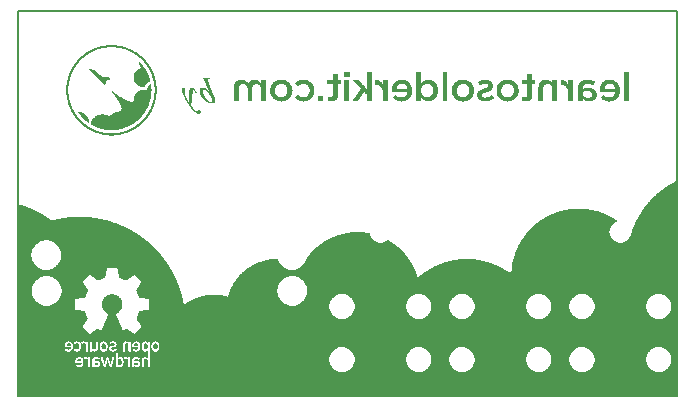
<source format=gbo>
G04 MADE WITH FRITZING*
G04 WWW.FRITZING.ORG*
G04 DOUBLE SIDED*
G04 HOLES PLATED*
G04 CONTOUR ON CENTER OF CONTOUR VECTOR*
%ASAXBY*%
%FSLAX23Y23*%
%MOIN*%
%OFA0B0*%
%SFA1.0B1.0*%
%ADD10R,2.205370X1.292370X2.189370X1.276370*%
%ADD11C,0.008000*%
%ADD12R,0.001000X0.001000*%
%LNSILK0*%
G90*
G70*
G54D11*
X4Y1288D02*
X2201Y1288D01*
X2201Y4D01*
X4Y4D01*
X4Y1288D01*
D02*
G54D12*
X309Y1174D02*
X323Y1174D01*
X298Y1173D02*
X334Y1173D01*
X291Y1172D02*
X341Y1172D01*
X285Y1171D02*
X346Y1171D01*
X281Y1170D02*
X351Y1170D01*
X277Y1169D02*
X355Y1169D01*
X274Y1168D02*
X358Y1168D01*
X270Y1167D02*
X315Y1167D01*
X317Y1167D02*
X362Y1167D01*
X267Y1166D02*
X299Y1166D01*
X333Y1166D02*
X364Y1166D01*
X264Y1165D02*
X292Y1165D01*
X340Y1165D02*
X367Y1165D01*
X262Y1164D02*
X286Y1164D01*
X346Y1164D02*
X370Y1164D01*
X259Y1163D02*
X282Y1163D01*
X350Y1163D02*
X372Y1163D01*
X257Y1162D02*
X278Y1162D01*
X354Y1162D02*
X375Y1162D01*
X255Y1161D02*
X274Y1161D01*
X358Y1161D02*
X377Y1161D01*
X253Y1160D02*
X271Y1160D01*
X361Y1160D02*
X379Y1160D01*
X250Y1159D02*
X268Y1159D01*
X364Y1159D02*
X381Y1159D01*
X248Y1158D02*
X265Y1158D01*
X367Y1158D02*
X383Y1158D01*
X247Y1157D02*
X263Y1157D01*
X369Y1157D02*
X385Y1157D01*
X245Y1156D02*
X260Y1156D01*
X372Y1156D02*
X387Y1156D01*
X243Y1155D02*
X258Y1155D01*
X374Y1155D02*
X389Y1155D01*
X241Y1154D02*
X256Y1154D01*
X376Y1154D02*
X391Y1154D01*
X239Y1153D02*
X253Y1153D01*
X378Y1153D02*
X392Y1153D01*
X238Y1152D02*
X251Y1152D01*
X380Y1152D02*
X394Y1152D01*
X236Y1151D02*
X250Y1151D01*
X382Y1151D02*
X396Y1151D01*
X235Y1150D02*
X248Y1150D01*
X384Y1150D02*
X397Y1150D01*
X233Y1149D02*
X246Y1149D01*
X386Y1149D02*
X399Y1149D01*
X232Y1148D02*
X244Y1148D01*
X388Y1148D02*
X400Y1148D01*
X230Y1147D02*
X242Y1147D01*
X390Y1147D02*
X402Y1147D01*
X229Y1146D02*
X241Y1146D01*
X391Y1146D02*
X403Y1146D01*
X227Y1145D02*
X239Y1145D01*
X393Y1145D02*
X405Y1145D01*
X226Y1144D02*
X237Y1144D01*
X394Y1144D02*
X406Y1144D01*
X225Y1143D02*
X236Y1143D01*
X396Y1143D02*
X407Y1143D01*
X223Y1142D02*
X234Y1142D01*
X397Y1142D02*
X408Y1142D01*
X222Y1141D02*
X233Y1141D01*
X399Y1141D02*
X410Y1141D01*
X221Y1140D02*
X232Y1140D01*
X400Y1140D02*
X411Y1140D01*
X220Y1139D02*
X230Y1139D01*
X402Y1139D02*
X412Y1139D01*
X218Y1138D02*
X229Y1138D01*
X403Y1138D02*
X413Y1138D01*
X217Y1137D02*
X228Y1137D01*
X404Y1137D02*
X415Y1137D01*
X216Y1136D02*
X226Y1136D01*
X405Y1136D02*
X416Y1136D01*
X215Y1135D02*
X225Y1135D01*
X407Y1135D02*
X417Y1135D01*
X214Y1134D02*
X224Y1134D01*
X408Y1134D02*
X418Y1134D01*
X213Y1133D02*
X223Y1133D01*
X409Y1133D02*
X419Y1133D01*
X212Y1132D02*
X221Y1132D01*
X410Y1132D02*
X420Y1132D01*
X211Y1131D02*
X220Y1131D01*
X411Y1131D02*
X421Y1131D01*
X210Y1130D02*
X219Y1130D01*
X413Y1130D02*
X422Y1130D01*
X209Y1129D02*
X218Y1129D01*
X414Y1129D02*
X423Y1129D01*
X208Y1128D02*
X217Y1128D01*
X415Y1128D02*
X424Y1128D01*
X207Y1127D02*
X216Y1127D01*
X416Y1127D02*
X425Y1127D01*
X206Y1126D02*
X215Y1126D01*
X417Y1126D02*
X426Y1126D01*
X205Y1125D02*
X214Y1125D01*
X418Y1125D02*
X427Y1125D01*
X204Y1124D02*
X213Y1124D01*
X419Y1124D02*
X428Y1124D01*
X203Y1123D02*
X212Y1123D01*
X420Y1123D02*
X429Y1123D01*
X202Y1122D02*
X211Y1122D01*
X421Y1122D02*
X429Y1122D01*
X202Y1121D02*
X210Y1121D01*
X406Y1121D02*
X406Y1121D01*
X422Y1121D02*
X430Y1121D01*
X201Y1120D02*
X209Y1120D01*
X406Y1120D02*
X407Y1120D01*
X423Y1120D02*
X431Y1120D01*
X200Y1119D02*
X208Y1119D01*
X407Y1119D02*
X408Y1119D01*
X424Y1119D02*
X432Y1119D01*
X199Y1118D02*
X207Y1118D01*
X407Y1118D02*
X409Y1118D01*
X424Y1118D02*
X433Y1118D01*
X198Y1117D02*
X207Y1117D01*
X407Y1117D02*
X410Y1117D01*
X425Y1117D02*
X434Y1117D01*
X197Y1116D02*
X206Y1116D01*
X407Y1116D02*
X411Y1116D01*
X426Y1116D02*
X434Y1116D01*
X197Y1115D02*
X205Y1115D01*
X407Y1115D02*
X412Y1115D01*
X427Y1115D02*
X435Y1115D01*
X196Y1114D02*
X204Y1114D01*
X408Y1114D02*
X413Y1114D01*
X428Y1114D02*
X436Y1114D01*
X195Y1113D02*
X203Y1113D01*
X408Y1113D02*
X414Y1113D01*
X429Y1113D02*
X437Y1113D01*
X194Y1112D02*
X202Y1112D01*
X408Y1112D02*
X415Y1112D01*
X429Y1112D02*
X437Y1112D01*
X194Y1111D02*
X202Y1111D01*
X409Y1111D02*
X416Y1111D01*
X430Y1111D02*
X438Y1111D01*
X193Y1110D02*
X201Y1110D01*
X409Y1110D02*
X416Y1110D01*
X431Y1110D02*
X439Y1110D01*
X192Y1109D02*
X200Y1109D01*
X409Y1109D02*
X417Y1109D01*
X432Y1109D02*
X440Y1109D01*
X192Y1108D02*
X199Y1108D01*
X410Y1108D02*
X418Y1108D01*
X432Y1108D02*
X440Y1108D01*
X191Y1107D02*
X199Y1107D01*
X410Y1107D02*
X419Y1107D01*
X433Y1107D02*
X441Y1107D01*
X190Y1106D02*
X198Y1106D01*
X411Y1106D02*
X420Y1106D01*
X434Y1106D02*
X442Y1106D01*
X190Y1105D02*
X197Y1105D01*
X411Y1105D02*
X421Y1105D01*
X435Y1105D02*
X442Y1105D01*
X189Y1104D02*
X197Y1104D01*
X412Y1104D02*
X421Y1104D01*
X435Y1104D02*
X443Y1104D01*
X188Y1103D02*
X196Y1103D01*
X413Y1103D02*
X422Y1103D01*
X436Y1103D02*
X443Y1103D01*
X188Y1102D02*
X195Y1102D01*
X413Y1102D02*
X423Y1102D01*
X437Y1102D02*
X444Y1102D01*
X187Y1101D02*
X195Y1101D01*
X414Y1101D02*
X424Y1101D01*
X437Y1101D02*
X445Y1101D01*
X187Y1100D02*
X194Y1100D01*
X415Y1100D02*
X424Y1100D01*
X438Y1100D02*
X445Y1100D01*
X186Y1099D02*
X193Y1099D01*
X415Y1099D02*
X425Y1099D01*
X438Y1099D02*
X446Y1099D01*
X185Y1098D02*
X193Y1098D01*
X416Y1098D02*
X426Y1098D01*
X439Y1098D02*
X446Y1098D01*
X185Y1097D02*
X192Y1097D01*
X416Y1097D02*
X426Y1097D01*
X440Y1097D02*
X447Y1097D01*
X184Y1096D02*
X192Y1096D01*
X412Y1096D02*
X427Y1096D01*
X440Y1096D02*
X448Y1096D01*
X184Y1095D02*
X191Y1095D01*
X409Y1095D02*
X428Y1095D01*
X441Y1095D02*
X448Y1095D01*
X183Y1094D02*
X190Y1094D01*
X407Y1094D02*
X428Y1094D01*
X441Y1094D02*
X449Y1094D01*
X183Y1093D02*
X190Y1093D01*
X243Y1093D02*
X251Y1093D01*
X405Y1093D02*
X429Y1093D01*
X442Y1093D02*
X449Y1093D01*
X182Y1092D02*
X189Y1092D01*
X243Y1092D02*
X254Y1092D01*
X403Y1092D02*
X430Y1092D01*
X443Y1092D02*
X450Y1092D01*
X182Y1091D02*
X189Y1091D01*
X244Y1091D02*
X257Y1091D01*
X402Y1091D02*
X430Y1091D01*
X443Y1091D02*
X450Y1091D01*
X181Y1090D02*
X188Y1090D01*
X245Y1090D02*
X259Y1090D01*
X401Y1090D02*
X431Y1090D01*
X444Y1090D02*
X451Y1090D01*
X181Y1089D02*
X188Y1089D01*
X246Y1089D02*
X261Y1089D01*
X400Y1089D02*
X431Y1089D01*
X444Y1089D02*
X451Y1089D01*
X180Y1088D02*
X187Y1088D01*
X247Y1088D02*
X262Y1088D01*
X399Y1088D02*
X432Y1088D01*
X445Y1088D02*
X452Y1088D01*
X180Y1087D02*
X187Y1087D01*
X248Y1087D02*
X263Y1087D01*
X398Y1087D02*
X432Y1087D01*
X445Y1087D02*
X452Y1087D01*
X179Y1086D02*
X186Y1086D01*
X249Y1086D02*
X264Y1086D01*
X397Y1086D02*
X433Y1086D01*
X446Y1086D02*
X453Y1086D01*
X179Y1085D02*
X186Y1085D01*
X250Y1085D02*
X265Y1085D01*
X396Y1085D02*
X433Y1085D01*
X446Y1085D02*
X453Y1085D01*
X178Y1084D02*
X185Y1084D01*
X251Y1084D02*
X266Y1084D01*
X395Y1084D02*
X434Y1084D01*
X447Y1084D02*
X453Y1084D01*
X1169Y1084D02*
X1184Y1084D01*
X1333Y1084D02*
X1347Y1084D01*
X1420Y1084D02*
X1435Y1084D01*
X2027Y1084D02*
X2041Y1084D01*
X178Y1083D02*
X185Y1083D01*
X251Y1083D02*
X268Y1083D01*
X395Y1083D02*
X434Y1083D01*
X447Y1083D02*
X454Y1083D01*
X1093Y1083D02*
X1109Y1083D01*
X1169Y1083D02*
X1184Y1083D01*
X1333Y1083D02*
X1348Y1083D01*
X1420Y1083D02*
X1435Y1083D01*
X2026Y1083D02*
X2041Y1083D01*
X177Y1082D02*
X184Y1082D01*
X252Y1082D02*
X269Y1082D01*
X394Y1082D02*
X435Y1082D01*
X447Y1082D02*
X454Y1082D01*
X1093Y1082D02*
X1109Y1082D01*
X1169Y1082D02*
X1184Y1082D01*
X1333Y1082D02*
X1348Y1082D01*
X1420Y1082D02*
X1435Y1082D01*
X2026Y1082D02*
X2041Y1082D01*
X177Y1081D02*
X184Y1081D01*
X253Y1081D02*
X270Y1081D01*
X393Y1081D02*
X435Y1081D01*
X448Y1081D02*
X455Y1081D01*
X1093Y1081D02*
X1109Y1081D01*
X1169Y1081D02*
X1184Y1081D01*
X1333Y1081D02*
X1348Y1081D01*
X1420Y1081D02*
X1435Y1081D01*
X2026Y1081D02*
X2041Y1081D01*
X177Y1080D02*
X183Y1080D01*
X254Y1080D02*
X271Y1080D01*
X393Y1080D02*
X436Y1080D01*
X448Y1080D02*
X455Y1080D01*
X1093Y1080D02*
X1109Y1080D01*
X1169Y1080D02*
X1184Y1080D01*
X1333Y1080D02*
X1348Y1080D01*
X1420Y1080D02*
X1435Y1080D01*
X2026Y1080D02*
X2041Y1080D01*
X176Y1079D02*
X183Y1079D01*
X255Y1079D02*
X272Y1079D01*
X392Y1079D02*
X436Y1079D01*
X449Y1079D02*
X456Y1079D01*
X1093Y1079D02*
X1109Y1079D01*
X1169Y1079D02*
X1184Y1079D01*
X1333Y1079D02*
X1348Y1079D01*
X1420Y1079D02*
X1435Y1079D01*
X2026Y1079D02*
X2041Y1079D01*
X176Y1078D02*
X183Y1078D01*
X256Y1078D02*
X273Y1078D01*
X392Y1078D02*
X437Y1078D01*
X449Y1078D02*
X456Y1078D01*
X1093Y1078D02*
X1109Y1078D01*
X1169Y1078D02*
X1184Y1078D01*
X1333Y1078D02*
X1348Y1078D01*
X1420Y1078D02*
X1435Y1078D01*
X2026Y1078D02*
X2041Y1078D01*
X175Y1077D02*
X182Y1077D01*
X257Y1077D02*
X274Y1077D01*
X392Y1077D02*
X437Y1077D01*
X450Y1077D02*
X456Y1077D01*
X1093Y1077D02*
X1109Y1077D01*
X1169Y1077D02*
X1184Y1077D01*
X1333Y1077D02*
X1348Y1077D01*
X1420Y1077D02*
X1435Y1077D01*
X2026Y1077D02*
X2041Y1077D01*
X175Y1076D02*
X182Y1076D01*
X258Y1076D02*
X275Y1076D01*
X391Y1076D02*
X438Y1076D01*
X450Y1076D02*
X457Y1076D01*
X1055Y1076D02*
X1070Y1076D01*
X1093Y1076D02*
X1109Y1076D01*
X1169Y1076D02*
X1184Y1076D01*
X1333Y1076D02*
X1348Y1076D01*
X1420Y1076D02*
X1435Y1076D01*
X1703Y1076D02*
X1718Y1076D01*
X2026Y1076D02*
X2041Y1076D01*
X175Y1075D02*
X181Y1075D01*
X259Y1075D02*
X277Y1075D01*
X391Y1075D02*
X438Y1075D01*
X450Y1075D02*
X457Y1075D01*
X1055Y1075D02*
X1070Y1075D01*
X1093Y1075D02*
X1109Y1075D01*
X1169Y1075D02*
X1184Y1075D01*
X1333Y1075D02*
X1348Y1075D01*
X1420Y1075D02*
X1435Y1075D01*
X1703Y1075D02*
X1718Y1075D01*
X2026Y1075D02*
X2041Y1075D01*
X174Y1074D02*
X181Y1074D01*
X260Y1074D02*
X278Y1074D01*
X391Y1074D02*
X439Y1074D01*
X451Y1074D02*
X457Y1074D01*
X1055Y1074D02*
X1070Y1074D01*
X1093Y1074D02*
X1109Y1074D01*
X1169Y1074D02*
X1184Y1074D01*
X1333Y1074D02*
X1348Y1074D01*
X1420Y1074D02*
X1435Y1074D01*
X1703Y1074D02*
X1718Y1074D01*
X2026Y1074D02*
X2041Y1074D01*
X174Y1073D02*
X181Y1073D01*
X261Y1073D02*
X279Y1073D01*
X390Y1073D02*
X439Y1073D01*
X451Y1073D02*
X458Y1073D01*
X1055Y1073D02*
X1070Y1073D01*
X1093Y1073D02*
X1109Y1073D01*
X1169Y1073D02*
X1184Y1073D01*
X1333Y1073D02*
X1348Y1073D01*
X1420Y1073D02*
X1435Y1073D01*
X1703Y1073D02*
X1718Y1073D01*
X2026Y1073D02*
X2041Y1073D01*
X174Y1072D02*
X180Y1072D01*
X262Y1072D02*
X280Y1072D01*
X390Y1072D02*
X439Y1072D01*
X451Y1072D02*
X458Y1072D01*
X1055Y1072D02*
X1070Y1072D01*
X1093Y1072D02*
X1109Y1072D01*
X1169Y1072D02*
X1184Y1072D01*
X1333Y1072D02*
X1348Y1072D01*
X1420Y1072D02*
X1435Y1072D01*
X1703Y1072D02*
X1718Y1072D01*
X2026Y1072D02*
X2041Y1072D01*
X173Y1071D02*
X180Y1071D01*
X263Y1071D02*
X282Y1071D01*
X390Y1071D02*
X440Y1071D01*
X452Y1071D02*
X458Y1071D01*
X1055Y1071D02*
X1070Y1071D01*
X1093Y1071D02*
X1109Y1071D01*
X1169Y1071D02*
X1184Y1071D01*
X1333Y1071D02*
X1348Y1071D01*
X1420Y1071D02*
X1435Y1071D01*
X1703Y1071D02*
X1718Y1071D01*
X2026Y1071D02*
X2041Y1071D01*
X173Y1070D02*
X180Y1070D01*
X264Y1070D02*
X283Y1070D01*
X390Y1070D02*
X440Y1070D01*
X452Y1070D02*
X459Y1070D01*
X1055Y1070D02*
X1070Y1070D01*
X1093Y1070D02*
X1109Y1070D01*
X1169Y1070D02*
X1184Y1070D01*
X1333Y1070D02*
X1348Y1070D01*
X1420Y1070D02*
X1435Y1070D01*
X1703Y1070D02*
X1718Y1070D01*
X2026Y1070D02*
X2041Y1070D01*
X173Y1069D02*
X179Y1069D01*
X265Y1069D02*
X285Y1069D01*
X390Y1069D02*
X441Y1069D01*
X452Y1069D02*
X459Y1069D01*
X1055Y1069D02*
X1070Y1069D01*
X1093Y1069D02*
X1109Y1069D01*
X1169Y1069D02*
X1184Y1069D01*
X1333Y1069D02*
X1348Y1069D01*
X1420Y1069D02*
X1435Y1069D01*
X1703Y1069D02*
X1718Y1069D01*
X2026Y1069D02*
X2041Y1069D01*
X172Y1068D02*
X179Y1068D01*
X266Y1068D02*
X288Y1068D01*
X390Y1068D02*
X441Y1068D01*
X453Y1068D02*
X459Y1068D01*
X1055Y1068D02*
X1070Y1068D01*
X1169Y1068D02*
X1184Y1068D01*
X1333Y1068D02*
X1348Y1068D01*
X1420Y1068D02*
X1435Y1068D01*
X1703Y1068D02*
X1718Y1068D01*
X2026Y1068D02*
X2041Y1068D01*
X172Y1067D02*
X179Y1067D01*
X267Y1067D02*
X304Y1067D01*
X390Y1067D02*
X441Y1067D01*
X453Y1067D02*
X460Y1067D01*
X1055Y1067D02*
X1070Y1067D01*
X1169Y1067D02*
X1184Y1067D01*
X1333Y1067D02*
X1348Y1067D01*
X1420Y1067D02*
X1435Y1067D01*
X1703Y1067D02*
X1718Y1067D01*
X2026Y1067D02*
X2041Y1067D01*
X172Y1066D02*
X178Y1066D01*
X268Y1066D02*
X307Y1066D01*
X390Y1066D02*
X442Y1066D01*
X453Y1066D02*
X460Y1066D01*
X1055Y1066D02*
X1070Y1066D01*
X1169Y1066D02*
X1184Y1066D01*
X1333Y1066D02*
X1348Y1066D01*
X1420Y1066D02*
X1435Y1066D01*
X1703Y1066D02*
X1718Y1066D01*
X2026Y1066D02*
X2041Y1066D01*
X172Y1065D02*
X178Y1065D01*
X269Y1065D02*
X309Y1065D01*
X390Y1065D02*
X442Y1065D01*
X454Y1065D02*
X460Y1065D01*
X1055Y1065D02*
X1070Y1065D01*
X1169Y1065D02*
X1184Y1065D01*
X1333Y1065D02*
X1348Y1065D01*
X1420Y1065D02*
X1435Y1065D01*
X1703Y1065D02*
X1718Y1065D01*
X2026Y1065D02*
X2041Y1065D01*
X171Y1064D02*
X178Y1064D01*
X270Y1064D02*
X310Y1064D01*
X390Y1064D02*
X442Y1064D01*
X454Y1064D02*
X461Y1064D01*
X623Y1064D02*
X642Y1064D01*
X1055Y1064D02*
X1070Y1064D01*
X1169Y1064D02*
X1184Y1064D01*
X1333Y1064D02*
X1348Y1064D01*
X1420Y1064D02*
X1435Y1064D01*
X1703Y1064D02*
X1718Y1064D01*
X2026Y1064D02*
X2041Y1064D01*
X171Y1063D02*
X177Y1063D01*
X271Y1063D02*
X311Y1063D01*
X390Y1063D02*
X443Y1063D01*
X454Y1063D02*
X461Y1063D01*
X622Y1063D02*
X643Y1063D01*
X1055Y1063D02*
X1070Y1063D01*
X1169Y1063D02*
X1184Y1063D01*
X1333Y1063D02*
X1348Y1063D01*
X1420Y1063D02*
X1435Y1063D01*
X1703Y1063D02*
X1718Y1063D01*
X2026Y1063D02*
X2041Y1063D01*
X171Y1062D02*
X177Y1062D01*
X272Y1062D02*
X312Y1062D01*
X390Y1062D02*
X443Y1062D01*
X455Y1062D02*
X461Y1062D01*
X623Y1062D02*
X643Y1062D01*
X1055Y1062D02*
X1070Y1062D01*
X1169Y1062D02*
X1184Y1062D01*
X1333Y1062D02*
X1348Y1062D01*
X1420Y1062D02*
X1435Y1062D01*
X1703Y1062D02*
X1718Y1062D01*
X2026Y1062D02*
X2041Y1062D01*
X170Y1061D02*
X177Y1061D01*
X273Y1061D02*
X313Y1061D01*
X390Y1061D02*
X443Y1061D01*
X455Y1061D02*
X461Y1061D01*
X623Y1061D02*
X643Y1061D01*
X1055Y1061D02*
X1070Y1061D01*
X1169Y1061D02*
X1184Y1061D01*
X1333Y1061D02*
X1348Y1061D01*
X1420Y1061D02*
X1435Y1061D01*
X1703Y1061D02*
X1718Y1061D01*
X2026Y1061D02*
X2041Y1061D01*
X170Y1060D02*
X177Y1060D01*
X274Y1060D02*
X312Y1060D01*
X390Y1060D02*
X443Y1060D01*
X455Y1060D02*
X462Y1060D01*
X624Y1060D02*
X643Y1060D01*
X1055Y1060D02*
X1070Y1060D01*
X1169Y1060D02*
X1184Y1060D01*
X1333Y1060D02*
X1348Y1060D01*
X1420Y1060D02*
X1435Y1060D01*
X1703Y1060D02*
X1718Y1060D01*
X2026Y1060D02*
X2041Y1060D01*
X170Y1059D02*
X176Y1059D01*
X275Y1059D02*
X310Y1059D01*
X391Y1059D02*
X444Y1059D01*
X455Y1059D02*
X462Y1059D01*
X624Y1059D02*
X636Y1059D01*
X1055Y1059D02*
X1070Y1059D01*
X1169Y1059D02*
X1184Y1059D01*
X1333Y1059D02*
X1348Y1059D01*
X1420Y1059D02*
X1435Y1059D01*
X1703Y1059D02*
X1718Y1059D01*
X2026Y1059D02*
X2041Y1059D01*
X170Y1058D02*
X176Y1058D01*
X276Y1058D02*
X307Y1058D01*
X391Y1058D02*
X444Y1058D01*
X456Y1058D02*
X462Y1058D01*
X624Y1058D02*
X636Y1058D01*
X742Y1058D02*
X755Y1058D01*
X787Y1058D02*
X799Y1058D01*
X874Y1058D02*
X889Y1058D01*
X948Y1058D02*
X964Y1058D01*
X1055Y1058D02*
X1070Y1058D01*
X1169Y1058D02*
X1184Y1058D01*
X1196Y1058D02*
X1203Y1058D01*
X1277Y1058D02*
X1291Y1058D01*
X1333Y1058D02*
X1348Y1058D01*
X1365Y1058D02*
X1379Y1058D01*
X1420Y1058D02*
X1435Y1058D01*
X1480Y1058D02*
X1495Y1058D01*
X1556Y1058D02*
X1568Y1058D01*
X1629Y1058D02*
X1644Y1058D01*
X1703Y1058D02*
X1718Y1058D01*
X1757Y1058D02*
X1770Y1058D01*
X1814Y1058D02*
X1820Y1058D01*
X1895Y1058D02*
X1909Y1058D01*
X1969Y1058D02*
X1984Y1058D01*
X2026Y1058D02*
X2041Y1058D01*
X169Y1057D02*
X176Y1057D01*
X277Y1057D02*
X304Y1057D01*
X391Y1057D02*
X444Y1057D01*
X456Y1057D02*
X462Y1057D01*
X625Y1057D02*
X636Y1057D01*
X739Y1057D02*
X758Y1057D01*
X784Y1057D02*
X802Y1057D01*
X815Y1057D02*
X830Y1057D01*
X870Y1057D02*
X893Y1057D01*
X944Y1057D02*
X967Y1057D01*
X1036Y1057D02*
X1079Y1057D01*
X1093Y1057D02*
X1108Y1057D01*
X1121Y1057D02*
X1139Y1057D01*
X1169Y1057D02*
X1184Y1057D01*
X1196Y1057D02*
X1206Y1057D01*
X1221Y1057D02*
X1236Y1057D01*
X1273Y1057D02*
X1295Y1057D01*
X1333Y1057D02*
X1348Y1057D01*
X1362Y1057D02*
X1382Y1057D01*
X1420Y1057D02*
X1435Y1057D01*
X1476Y1057D02*
X1499Y1057D01*
X1552Y1057D02*
X1572Y1057D01*
X1625Y1057D02*
X1648Y1057D01*
X1684Y1057D02*
X1727Y1057D01*
X1754Y1057D02*
X1773Y1057D01*
X1786Y1057D02*
X1801Y1057D01*
X1814Y1057D02*
X1823Y1057D01*
X1839Y1057D02*
X1853Y1057D01*
X1890Y1057D02*
X1915Y1057D01*
X1966Y1057D02*
X1987Y1057D01*
X2026Y1057D02*
X2041Y1057D01*
X169Y1056D02*
X176Y1056D01*
X278Y1056D02*
X302Y1056D01*
X391Y1056D02*
X444Y1056D01*
X456Y1056D02*
X463Y1056D01*
X625Y1056D02*
X636Y1056D01*
X737Y1056D02*
X761Y1056D01*
X782Y1056D02*
X804Y1056D01*
X815Y1056D02*
X830Y1056D01*
X867Y1056D02*
X896Y1056D01*
X941Y1056D02*
X970Y1056D01*
X1036Y1056D02*
X1079Y1056D01*
X1093Y1056D02*
X1108Y1056D01*
X1122Y1056D02*
X1140Y1056D01*
X1169Y1056D02*
X1184Y1056D01*
X1196Y1056D02*
X1208Y1056D01*
X1221Y1056D02*
X1236Y1056D01*
X1270Y1056D02*
X1297Y1056D01*
X1333Y1056D02*
X1348Y1056D01*
X1360Y1056D02*
X1384Y1056D01*
X1420Y1056D02*
X1435Y1056D01*
X1473Y1056D02*
X1502Y1056D01*
X1548Y1056D02*
X1574Y1056D01*
X1622Y1056D02*
X1650Y1056D01*
X1684Y1056D02*
X1727Y1056D01*
X1752Y1056D02*
X1775Y1056D01*
X1786Y1056D02*
X1801Y1056D01*
X1814Y1056D02*
X1825Y1056D01*
X1838Y1056D02*
X1853Y1056D01*
X1887Y1056D02*
X1918Y1056D01*
X1963Y1056D02*
X1990Y1056D01*
X2026Y1056D02*
X2041Y1056D01*
X169Y1055D02*
X175Y1055D01*
X279Y1055D02*
X300Y1055D01*
X392Y1055D02*
X445Y1055D01*
X456Y1055D02*
X463Y1055D01*
X626Y1055D02*
X636Y1055D01*
X735Y1055D02*
X763Y1055D01*
X780Y1055D02*
X806Y1055D01*
X815Y1055D02*
X830Y1055D01*
X865Y1055D02*
X898Y1055D01*
X939Y1055D02*
X972Y1055D01*
X1036Y1055D02*
X1079Y1055D01*
X1093Y1055D02*
X1108Y1055D01*
X1123Y1055D02*
X1141Y1055D01*
X1169Y1055D02*
X1184Y1055D01*
X1196Y1055D02*
X1210Y1055D01*
X1221Y1055D02*
X1236Y1055D01*
X1268Y1055D02*
X1299Y1055D01*
X1333Y1055D02*
X1348Y1055D01*
X1358Y1055D02*
X1386Y1055D01*
X1420Y1055D02*
X1435Y1055D01*
X1471Y1055D02*
X1504Y1055D01*
X1546Y1055D02*
X1576Y1055D01*
X1620Y1055D02*
X1653Y1055D01*
X1684Y1055D02*
X1727Y1055D01*
X1750Y1055D02*
X1777Y1055D01*
X1786Y1055D02*
X1801Y1055D01*
X1814Y1055D02*
X1827Y1055D01*
X1838Y1055D02*
X1853Y1055D01*
X1885Y1055D02*
X1922Y1055D01*
X1961Y1055D02*
X1992Y1055D01*
X2026Y1055D02*
X2041Y1055D01*
X169Y1054D02*
X175Y1054D01*
X280Y1054D02*
X299Y1054D01*
X392Y1054D02*
X445Y1054D01*
X457Y1054D02*
X463Y1054D01*
X626Y1054D02*
X637Y1054D01*
X734Y1054D02*
X764Y1054D01*
X779Y1054D02*
X807Y1054D01*
X815Y1054D02*
X830Y1054D01*
X863Y1054D02*
X900Y1054D01*
X937Y1054D02*
X974Y1054D01*
X1036Y1054D02*
X1079Y1054D01*
X1093Y1054D02*
X1108Y1054D01*
X1124Y1054D02*
X1142Y1054D01*
X1169Y1054D02*
X1184Y1054D01*
X1196Y1054D02*
X1211Y1054D01*
X1221Y1054D02*
X1236Y1054D01*
X1267Y1054D02*
X1301Y1054D01*
X1333Y1054D02*
X1348Y1054D01*
X1356Y1054D02*
X1388Y1054D01*
X1420Y1054D02*
X1435Y1054D01*
X1469Y1054D02*
X1506Y1054D01*
X1543Y1054D02*
X1578Y1054D01*
X1618Y1054D02*
X1655Y1054D01*
X1684Y1054D02*
X1727Y1054D01*
X1749Y1054D02*
X1778Y1054D01*
X1786Y1054D02*
X1801Y1054D01*
X1814Y1054D02*
X1828Y1054D01*
X1838Y1054D02*
X1853Y1054D01*
X1883Y1054D02*
X1924Y1054D01*
X1959Y1054D02*
X1994Y1054D01*
X2026Y1054D02*
X2041Y1054D01*
X169Y1053D02*
X175Y1053D01*
X281Y1053D02*
X298Y1053D01*
X393Y1053D02*
X444Y1053D01*
X457Y1053D02*
X463Y1053D01*
X627Y1053D02*
X637Y1053D01*
X732Y1053D02*
X765Y1053D01*
X778Y1053D02*
X808Y1053D01*
X815Y1053D02*
X830Y1053D01*
X862Y1053D02*
X902Y1053D01*
X936Y1053D02*
X975Y1053D01*
X1036Y1053D02*
X1079Y1053D01*
X1093Y1053D02*
X1108Y1053D01*
X1125Y1053D02*
X1143Y1053D01*
X1169Y1053D02*
X1184Y1053D01*
X1196Y1053D02*
X1212Y1053D01*
X1221Y1053D02*
X1236Y1053D01*
X1265Y1053D02*
X1303Y1053D01*
X1333Y1053D02*
X1348Y1053D01*
X1355Y1053D02*
X1390Y1053D01*
X1420Y1053D02*
X1435Y1053D01*
X1468Y1053D02*
X1508Y1053D01*
X1541Y1053D02*
X1579Y1053D01*
X1616Y1053D02*
X1656Y1053D01*
X1684Y1053D02*
X1727Y1053D01*
X1747Y1053D02*
X1779Y1053D01*
X1786Y1053D02*
X1801Y1053D01*
X1814Y1053D02*
X1830Y1053D01*
X1838Y1053D02*
X1853Y1053D01*
X1882Y1053D02*
X1927Y1053D01*
X1958Y1053D02*
X1995Y1053D01*
X2026Y1053D02*
X2041Y1053D01*
X168Y1052D02*
X175Y1052D01*
X282Y1052D02*
X298Y1052D01*
X393Y1052D02*
X442Y1052D01*
X457Y1052D02*
X463Y1052D01*
X627Y1052D02*
X637Y1052D01*
X731Y1052D02*
X767Y1052D01*
X777Y1052D02*
X810Y1052D01*
X815Y1052D02*
X830Y1052D01*
X860Y1052D02*
X903Y1052D01*
X934Y1052D02*
X977Y1052D01*
X1036Y1052D02*
X1079Y1052D01*
X1093Y1052D02*
X1108Y1052D01*
X1126Y1052D02*
X1144Y1052D01*
X1169Y1052D02*
X1184Y1052D01*
X1196Y1052D02*
X1213Y1052D01*
X1221Y1052D02*
X1236Y1052D01*
X1264Y1052D02*
X1304Y1052D01*
X1333Y1052D02*
X1348Y1052D01*
X1354Y1052D02*
X1391Y1052D01*
X1420Y1052D02*
X1435Y1052D01*
X1466Y1052D02*
X1509Y1052D01*
X1540Y1052D02*
X1580Y1052D01*
X1615Y1052D02*
X1658Y1052D01*
X1684Y1052D02*
X1727Y1052D01*
X1746Y1052D02*
X1780Y1052D01*
X1786Y1052D02*
X1801Y1052D01*
X1814Y1052D02*
X1831Y1052D01*
X1838Y1052D02*
X1853Y1052D01*
X1880Y1052D02*
X1927Y1052D01*
X1957Y1052D02*
X1997Y1052D01*
X2026Y1052D02*
X2041Y1052D01*
X168Y1051D02*
X175Y1051D01*
X283Y1051D02*
X298Y1051D01*
X394Y1051D02*
X439Y1051D01*
X457Y1051D02*
X464Y1051D01*
X628Y1051D02*
X638Y1051D01*
X730Y1051D02*
X768Y1051D01*
X776Y1051D02*
X811Y1051D01*
X815Y1051D02*
X830Y1051D01*
X859Y1051D02*
X905Y1051D01*
X933Y1051D02*
X978Y1051D01*
X1036Y1051D02*
X1079Y1051D01*
X1093Y1051D02*
X1108Y1051D01*
X1127Y1051D02*
X1145Y1051D01*
X1169Y1051D02*
X1184Y1051D01*
X1196Y1051D02*
X1214Y1051D01*
X1221Y1051D02*
X1236Y1051D01*
X1263Y1051D02*
X1305Y1051D01*
X1333Y1051D02*
X1348Y1051D01*
X1353Y1051D02*
X1392Y1051D01*
X1420Y1051D02*
X1435Y1051D01*
X1465Y1051D02*
X1510Y1051D01*
X1538Y1051D02*
X1581Y1051D01*
X1613Y1051D02*
X1659Y1051D01*
X1684Y1051D02*
X1727Y1051D01*
X1745Y1051D02*
X1781Y1051D01*
X1786Y1051D02*
X1801Y1051D01*
X1814Y1051D02*
X1832Y1051D01*
X1838Y1051D02*
X1853Y1051D01*
X1879Y1051D02*
X1927Y1051D01*
X1956Y1051D02*
X1998Y1051D01*
X2026Y1051D02*
X2041Y1051D01*
X168Y1050D02*
X174Y1050D01*
X284Y1050D02*
X298Y1050D01*
X394Y1050D02*
X438Y1050D01*
X457Y1050D02*
X464Y1050D01*
X628Y1050D02*
X638Y1050D01*
X730Y1050D02*
X769Y1050D01*
X775Y1050D02*
X811Y1050D01*
X815Y1050D02*
X830Y1050D01*
X858Y1050D02*
X906Y1050D01*
X932Y1050D02*
X979Y1050D01*
X1036Y1050D02*
X1079Y1050D01*
X1093Y1050D02*
X1108Y1050D01*
X1127Y1050D02*
X1146Y1050D01*
X1169Y1050D02*
X1184Y1050D01*
X1196Y1050D02*
X1215Y1050D01*
X1221Y1050D02*
X1236Y1050D01*
X1262Y1050D02*
X1306Y1050D01*
X1333Y1050D02*
X1348Y1050D01*
X1352Y1050D02*
X1393Y1050D01*
X1420Y1050D02*
X1435Y1050D01*
X1463Y1050D02*
X1512Y1050D01*
X1538Y1050D02*
X1582Y1050D01*
X1612Y1050D02*
X1660Y1050D01*
X1684Y1050D02*
X1727Y1050D01*
X1745Y1050D02*
X1782Y1050D01*
X1786Y1050D02*
X1801Y1050D01*
X1814Y1050D02*
X1832Y1050D01*
X1838Y1050D02*
X1853Y1050D01*
X1878Y1050D02*
X1927Y1050D01*
X1954Y1050D02*
X1999Y1050D01*
X2026Y1050D02*
X2041Y1050D01*
X168Y1049D02*
X174Y1049D01*
X285Y1049D02*
X298Y1049D01*
X395Y1049D02*
X436Y1049D01*
X458Y1049D02*
X464Y1049D01*
X628Y1049D02*
X639Y1049D01*
X729Y1049D02*
X770Y1049D01*
X774Y1049D02*
X812Y1049D01*
X815Y1049D02*
X830Y1049D01*
X856Y1049D02*
X907Y1049D01*
X931Y1049D02*
X981Y1049D01*
X1036Y1049D02*
X1079Y1049D01*
X1093Y1049D02*
X1108Y1049D01*
X1128Y1049D02*
X1147Y1049D01*
X1169Y1049D02*
X1184Y1049D01*
X1196Y1049D02*
X1216Y1049D01*
X1221Y1049D02*
X1236Y1049D01*
X1261Y1049D02*
X1307Y1049D01*
X1333Y1049D02*
X1348Y1049D01*
X1351Y1049D02*
X1394Y1049D01*
X1420Y1049D02*
X1435Y1049D01*
X1462Y1049D02*
X1513Y1049D01*
X1538Y1049D02*
X1583Y1049D01*
X1611Y1049D02*
X1661Y1049D01*
X1684Y1049D02*
X1727Y1049D01*
X1744Y1049D02*
X1783Y1049D01*
X1786Y1049D02*
X1801Y1049D01*
X1814Y1049D02*
X1833Y1049D01*
X1838Y1049D02*
X1853Y1049D01*
X1877Y1049D02*
X1926Y1049D01*
X1953Y1049D02*
X2000Y1049D01*
X2026Y1049D02*
X2041Y1049D01*
X168Y1048D02*
X174Y1048D01*
X287Y1048D02*
X297Y1048D01*
X396Y1048D02*
X435Y1048D01*
X458Y1048D02*
X464Y1048D01*
X629Y1048D02*
X639Y1048D01*
X728Y1048D02*
X771Y1048D01*
X774Y1048D02*
X813Y1048D01*
X815Y1048D02*
X830Y1048D01*
X855Y1048D02*
X908Y1048D01*
X930Y1048D02*
X982Y1048D01*
X1036Y1048D02*
X1079Y1048D01*
X1093Y1048D02*
X1108Y1048D01*
X1129Y1048D02*
X1148Y1048D01*
X1169Y1048D02*
X1184Y1048D01*
X1196Y1048D02*
X1217Y1048D01*
X1221Y1048D02*
X1236Y1048D01*
X1260Y1048D02*
X1308Y1048D01*
X1333Y1048D02*
X1348Y1048D01*
X1350Y1048D02*
X1395Y1048D01*
X1420Y1048D02*
X1435Y1048D01*
X1461Y1048D02*
X1514Y1048D01*
X1539Y1048D02*
X1584Y1048D01*
X1610Y1048D02*
X1662Y1048D01*
X1684Y1048D02*
X1727Y1048D01*
X1743Y1048D02*
X1784Y1048D01*
X1786Y1048D02*
X1801Y1048D01*
X1814Y1048D02*
X1834Y1048D01*
X1838Y1048D02*
X1853Y1048D01*
X1877Y1048D02*
X1926Y1048D01*
X1953Y1048D02*
X2001Y1048D01*
X2026Y1048D02*
X2041Y1048D01*
X168Y1047D02*
X174Y1047D01*
X288Y1047D02*
X297Y1047D01*
X396Y1047D02*
X434Y1047D01*
X458Y1047D02*
X464Y1047D01*
X629Y1047D02*
X640Y1047D01*
X728Y1047D02*
X771Y1047D01*
X773Y1047D02*
X830Y1047D01*
X854Y1047D02*
X909Y1047D01*
X929Y1047D02*
X982Y1047D01*
X1036Y1047D02*
X1079Y1047D01*
X1093Y1047D02*
X1108Y1047D01*
X1130Y1047D02*
X1148Y1047D01*
X1169Y1047D02*
X1184Y1047D01*
X1196Y1047D02*
X1217Y1047D01*
X1221Y1047D02*
X1236Y1047D01*
X1259Y1047D02*
X1309Y1047D01*
X1333Y1047D02*
X1396Y1047D01*
X1420Y1047D02*
X1435Y1047D01*
X1460Y1047D02*
X1515Y1047D01*
X1539Y1047D02*
X1584Y1047D01*
X1609Y1047D02*
X1663Y1047D01*
X1684Y1047D02*
X1727Y1047D01*
X1743Y1047D02*
X1801Y1047D01*
X1814Y1047D02*
X1835Y1047D01*
X1838Y1047D02*
X1853Y1047D01*
X1876Y1047D02*
X1926Y1047D01*
X1952Y1047D02*
X2002Y1047D01*
X2026Y1047D02*
X2041Y1047D01*
X167Y1046D02*
X174Y1046D01*
X289Y1046D02*
X297Y1046D01*
X397Y1046D02*
X433Y1046D01*
X458Y1046D02*
X464Y1046D01*
X630Y1046D02*
X640Y1046D01*
X727Y1046D02*
X830Y1046D01*
X854Y1046D02*
X910Y1046D01*
X929Y1046D02*
X983Y1046D01*
X1036Y1046D02*
X1079Y1046D01*
X1093Y1046D02*
X1108Y1046D01*
X1131Y1046D02*
X1149Y1046D01*
X1169Y1046D02*
X1184Y1046D01*
X1196Y1046D02*
X1218Y1046D01*
X1221Y1046D02*
X1236Y1046D01*
X1258Y1046D02*
X1310Y1046D01*
X1333Y1046D02*
X1397Y1046D01*
X1420Y1046D02*
X1435Y1046D01*
X1459Y1046D02*
X1516Y1046D01*
X1540Y1046D02*
X1585Y1046D01*
X1608Y1046D02*
X1664Y1046D01*
X1684Y1046D02*
X1727Y1046D01*
X1742Y1046D02*
X1801Y1046D01*
X1814Y1046D02*
X1835Y1046D01*
X1838Y1046D02*
X1853Y1046D01*
X1875Y1046D02*
X1925Y1046D01*
X1951Y1046D02*
X2003Y1046D01*
X2026Y1046D02*
X2041Y1046D01*
X167Y1045D02*
X173Y1045D01*
X290Y1045D02*
X296Y1045D01*
X398Y1045D02*
X432Y1045D01*
X458Y1045D02*
X465Y1045D01*
X630Y1045D02*
X640Y1045D01*
X727Y1045D02*
X830Y1045D01*
X853Y1045D02*
X911Y1045D01*
X930Y1045D02*
X984Y1045D01*
X1036Y1045D02*
X1079Y1045D01*
X1093Y1045D02*
X1108Y1045D01*
X1132Y1045D02*
X1150Y1045D01*
X1169Y1045D02*
X1184Y1045D01*
X1196Y1045D02*
X1219Y1045D01*
X1221Y1045D02*
X1236Y1045D01*
X1258Y1045D02*
X1279Y1045D01*
X1289Y1045D02*
X1311Y1045D01*
X1333Y1045D02*
X1397Y1045D01*
X1420Y1045D02*
X1435Y1045D01*
X1459Y1045D02*
X1517Y1045D01*
X1540Y1045D02*
X1556Y1045D01*
X1568Y1045D02*
X1585Y1045D01*
X1607Y1045D02*
X1665Y1045D01*
X1684Y1045D02*
X1727Y1045D01*
X1742Y1045D02*
X1801Y1045D01*
X1814Y1045D02*
X1836Y1045D01*
X1838Y1045D02*
X1853Y1045D01*
X1875Y1045D02*
X1925Y1045D01*
X1950Y1045D02*
X1972Y1045D01*
X1982Y1045D02*
X2003Y1045D01*
X2026Y1045D02*
X2041Y1045D01*
X167Y1044D02*
X173Y1044D01*
X291Y1044D02*
X296Y1044D01*
X399Y1044D02*
X431Y1044D01*
X458Y1044D02*
X465Y1044D01*
X631Y1044D02*
X641Y1044D01*
X727Y1044D02*
X751Y1044D01*
X758Y1044D02*
X796Y1044D01*
X803Y1044D02*
X830Y1044D01*
X852Y1044D02*
X876Y1044D01*
X888Y1044D02*
X911Y1044D01*
X931Y1044D02*
X950Y1044D01*
X962Y1044D02*
X985Y1044D01*
X1036Y1044D02*
X1079Y1044D01*
X1093Y1044D02*
X1108Y1044D01*
X1133Y1044D02*
X1151Y1044D01*
X1169Y1044D02*
X1184Y1044D01*
X1196Y1044D02*
X1219Y1044D01*
X1221Y1044D02*
X1236Y1044D01*
X1257Y1044D02*
X1276Y1044D01*
X1292Y1044D02*
X1311Y1044D01*
X1333Y1044D02*
X1362Y1044D01*
X1374Y1044D02*
X1398Y1044D01*
X1420Y1044D02*
X1435Y1044D01*
X1458Y1044D02*
X1482Y1044D01*
X1494Y1044D02*
X1517Y1044D01*
X1541Y1044D02*
X1552Y1044D01*
X1570Y1044D02*
X1586Y1044D01*
X1607Y1044D02*
X1630Y1044D01*
X1643Y1044D02*
X1666Y1044D01*
X1684Y1044D02*
X1727Y1044D01*
X1741Y1044D02*
X1766Y1044D01*
X1773Y1044D02*
X1801Y1044D01*
X1814Y1044D02*
X1836Y1044D01*
X1838Y1044D02*
X1853Y1044D01*
X1874Y1044D02*
X1901Y1044D01*
X1907Y1044D02*
X1925Y1044D01*
X1950Y1044D02*
X1969Y1044D01*
X1985Y1044D02*
X2004Y1044D01*
X2026Y1044D02*
X2041Y1044D01*
X167Y1043D02*
X173Y1043D01*
X292Y1043D02*
X295Y1043D01*
X400Y1043D02*
X431Y1043D01*
X446Y1043D02*
X447Y1043D01*
X459Y1043D02*
X465Y1043D01*
X631Y1043D02*
X641Y1043D01*
X726Y1043D02*
X748Y1043D01*
X761Y1043D02*
X793Y1043D01*
X806Y1043D02*
X830Y1043D01*
X851Y1043D02*
X873Y1043D01*
X891Y1043D02*
X912Y1043D01*
X932Y1043D02*
X947Y1043D01*
X965Y1043D02*
X986Y1043D01*
X1055Y1043D02*
X1070Y1043D01*
X1093Y1043D02*
X1108Y1043D01*
X1134Y1043D02*
X1152Y1043D01*
X1169Y1043D02*
X1184Y1043D01*
X1196Y1043D02*
X1219Y1043D01*
X1221Y1043D02*
X1236Y1043D01*
X1256Y1043D02*
X1274Y1043D01*
X1294Y1043D02*
X1312Y1043D01*
X1333Y1043D02*
X1359Y1043D01*
X1377Y1043D02*
X1399Y1043D01*
X1420Y1043D02*
X1435Y1043D01*
X1457Y1043D02*
X1479Y1043D01*
X1497Y1043D02*
X1518Y1043D01*
X1541Y1043D02*
X1550Y1043D01*
X1572Y1043D02*
X1586Y1043D01*
X1606Y1043D02*
X1627Y1043D01*
X1646Y1043D02*
X1667Y1043D01*
X1703Y1043D02*
X1718Y1043D01*
X1741Y1043D02*
X1763Y1043D01*
X1777Y1043D02*
X1801Y1043D01*
X1814Y1043D02*
X1853Y1043D01*
X1874Y1043D02*
X1895Y1043D01*
X1914Y1043D02*
X1924Y1043D01*
X1949Y1043D02*
X1967Y1043D01*
X1987Y1043D02*
X2005Y1043D01*
X2026Y1043D02*
X2041Y1043D01*
X167Y1042D02*
X173Y1042D01*
X401Y1042D02*
X430Y1042D01*
X444Y1042D02*
X447Y1042D01*
X459Y1042D02*
X465Y1042D01*
X632Y1042D02*
X642Y1042D01*
X726Y1042D02*
X746Y1042D01*
X763Y1042D02*
X791Y1042D01*
X808Y1042D02*
X830Y1042D01*
X851Y1042D02*
X871Y1042D01*
X893Y1042D02*
X913Y1042D01*
X933Y1042D02*
X945Y1042D01*
X967Y1042D02*
X986Y1042D01*
X1055Y1042D02*
X1070Y1042D01*
X1093Y1042D02*
X1108Y1042D01*
X1135Y1042D02*
X1153Y1042D01*
X1169Y1042D02*
X1184Y1042D01*
X1197Y1042D02*
X1236Y1042D01*
X1256Y1042D02*
X1273Y1042D01*
X1295Y1042D02*
X1313Y1042D01*
X1333Y1042D02*
X1358Y1042D01*
X1379Y1042D02*
X1399Y1042D01*
X1420Y1042D02*
X1435Y1042D01*
X1457Y1042D02*
X1477Y1042D01*
X1499Y1042D02*
X1519Y1042D01*
X1542Y1042D02*
X1548Y1042D01*
X1572Y1042D02*
X1586Y1042D01*
X1605Y1042D02*
X1626Y1042D01*
X1648Y1042D02*
X1667Y1042D01*
X1703Y1042D02*
X1718Y1042D01*
X1741Y1042D02*
X1761Y1042D01*
X1779Y1042D02*
X1801Y1042D01*
X1814Y1042D02*
X1853Y1042D01*
X1873Y1042D02*
X1893Y1042D01*
X1918Y1042D02*
X1924Y1042D01*
X1949Y1042D02*
X1966Y1042D01*
X1988Y1042D02*
X2005Y1042D01*
X2026Y1042D02*
X2041Y1042D01*
X167Y1041D02*
X173Y1041D01*
X403Y1041D02*
X429Y1041D01*
X443Y1041D02*
X447Y1041D01*
X459Y1041D02*
X465Y1041D01*
X632Y1041D02*
X642Y1041D01*
X726Y1041D02*
X745Y1041D01*
X764Y1041D02*
X790Y1041D01*
X809Y1041D02*
X830Y1041D01*
X850Y1041D02*
X869Y1041D01*
X895Y1041D02*
X913Y1041D01*
X934Y1041D02*
X943Y1041D01*
X968Y1041D02*
X987Y1041D01*
X1055Y1041D02*
X1070Y1041D01*
X1093Y1041D02*
X1108Y1041D01*
X1136Y1041D02*
X1154Y1041D01*
X1169Y1041D02*
X1184Y1041D01*
X1204Y1041D02*
X1236Y1041D01*
X1255Y1041D02*
X1272Y1041D01*
X1296Y1041D02*
X1313Y1041D01*
X1333Y1041D02*
X1356Y1041D01*
X1380Y1041D02*
X1400Y1041D01*
X1420Y1041D02*
X1435Y1041D01*
X1456Y1041D02*
X1475Y1041D01*
X1501Y1041D02*
X1519Y1041D01*
X1543Y1041D02*
X1546Y1041D01*
X1573Y1041D02*
X1586Y1041D01*
X1605Y1041D02*
X1624Y1041D01*
X1649Y1041D02*
X1668Y1041D01*
X1703Y1041D02*
X1718Y1041D01*
X1740Y1041D02*
X1760Y1041D01*
X1780Y1041D02*
X1801Y1041D01*
X1821Y1041D02*
X1853Y1041D01*
X1873Y1041D02*
X1891Y1041D01*
X1921Y1041D02*
X1924Y1041D01*
X1948Y1041D02*
X1965Y1041D01*
X1989Y1041D02*
X2006Y1041D01*
X2026Y1041D02*
X2041Y1041D01*
X167Y1040D02*
X173Y1040D01*
X404Y1040D02*
X429Y1040D01*
X442Y1040D02*
X447Y1040D01*
X459Y1040D02*
X465Y1040D01*
X632Y1040D02*
X642Y1040D01*
X725Y1040D02*
X744Y1040D01*
X765Y1040D02*
X789Y1040D01*
X810Y1040D02*
X830Y1040D01*
X849Y1040D02*
X868Y1040D01*
X896Y1040D02*
X914Y1040D01*
X935Y1040D02*
X942Y1040D01*
X969Y1040D02*
X987Y1040D01*
X1055Y1040D02*
X1070Y1040D01*
X1093Y1040D02*
X1108Y1040D01*
X1137Y1040D02*
X1155Y1040D01*
X1169Y1040D02*
X1184Y1040D01*
X1207Y1040D02*
X1236Y1040D01*
X1255Y1040D02*
X1271Y1040D01*
X1297Y1040D02*
X1314Y1040D01*
X1333Y1040D02*
X1355Y1040D01*
X1382Y1040D02*
X1400Y1040D01*
X1420Y1040D02*
X1435Y1040D01*
X1455Y1040D02*
X1474Y1040D01*
X1502Y1040D02*
X1520Y1040D01*
X1543Y1040D02*
X1544Y1040D01*
X1573Y1040D02*
X1587Y1040D01*
X1604Y1040D02*
X1623Y1040D01*
X1650Y1040D02*
X1669Y1040D01*
X1703Y1040D02*
X1718Y1040D01*
X1740Y1040D02*
X1758Y1040D01*
X1781Y1040D02*
X1801Y1040D01*
X1824Y1040D02*
X1853Y1040D01*
X1873Y1040D02*
X1890Y1040D01*
X1948Y1040D02*
X1964Y1040D01*
X1990Y1040D02*
X2006Y1040D01*
X2026Y1040D02*
X2041Y1040D01*
X166Y1039D02*
X173Y1039D01*
X406Y1039D02*
X428Y1039D01*
X441Y1039D02*
X448Y1039D01*
X459Y1039D02*
X465Y1039D01*
X633Y1039D02*
X643Y1039D01*
X725Y1039D02*
X743Y1039D01*
X766Y1039D02*
X788Y1039D01*
X811Y1039D02*
X830Y1039D01*
X849Y1039D02*
X867Y1039D01*
X897Y1039D02*
X914Y1039D01*
X936Y1039D02*
X941Y1039D01*
X970Y1039D02*
X988Y1039D01*
X1055Y1039D02*
X1070Y1039D01*
X1093Y1039D02*
X1108Y1039D01*
X1138Y1039D02*
X1156Y1039D01*
X1169Y1039D02*
X1184Y1039D01*
X1209Y1039D02*
X1236Y1039D01*
X1254Y1039D02*
X1270Y1039D01*
X1298Y1039D02*
X1314Y1039D01*
X1333Y1039D02*
X1354Y1039D01*
X1383Y1039D02*
X1401Y1039D01*
X1420Y1039D02*
X1435Y1039D01*
X1455Y1039D02*
X1473Y1039D01*
X1503Y1039D02*
X1520Y1039D01*
X1573Y1039D02*
X1587Y1039D01*
X1603Y1039D02*
X1622Y1039D01*
X1652Y1039D02*
X1669Y1039D01*
X1703Y1039D02*
X1718Y1039D01*
X1740Y1039D02*
X1758Y1039D01*
X1782Y1039D02*
X1801Y1039D01*
X1826Y1039D02*
X1853Y1039D01*
X1872Y1039D02*
X1889Y1039D01*
X1947Y1039D02*
X1963Y1039D01*
X1991Y1039D02*
X2007Y1039D01*
X2026Y1039D02*
X2041Y1039D01*
X166Y1038D02*
X173Y1038D01*
X408Y1038D02*
X428Y1038D01*
X440Y1038D02*
X448Y1038D01*
X459Y1038D02*
X465Y1038D01*
X633Y1038D02*
X643Y1038D01*
X725Y1038D02*
X742Y1038D01*
X767Y1038D02*
X787Y1038D01*
X812Y1038D02*
X830Y1038D01*
X848Y1038D02*
X866Y1038D01*
X898Y1038D02*
X915Y1038D01*
X937Y1038D02*
X940Y1038D01*
X971Y1038D02*
X988Y1038D01*
X1055Y1038D02*
X1070Y1038D01*
X1093Y1038D02*
X1108Y1038D01*
X1139Y1038D02*
X1157Y1038D01*
X1169Y1038D02*
X1184Y1038D01*
X1211Y1038D02*
X1236Y1038D01*
X1254Y1038D02*
X1269Y1038D01*
X1299Y1038D02*
X1315Y1038D01*
X1333Y1038D02*
X1353Y1038D01*
X1383Y1038D02*
X1401Y1038D01*
X1420Y1038D02*
X1435Y1038D01*
X1454Y1038D02*
X1472Y1038D01*
X1504Y1038D02*
X1521Y1038D01*
X1573Y1038D02*
X1587Y1038D01*
X1603Y1038D02*
X1620Y1038D01*
X1653Y1038D02*
X1670Y1038D01*
X1703Y1038D02*
X1718Y1038D01*
X1740Y1038D02*
X1757Y1038D01*
X1783Y1038D02*
X1801Y1038D01*
X1828Y1038D02*
X1853Y1038D01*
X1872Y1038D02*
X1888Y1038D01*
X1947Y1038D02*
X1962Y1038D01*
X1992Y1038D02*
X2007Y1038D01*
X2026Y1038D02*
X2041Y1038D01*
X166Y1037D02*
X173Y1037D01*
X410Y1037D02*
X427Y1037D01*
X439Y1037D02*
X448Y1037D01*
X459Y1037D02*
X465Y1037D01*
X634Y1037D02*
X644Y1037D01*
X725Y1037D02*
X742Y1037D01*
X768Y1037D02*
X787Y1037D01*
X813Y1037D02*
X830Y1037D01*
X848Y1037D02*
X865Y1037D01*
X899Y1037D02*
X915Y1037D01*
X938Y1037D02*
X939Y1037D01*
X972Y1037D02*
X989Y1037D01*
X1055Y1037D02*
X1070Y1037D01*
X1093Y1037D02*
X1108Y1037D01*
X1140Y1037D02*
X1158Y1037D01*
X1169Y1037D02*
X1184Y1037D01*
X1212Y1037D02*
X1236Y1037D01*
X1254Y1037D02*
X1269Y1037D01*
X1300Y1037D02*
X1315Y1037D01*
X1333Y1037D02*
X1352Y1037D01*
X1384Y1037D02*
X1401Y1037D01*
X1420Y1037D02*
X1435Y1037D01*
X1454Y1037D02*
X1471Y1037D01*
X1505Y1037D02*
X1521Y1037D01*
X1573Y1037D02*
X1587Y1037D01*
X1603Y1037D02*
X1620Y1037D01*
X1653Y1037D02*
X1670Y1037D01*
X1703Y1037D02*
X1718Y1037D01*
X1740Y1037D02*
X1756Y1037D01*
X1784Y1037D02*
X1801Y1037D01*
X1829Y1037D02*
X1853Y1037D01*
X1872Y1037D02*
X1888Y1037D01*
X1946Y1037D02*
X1962Y1037D01*
X1992Y1037D02*
X2008Y1037D01*
X2026Y1037D02*
X2041Y1037D01*
X166Y1036D02*
X172Y1036D01*
X413Y1036D02*
X427Y1036D01*
X438Y1036D02*
X448Y1036D01*
X459Y1036D02*
X466Y1036D01*
X634Y1036D02*
X644Y1036D01*
X725Y1036D02*
X741Y1036D01*
X768Y1036D02*
X786Y1036D01*
X813Y1036D02*
X830Y1036D01*
X848Y1036D02*
X864Y1036D01*
X899Y1036D02*
X916Y1036D01*
X973Y1036D02*
X989Y1036D01*
X1055Y1036D02*
X1070Y1036D01*
X1093Y1036D02*
X1108Y1036D01*
X1141Y1036D02*
X1159Y1036D01*
X1169Y1036D02*
X1184Y1036D01*
X1213Y1036D02*
X1236Y1036D01*
X1253Y1036D02*
X1268Y1036D01*
X1300Y1036D02*
X1315Y1036D01*
X1333Y1036D02*
X1351Y1036D01*
X1385Y1036D02*
X1402Y1036D01*
X1420Y1036D02*
X1435Y1036D01*
X1453Y1036D02*
X1470Y1036D01*
X1505Y1036D02*
X1522Y1036D01*
X1572Y1036D02*
X1587Y1036D01*
X1602Y1036D02*
X1619Y1036D01*
X1654Y1036D02*
X1670Y1036D01*
X1703Y1036D02*
X1718Y1036D01*
X1740Y1036D02*
X1756Y1036D01*
X1784Y1036D02*
X1801Y1036D01*
X1831Y1036D02*
X1853Y1036D01*
X1872Y1036D02*
X1887Y1036D01*
X1946Y1036D02*
X1961Y1036D01*
X1993Y1036D02*
X2008Y1036D01*
X2026Y1036D02*
X2041Y1036D01*
X166Y1035D02*
X172Y1035D01*
X438Y1035D02*
X448Y1035D01*
X459Y1035D02*
X466Y1035D01*
X635Y1035D02*
X644Y1035D01*
X725Y1035D02*
X741Y1035D01*
X768Y1035D02*
X786Y1035D01*
X813Y1035D02*
X830Y1035D01*
X847Y1035D02*
X864Y1035D01*
X900Y1035D02*
X916Y1035D01*
X973Y1035D02*
X990Y1035D01*
X1055Y1035D02*
X1070Y1035D01*
X1093Y1035D02*
X1108Y1035D01*
X1142Y1035D02*
X1160Y1035D01*
X1169Y1035D02*
X1184Y1035D01*
X1214Y1035D02*
X1236Y1035D01*
X1253Y1035D02*
X1268Y1035D01*
X1301Y1035D02*
X1316Y1035D01*
X1333Y1035D02*
X1351Y1035D01*
X1386Y1035D02*
X1402Y1035D01*
X1420Y1035D02*
X1435Y1035D01*
X1453Y1035D02*
X1470Y1035D01*
X1506Y1035D02*
X1522Y1035D01*
X1571Y1035D02*
X1587Y1035D01*
X1602Y1035D02*
X1618Y1035D01*
X1655Y1035D02*
X1671Y1035D01*
X1703Y1035D02*
X1718Y1035D01*
X1739Y1035D02*
X1756Y1035D01*
X1785Y1035D02*
X1801Y1035D01*
X1832Y1035D02*
X1853Y1035D01*
X1872Y1035D02*
X1887Y1035D01*
X1946Y1035D02*
X1961Y1035D01*
X1993Y1035D02*
X2008Y1035D01*
X2026Y1035D02*
X2041Y1035D01*
X166Y1034D02*
X172Y1034D01*
X437Y1034D02*
X448Y1034D01*
X459Y1034D02*
X466Y1034D01*
X635Y1034D02*
X645Y1034D01*
X725Y1034D02*
X741Y1034D01*
X769Y1034D02*
X786Y1034D01*
X814Y1034D02*
X830Y1034D01*
X847Y1034D02*
X863Y1034D01*
X901Y1034D02*
X917Y1034D01*
X974Y1034D02*
X990Y1034D01*
X1055Y1034D02*
X1070Y1034D01*
X1093Y1034D02*
X1108Y1034D01*
X1143Y1034D02*
X1161Y1034D01*
X1169Y1034D02*
X1184Y1034D01*
X1215Y1034D02*
X1236Y1034D01*
X1253Y1034D02*
X1267Y1034D01*
X1301Y1034D02*
X1316Y1034D01*
X1333Y1034D02*
X1350Y1034D01*
X1386Y1034D02*
X1402Y1034D01*
X1420Y1034D02*
X1435Y1034D01*
X1453Y1034D02*
X1469Y1034D01*
X1507Y1034D02*
X1522Y1034D01*
X1570Y1034D02*
X1587Y1034D01*
X1601Y1034D02*
X1618Y1034D01*
X1655Y1034D02*
X1671Y1034D01*
X1703Y1034D02*
X1718Y1034D01*
X1739Y1034D02*
X1755Y1034D01*
X1785Y1034D02*
X1801Y1034D01*
X1833Y1034D02*
X1853Y1034D01*
X1872Y1034D02*
X1887Y1034D01*
X1945Y1034D02*
X1960Y1034D01*
X1994Y1034D02*
X2009Y1034D01*
X2026Y1034D02*
X2041Y1034D01*
X166Y1033D02*
X172Y1033D01*
X437Y1033D02*
X448Y1033D01*
X460Y1033D02*
X466Y1033D01*
X636Y1033D02*
X645Y1033D01*
X725Y1033D02*
X740Y1033D01*
X769Y1033D02*
X785Y1033D01*
X814Y1033D02*
X830Y1033D01*
X847Y1033D02*
X863Y1033D01*
X901Y1033D02*
X917Y1033D01*
X974Y1033D02*
X990Y1033D01*
X1055Y1033D02*
X1070Y1033D01*
X1093Y1033D02*
X1108Y1033D01*
X1144Y1033D02*
X1162Y1033D01*
X1169Y1033D02*
X1184Y1033D01*
X1216Y1033D02*
X1236Y1033D01*
X1252Y1033D02*
X1267Y1033D01*
X1301Y1033D02*
X1316Y1033D01*
X1333Y1033D02*
X1350Y1033D01*
X1387Y1033D02*
X1403Y1033D01*
X1420Y1033D02*
X1435Y1033D01*
X1452Y1033D02*
X1469Y1033D01*
X1507Y1033D02*
X1523Y1033D01*
X1569Y1033D02*
X1586Y1033D01*
X1601Y1033D02*
X1617Y1033D01*
X1656Y1033D02*
X1671Y1033D01*
X1703Y1033D02*
X1718Y1033D01*
X1739Y1033D02*
X1755Y1033D01*
X1785Y1033D02*
X1801Y1033D01*
X1833Y1033D02*
X1853Y1033D01*
X1871Y1033D02*
X1886Y1033D01*
X1945Y1033D02*
X1960Y1033D01*
X1994Y1033D02*
X2009Y1033D01*
X2026Y1033D02*
X2041Y1033D01*
X166Y1032D02*
X172Y1032D01*
X436Y1032D02*
X448Y1032D01*
X460Y1032D02*
X466Y1032D01*
X554Y1032D02*
X559Y1032D01*
X581Y1032D02*
X585Y1032D01*
X616Y1032D02*
X622Y1032D01*
X636Y1032D02*
X646Y1032D01*
X725Y1032D02*
X740Y1032D01*
X769Y1032D02*
X785Y1032D01*
X814Y1032D02*
X830Y1032D01*
X846Y1032D02*
X862Y1032D01*
X902Y1032D02*
X917Y1032D01*
X975Y1032D02*
X991Y1032D01*
X1055Y1032D02*
X1070Y1032D01*
X1093Y1032D02*
X1108Y1032D01*
X1145Y1032D02*
X1163Y1032D01*
X1169Y1032D02*
X1184Y1032D01*
X1217Y1032D02*
X1236Y1032D01*
X1252Y1032D02*
X1267Y1032D01*
X1302Y1032D02*
X1317Y1032D01*
X1333Y1032D02*
X1349Y1032D01*
X1387Y1032D02*
X1403Y1032D01*
X1420Y1032D02*
X1435Y1032D01*
X1452Y1032D02*
X1468Y1032D01*
X1508Y1032D02*
X1523Y1032D01*
X1566Y1032D02*
X1586Y1032D01*
X1601Y1032D02*
X1617Y1032D01*
X1656Y1032D02*
X1672Y1032D01*
X1703Y1032D02*
X1718Y1032D01*
X1739Y1032D02*
X1755Y1032D01*
X1785Y1032D02*
X1801Y1032D01*
X1834Y1032D02*
X1853Y1032D01*
X1871Y1032D02*
X1886Y1032D01*
X1945Y1032D02*
X1960Y1032D01*
X1994Y1032D02*
X2009Y1032D01*
X2026Y1032D02*
X2041Y1032D01*
X166Y1031D02*
X172Y1031D01*
X436Y1031D02*
X448Y1031D01*
X460Y1031D02*
X466Y1031D01*
X553Y1031D02*
X560Y1031D01*
X579Y1031D02*
X588Y1031D01*
X614Y1031D02*
X625Y1031D01*
X637Y1031D02*
X646Y1031D01*
X725Y1031D02*
X740Y1031D01*
X770Y1031D02*
X785Y1031D01*
X815Y1031D02*
X830Y1031D01*
X846Y1031D02*
X862Y1031D01*
X902Y1031D02*
X917Y1031D01*
X975Y1031D02*
X991Y1031D01*
X1055Y1031D02*
X1070Y1031D01*
X1093Y1031D02*
X1108Y1031D01*
X1146Y1031D02*
X1163Y1031D01*
X1169Y1031D02*
X1184Y1031D01*
X1217Y1031D02*
X1236Y1031D01*
X1252Y1031D02*
X1267Y1031D01*
X1302Y1031D02*
X1317Y1031D01*
X1333Y1031D02*
X1349Y1031D01*
X1387Y1031D02*
X1403Y1031D01*
X1420Y1031D02*
X1435Y1031D01*
X1452Y1031D02*
X1468Y1031D01*
X1508Y1031D02*
X1523Y1031D01*
X1564Y1031D02*
X1586Y1031D01*
X1601Y1031D02*
X1616Y1031D01*
X1657Y1031D02*
X1672Y1031D01*
X1703Y1031D02*
X1718Y1031D01*
X1739Y1031D02*
X1755Y1031D01*
X1786Y1031D02*
X1801Y1031D01*
X1835Y1031D02*
X1853Y1031D01*
X1871Y1031D02*
X1886Y1031D01*
X1945Y1031D02*
X1959Y1031D01*
X1995Y1031D02*
X2010Y1031D01*
X2026Y1031D02*
X2041Y1031D01*
X166Y1030D02*
X172Y1030D01*
X436Y1030D02*
X448Y1030D01*
X460Y1030D02*
X466Y1030D01*
X552Y1030D02*
X561Y1030D01*
X578Y1030D02*
X589Y1030D01*
X613Y1030D02*
X627Y1030D01*
X637Y1030D02*
X646Y1030D01*
X725Y1030D02*
X740Y1030D01*
X770Y1030D02*
X785Y1030D01*
X815Y1030D02*
X830Y1030D01*
X846Y1030D02*
X861Y1030D01*
X902Y1030D02*
X918Y1030D01*
X976Y1030D02*
X991Y1030D01*
X1055Y1030D02*
X1070Y1030D01*
X1093Y1030D02*
X1108Y1030D01*
X1147Y1030D02*
X1164Y1030D01*
X1169Y1030D02*
X1184Y1030D01*
X1218Y1030D02*
X1236Y1030D01*
X1252Y1030D02*
X1266Y1030D01*
X1302Y1030D02*
X1317Y1030D01*
X1333Y1030D02*
X1349Y1030D01*
X1388Y1030D02*
X1403Y1030D01*
X1420Y1030D02*
X1435Y1030D01*
X1452Y1030D02*
X1467Y1030D01*
X1508Y1030D02*
X1524Y1030D01*
X1561Y1030D02*
X1585Y1030D01*
X1600Y1030D02*
X1616Y1030D01*
X1657Y1030D02*
X1672Y1030D01*
X1703Y1030D02*
X1718Y1030D01*
X1739Y1030D02*
X1755Y1030D01*
X1786Y1030D02*
X1801Y1030D01*
X1835Y1030D02*
X1853Y1030D01*
X1871Y1030D02*
X1886Y1030D01*
X1899Y1030D02*
X1911Y1030D01*
X1945Y1030D02*
X1959Y1030D01*
X1995Y1030D02*
X2010Y1030D01*
X2026Y1030D02*
X2041Y1030D01*
X166Y1029D02*
X172Y1029D01*
X435Y1029D02*
X448Y1029D01*
X460Y1029D02*
X466Y1029D01*
X552Y1029D02*
X562Y1029D01*
X578Y1029D02*
X591Y1029D01*
X612Y1029D02*
X629Y1029D01*
X637Y1029D02*
X647Y1029D01*
X725Y1029D02*
X740Y1029D01*
X770Y1029D02*
X785Y1029D01*
X815Y1029D02*
X830Y1029D01*
X846Y1029D02*
X861Y1029D01*
X903Y1029D02*
X918Y1029D01*
X976Y1029D02*
X991Y1029D01*
X1055Y1029D02*
X1070Y1029D01*
X1093Y1029D02*
X1108Y1029D01*
X1148Y1029D02*
X1165Y1029D01*
X1169Y1029D02*
X1184Y1029D01*
X1218Y1029D02*
X1236Y1029D01*
X1252Y1029D02*
X1266Y1029D01*
X1302Y1029D02*
X1317Y1029D01*
X1333Y1029D02*
X1348Y1029D01*
X1388Y1029D02*
X1403Y1029D01*
X1420Y1029D02*
X1435Y1029D01*
X1452Y1029D02*
X1467Y1029D01*
X1509Y1029D02*
X1524Y1029D01*
X1558Y1029D02*
X1585Y1029D01*
X1600Y1029D02*
X1616Y1029D01*
X1657Y1029D02*
X1672Y1029D01*
X1703Y1029D02*
X1718Y1029D01*
X1739Y1029D02*
X1754Y1029D01*
X1786Y1029D02*
X1801Y1029D01*
X1836Y1029D02*
X1853Y1029D01*
X1871Y1029D02*
X1886Y1029D01*
X1893Y1029D02*
X1917Y1029D01*
X1944Y1029D02*
X1959Y1029D01*
X1995Y1029D02*
X2010Y1029D01*
X2026Y1029D02*
X2041Y1029D01*
X166Y1028D02*
X172Y1028D01*
X435Y1028D02*
X448Y1028D01*
X460Y1028D02*
X466Y1028D01*
X551Y1028D02*
X562Y1028D01*
X577Y1028D02*
X592Y1028D01*
X611Y1028D02*
X630Y1028D01*
X638Y1028D02*
X647Y1028D01*
X725Y1028D02*
X740Y1028D01*
X770Y1028D02*
X785Y1028D01*
X815Y1028D02*
X830Y1028D01*
X845Y1028D02*
X861Y1028D01*
X903Y1028D02*
X918Y1028D01*
X976Y1028D02*
X991Y1028D01*
X1055Y1028D02*
X1070Y1028D01*
X1093Y1028D02*
X1108Y1028D01*
X1147Y1028D02*
X1166Y1028D01*
X1169Y1028D02*
X1184Y1028D01*
X1219Y1028D02*
X1236Y1028D01*
X1252Y1028D02*
X1266Y1028D01*
X1303Y1028D02*
X1317Y1028D01*
X1333Y1028D02*
X1348Y1028D01*
X1388Y1028D02*
X1404Y1028D01*
X1420Y1028D02*
X1435Y1028D01*
X1451Y1028D02*
X1467Y1028D01*
X1509Y1028D02*
X1524Y1028D01*
X1555Y1028D02*
X1584Y1028D01*
X1600Y1028D02*
X1615Y1028D01*
X1657Y1028D02*
X1673Y1028D01*
X1703Y1028D02*
X1718Y1028D01*
X1739Y1028D02*
X1754Y1028D01*
X1786Y1028D02*
X1801Y1028D01*
X1836Y1028D02*
X1853Y1028D01*
X1871Y1028D02*
X1886Y1028D01*
X1889Y1028D02*
X1919Y1028D01*
X1944Y1028D02*
X1959Y1028D01*
X1995Y1028D02*
X2010Y1028D01*
X2026Y1028D02*
X2041Y1028D01*
X166Y1027D02*
X172Y1027D01*
X435Y1027D02*
X449Y1027D01*
X460Y1027D02*
X466Y1027D01*
X551Y1027D02*
X562Y1027D01*
X577Y1027D02*
X593Y1027D01*
X611Y1027D02*
X632Y1027D01*
X638Y1027D02*
X648Y1027D01*
X725Y1027D02*
X740Y1027D01*
X770Y1027D02*
X785Y1027D01*
X815Y1027D02*
X830Y1027D01*
X845Y1027D02*
X861Y1027D01*
X903Y1027D02*
X918Y1027D01*
X976Y1027D02*
X992Y1027D01*
X1055Y1027D02*
X1070Y1027D01*
X1093Y1027D02*
X1108Y1027D01*
X1147Y1027D02*
X1167Y1027D01*
X1169Y1027D02*
X1184Y1027D01*
X1219Y1027D02*
X1236Y1027D01*
X1251Y1027D02*
X1317Y1027D01*
X1333Y1027D02*
X1348Y1027D01*
X1388Y1027D02*
X1404Y1027D01*
X1420Y1027D02*
X1435Y1027D01*
X1451Y1027D02*
X1466Y1027D01*
X1509Y1027D02*
X1524Y1027D01*
X1552Y1027D02*
X1584Y1027D01*
X1600Y1027D02*
X1615Y1027D01*
X1658Y1027D02*
X1673Y1027D01*
X1703Y1027D02*
X1718Y1027D01*
X1739Y1027D02*
X1754Y1027D01*
X1786Y1027D02*
X1801Y1027D01*
X1836Y1027D02*
X1853Y1027D01*
X1871Y1027D02*
X1922Y1027D01*
X1944Y1027D02*
X2010Y1027D01*
X2026Y1027D02*
X2041Y1027D01*
X166Y1026D02*
X172Y1026D01*
X434Y1026D02*
X449Y1026D01*
X460Y1026D02*
X466Y1026D01*
X551Y1026D02*
X562Y1026D01*
X577Y1026D02*
X593Y1026D01*
X611Y1026D02*
X633Y1026D01*
X639Y1026D02*
X648Y1026D01*
X725Y1026D02*
X740Y1026D01*
X770Y1026D02*
X785Y1026D01*
X815Y1026D02*
X830Y1026D01*
X845Y1026D02*
X860Y1026D01*
X903Y1026D02*
X918Y1026D01*
X977Y1026D02*
X992Y1026D01*
X1055Y1026D02*
X1070Y1026D01*
X1093Y1026D02*
X1108Y1026D01*
X1146Y1026D02*
X1184Y1026D01*
X1219Y1026D02*
X1236Y1026D01*
X1251Y1026D02*
X1318Y1026D01*
X1333Y1026D02*
X1348Y1026D01*
X1388Y1026D02*
X1404Y1026D01*
X1420Y1026D02*
X1435Y1026D01*
X1451Y1026D02*
X1466Y1026D01*
X1509Y1026D02*
X1524Y1026D01*
X1550Y1026D02*
X1583Y1026D01*
X1600Y1026D02*
X1615Y1026D01*
X1658Y1026D02*
X1673Y1026D01*
X1703Y1026D02*
X1718Y1026D01*
X1739Y1026D02*
X1754Y1026D01*
X1786Y1026D02*
X1801Y1026D01*
X1837Y1026D02*
X1853Y1026D01*
X1871Y1026D02*
X1924Y1026D01*
X1944Y1026D02*
X2010Y1026D01*
X2026Y1026D02*
X2041Y1026D01*
X166Y1025D02*
X172Y1025D01*
X312Y1025D02*
X312Y1025D01*
X418Y1025D02*
X429Y1025D01*
X431Y1025D02*
X449Y1025D01*
X460Y1025D02*
X466Y1025D01*
X551Y1025D02*
X562Y1025D01*
X576Y1025D02*
X594Y1025D01*
X610Y1025D02*
X624Y1025D01*
X626Y1025D02*
X634Y1025D01*
X639Y1025D02*
X648Y1025D01*
X725Y1025D02*
X740Y1025D01*
X770Y1025D02*
X785Y1025D01*
X815Y1025D02*
X830Y1025D01*
X845Y1025D02*
X860Y1025D01*
X903Y1025D02*
X918Y1025D01*
X977Y1025D02*
X992Y1025D01*
X1055Y1025D02*
X1070Y1025D01*
X1093Y1025D02*
X1108Y1025D01*
X1145Y1025D02*
X1184Y1025D01*
X1220Y1025D02*
X1236Y1025D01*
X1251Y1025D02*
X1318Y1025D01*
X1333Y1025D02*
X1347Y1025D01*
X1389Y1025D02*
X1404Y1025D01*
X1420Y1025D02*
X1435Y1025D01*
X1451Y1025D02*
X1466Y1025D01*
X1509Y1025D02*
X1524Y1025D01*
X1547Y1025D02*
X1582Y1025D01*
X1600Y1025D02*
X1615Y1025D01*
X1658Y1025D02*
X1673Y1025D01*
X1703Y1025D02*
X1718Y1025D01*
X1739Y1025D02*
X1754Y1025D01*
X1786Y1025D02*
X1801Y1025D01*
X1837Y1025D02*
X1853Y1025D01*
X1871Y1025D02*
X1925Y1025D01*
X1944Y1025D02*
X2010Y1025D01*
X2026Y1025D02*
X2041Y1025D01*
X166Y1024D02*
X172Y1024D01*
X313Y1024D02*
X313Y1024D01*
X413Y1024D02*
X449Y1024D01*
X460Y1024D02*
X466Y1024D01*
X551Y1024D02*
X561Y1024D01*
X576Y1024D02*
X595Y1024D01*
X610Y1024D02*
X623Y1024D01*
X629Y1024D02*
X635Y1024D01*
X640Y1024D02*
X649Y1024D01*
X725Y1024D02*
X740Y1024D01*
X770Y1024D02*
X785Y1024D01*
X815Y1024D02*
X830Y1024D01*
X845Y1024D02*
X860Y1024D01*
X903Y1024D02*
X918Y1024D01*
X977Y1024D02*
X992Y1024D01*
X1055Y1024D02*
X1070Y1024D01*
X1093Y1024D02*
X1108Y1024D01*
X1145Y1024D02*
X1184Y1024D01*
X1220Y1024D02*
X1236Y1024D01*
X1251Y1024D02*
X1318Y1024D01*
X1333Y1024D02*
X1347Y1024D01*
X1389Y1024D02*
X1404Y1024D01*
X1420Y1024D02*
X1435Y1024D01*
X1451Y1024D02*
X1466Y1024D01*
X1509Y1024D02*
X1524Y1024D01*
X1546Y1024D02*
X1581Y1024D01*
X1600Y1024D02*
X1615Y1024D01*
X1658Y1024D02*
X1673Y1024D01*
X1703Y1024D02*
X1718Y1024D01*
X1739Y1024D02*
X1754Y1024D01*
X1786Y1024D02*
X1801Y1024D01*
X1837Y1024D02*
X1853Y1024D01*
X1871Y1024D02*
X1927Y1024D01*
X1944Y1024D02*
X2010Y1024D01*
X2026Y1024D02*
X2041Y1024D01*
X166Y1023D02*
X172Y1023D01*
X314Y1023D02*
X314Y1023D01*
X411Y1023D02*
X449Y1023D01*
X460Y1023D02*
X466Y1023D01*
X551Y1023D02*
X561Y1023D01*
X576Y1023D02*
X588Y1023D01*
X591Y1023D02*
X595Y1023D01*
X610Y1023D02*
X622Y1023D01*
X631Y1023D02*
X636Y1023D01*
X640Y1023D02*
X649Y1023D01*
X725Y1023D02*
X740Y1023D01*
X770Y1023D02*
X785Y1023D01*
X815Y1023D02*
X830Y1023D01*
X845Y1023D02*
X860Y1023D01*
X903Y1023D02*
X919Y1023D01*
X977Y1023D02*
X992Y1023D01*
X1055Y1023D02*
X1070Y1023D01*
X1093Y1023D02*
X1108Y1023D01*
X1144Y1023D02*
X1184Y1023D01*
X1220Y1023D02*
X1236Y1023D01*
X1251Y1023D02*
X1318Y1023D01*
X1333Y1023D02*
X1347Y1023D01*
X1389Y1023D02*
X1404Y1023D01*
X1420Y1023D02*
X1435Y1023D01*
X1451Y1023D02*
X1466Y1023D01*
X1509Y1023D02*
X1524Y1023D01*
X1544Y1023D02*
X1580Y1023D01*
X1600Y1023D02*
X1615Y1023D01*
X1658Y1023D02*
X1673Y1023D01*
X1703Y1023D02*
X1718Y1023D01*
X1739Y1023D02*
X1754Y1023D01*
X1786Y1023D02*
X1801Y1023D01*
X1838Y1023D02*
X1853Y1023D01*
X1871Y1023D02*
X1928Y1023D01*
X1944Y1023D02*
X2010Y1023D01*
X2026Y1023D02*
X2041Y1023D01*
X166Y1022D02*
X172Y1022D01*
X315Y1022D02*
X316Y1022D01*
X409Y1022D02*
X449Y1022D01*
X460Y1022D02*
X466Y1022D01*
X551Y1022D02*
X561Y1022D01*
X576Y1022D02*
X587Y1022D01*
X592Y1022D02*
X596Y1022D01*
X610Y1022D02*
X621Y1022D01*
X632Y1022D02*
X637Y1022D01*
X641Y1022D02*
X650Y1022D01*
X725Y1022D02*
X740Y1022D01*
X770Y1022D02*
X785Y1022D01*
X815Y1022D02*
X830Y1022D01*
X845Y1022D02*
X860Y1022D01*
X904Y1022D02*
X919Y1022D01*
X977Y1022D02*
X992Y1022D01*
X1055Y1022D02*
X1070Y1022D01*
X1093Y1022D02*
X1108Y1022D01*
X1143Y1022D02*
X1184Y1022D01*
X1220Y1022D02*
X1236Y1022D01*
X1251Y1022D02*
X1318Y1022D01*
X1333Y1022D02*
X1347Y1022D01*
X1389Y1022D02*
X1404Y1022D01*
X1420Y1022D02*
X1435Y1022D01*
X1451Y1022D02*
X1466Y1022D01*
X1509Y1022D02*
X1524Y1022D01*
X1543Y1022D02*
X1578Y1022D01*
X1600Y1022D02*
X1615Y1022D01*
X1658Y1022D02*
X1673Y1022D01*
X1703Y1022D02*
X1718Y1022D01*
X1739Y1022D02*
X1754Y1022D01*
X1786Y1022D02*
X1801Y1022D01*
X1838Y1022D02*
X1853Y1022D01*
X1871Y1022D02*
X1929Y1022D01*
X1944Y1022D02*
X2010Y1022D01*
X2026Y1022D02*
X2041Y1022D01*
X166Y1021D02*
X172Y1021D01*
X315Y1021D02*
X317Y1021D01*
X407Y1021D02*
X449Y1021D01*
X460Y1021D02*
X466Y1021D01*
X551Y1021D02*
X561Y1021D01*
X576Y1021D02*
X587Y1021D01*
X593Y1021D02*
X597Y1021D01*
X610Y1021D02*
X621Y1021D01*
X633Y1021D02*
X638Y1021D01*
X641Y1021D02*
X650Y1021D01*
X725Y1021D02*
X740Y1021D01*
X770Y1021D02*
X785Y1021D01*
X815Y1021D02*
X830Y1021D01*
X845Y1021D02*
X860Y1021D01*
X903Y1021D02*
X918Y1021D01*
X977Y1021D02*
X992Y1021D01*
X1055Y1021D02*
X1070Y1021D01*
X1093Y1021D02*
X1108Y1021D01*
X1143Y1021D02*
X1184Y1021D01*
X1221Y1021D02*
X1236Y1021D01*
X1251Y1021D02*
X1318Y1021D01*
X1333Y1021D02*
X1347Y1021D01*
X1389Y1021D02*
X1404Y1021D01*
X1420Y1021D02*
X1435Y1021D01*
X1451Y1021D02*
X1466Y1021D01*
X1509Y1021D02*
X1524Y1021D01*
X1541Y1021D02*
X1577Y1021D01*
X1600Y1021D02*
X1615Y1021D01*
X1658Y1021D02*
X1673Y1021D01*
X1703Y1021D02*
X1718Y1021D01*
X1739Y1021D02*
X1754Y1021D01*
X1786Y1021D02*
X1801Y1021D01*
X1838Y1021D02*
X1853Y1021D01*
X1871Y1021D02*
X1929Y1021D01*
X1944Y1021D02*
X2010Y1021D01*
X2026Y1021D02*
X2041Y1021D01*
X166Y1020D02*
X172Y1020D01*
X316Y1020D02*
X318Y1020D01*
X405Y1020D02*
X449Y1020D01*
X460Y1020D02*
X466Y1020D01*
X551Y1020D02*
X560Y1020D01*
X576Y1020D02*
X587Y1020D01*
X594Y1020D02*
X597Y1020D01*
X610Y1020D02*
X621Y1020D01*
X634Y1020D02*
X638Y1020D01*
X641Y1020D02*
X650Y1020D01*
X725Y1020D02*
X740Y1020D01*
X770Y1020D02*
X785Y1020D01*
X815Y1020D02*
X830Y1020D01*
X845Y1020D02*
X860Y1020D01*
X903Y1020D02*
X918Y1020D01*
X977Y1020D02*
X992Y1020D01*
X1055Y1020D02*
X1070Y1020D01*
X1093Y1020D02*
X1108Y1020D01*
X1142Y1020D02*
X1184Y1020D01*
X1221Y1020D02*
X1236Y1020D01*
X1251Y1020D02*
X1318Y1020D01*
X1333Y1020D02*
X1347Y1020D01*
X1389Y1020D02*
X1404Y1020D01*
X1420Y1020D02*
X1435Y1020D01*
X1451Y1020D02*
X1466Y1020D01*
X1509Y1020D02*
X1524Y1020D01*
X1540Y1020D02*
X1575Y1020D01*
X1600Y1020D02*
X1615Y1020D01*
X1658Y1020D02*
X1673Y1020D01*
X1703Y1020D02*
X1718Y1020D01*
X1739Y1020D02*
X1754Y1020D01*
X1786Y1020D02*
X1801Y1020D01*
X1838Y1020D02*
X1853Y1020D01*
X1871Y1020D02*
X1930Y1020D01*
X1944Y1020D02*
X2010Y1020D01*
X2026Y1020D02*
X2041Y1020D01*
X166Y1019D02*
X172Y1019D01*
X317Y1019D02*
X320Y1019D01*
X404Y1019D02*
X448Y1019D01*
X460Y1019D02*
X466Y1019D01*
X552Y1019D02*
X560Y1019D01*
X576Y1019D02*
X587Y1019D01*
X594Y1019D02*
X598Y1019D01*
X610Y1019D02*
X621Y1019D01*
X635Y1019D02*
X639Y1019D01*
X642Y1019D02*
X651Y1019D01*
X725Y1019D02*
X740Y1019D01*
X770Y1019D02*
X785Y1019D01*
X815Y1019D02*
X830Y1019D01*
X845Y1019D02*
X860Y1019D01*
X903Y1019D02*
X918Y1019D01*
X977Y1019D02*
X992Y1019D01*
X1055Y1019D02*
X1070Y1019D01*
X1093Y1019D02*
X1108Y1019D01*
X1141Y1019D02*
X1184Y1019D01*
X1221Y1019D02*
X1236Y1019D01*
X1251Y1019D02*
X1318Y1019D01*
X1333Y1019D02*
X1348Y1019D01*
X1388Y1019D02*
X1404Y1019D01*
X1420Y1019D02*
X1435Y1019D01*
X1451Y1019D02*
X1466Y1019D01*
X1509Y1019D02*
X1524Y1019D01*
X1539Y1019D02*
X1573Y1019D01*
X1600Y1019D02*
X1615Y1019D01*
X1658Y1019D02*
X1673Y1019D01*
X1703Y1019D02*
X1718Y1019D01*
X1739Y1019D02*
X1754Y1019D01*
X1786Y1019D02*
X1801Y1019D01*
X1838Y1019D02*
X1853Y1019D01*
X1871Y1019D02*
X1892Y1019D01*
X1910Y1019D02*
X1931Y1019D01*
X1944Y1019D02*
X2010Y1019D01*
X2026Y1019D02*
X2041Y1019D01*
X166Y1018D02*
X172Y1018D01*
X318Y1018D02*
X321Y1018D01*
X403Y1018D02*
X448Y1018D01*
X460Y1018D02*
X466Y1018D01*
X552Y1018D02*
X560Y1018D01*
X576Y1018D02*
X586Y1018D01*
X595Y1018D02*
X598Y1018D01*
X610Y1018D02*
X621Y1018D01*
X636Y1018D02*
X640Y1018D01*
X642Y1018D02*
X651Y1018D01*
X725Y1018D02*
X740Y1018D01*
X770Y1018D02*
X785Y1018D01*
X815Y1018D02*
X830Y1018D01*
X845Y1018D02*
X860Y1018D01*
X903Y1018D02*
X918Y1018D01*
X976Y1018D02*
X992Y1018D01*
X1055Y1018D02*
X1070Y1018D01*
X1093Y1018D02*
X1108Y1018D01*
X1141Y1018D02*
X1184Y1018D01*
X1221Y1018D02*
X1236Y1018D01*
X1251Y1018D02*
X1318Y1018D01*
X1333Y1018D02*
X1348Y1018D01*
X1388Y1018D02*
X1404Y1018D01*
X1420Y1018D02*
X1435Y1018D01*
X1451Y1018D02*
X1466Y1018D01*
X1509Y1018D02*
X1524Y1018D01*
X1539Y1018D02*
X1570Y1018D01*
X1600Y1018D02*
X1615Y1018D01*
X1658Y1018D02*
X1673Y1018D01*
X1703Y1018D02*
X1718Y1018D01*
X1739Y1018D02*
X1754Y1018D01*
X1786Y1018D02*
X1801Y1018D01*
X1838Y1018D02*
X1853Y1018D01*
X1871Y1018D02*
X1888Y1018D01*
X1913Y1018D02*
X1931Y1018D01*
X1944Y1018D02*
X2010Y1018D01*
X2026Y1018D02*
X2041Y1018D01*
X166Y1017D02*
X172Y1017D01*
X319Y1017D02*
X322Y1017D01*
X402Y1017D02*
X448Y1017D01*
X460Y1017D02*
X466Y1017D01*
X552Y1017D02*
X560Y1017D01*
X576Y1017D02*
X586Y1017D01*
X595Y1017D02*
X598Y1017D01*
X611Y1017D02*
X621Y1017D01*
X637Y1017D02*
X652Y1017D01*
X725Y1017D02*
X740Y1017D01*
X770Y1017D02*
X785Y1017D01*
X815Y1017D02*
X830Y1017D01*
X845Y1017D02*
X861Y1017D01*
X903Y1017D02*
X918Y1017D01*
X976Y1017D02*
X991Y1017D01*
X1055Y1017D02*
X1070Y1017D01*
X1093Y1017D02*
X1108Y1017D01*
X1140Y1017D02*
X1157Y1017D01*
X1160Y1017D02*
X1184Y1017D01*
X1221Y1017D02*
X1236Y1017D01*
X1251Y1017D02*
X1317Y1017D01*
X1333Y1017D02*
X1348Y1017D01*
X1388Y1017D02*
X1404Y1017D01*
X1420Y1017D02*
X1435Y1017D01*
X1451Y1017D02*
X1466Y1017D01*
X1509Y1017D02*
X1524Y1017D01*
X1538Y1017D02*
X1567Y1017D01*
X1600Y1017D02*
X1615Y1017D01*
X1657Y1017D02*
X1673Y1017D01*
X1703Y1017D02*
X1718Y1017D01*
X1739Y1017D02*
X1754Y1017D01*
X1786Y1017D02*
X1801Y1017D01*
X1838Y1017D02*
X1853Y1017D01*
X1871Y1017D02*
X1886Y1017D01*
X1914Y1017D02*
X1932Y1017D01*
X1944Y1017D02*
X2010Y1017D01*
X2026Y1017D02*
X2041Y1017D01*
X166Y1016D02*
X172Y1016D01*
X319Y1016D02*
X323Y1016D01*
X401Y1016D02*
X448Y1016D01*
X460Y1016D02*
X466Y1016D01*
X553Y1016D02*
X560Y1016D01*
X576Y1016D02*
X586Y1016D01*
X596Y1016D02*
X599Y1016D01*
X611Y1016D02*
X621Y1016D01*
X638Y1016D02*
X652Y1016D01*
X725Y1016D02*
X740Y1016D01*
X770Y1016D02*
X785Y1016D01*
X815Y1016D02*
X830Y1016D01*
X846Y1016D02*
X861Y1016D01*
X903Y1016D02*
X918Y1016D01*
X976Y1016D02*
X991Y1016D01*
X1055Y1016D02*
X1070Y1016D01*
X1093Y1016D02*
X1108Y1016D01*
X1139Y1016D02*
X1157Y1016D01*
X1161Y1016D02*
X1184Y1016D01*
X1221Y1016D02*
X1236Y1016D01*
X1303Y1016D02*
X1317Y1016D01*
X1333Y1016D02*
X1348Y1016D01*
X1388Y1016D02*
X1403Y1016D01*
X1420Y1016D02*
X1435Y1016D01*
X1451Y1016D02*
X1467Y1016D01*
X1509Y1016D02*
X1524Y1016D01*
X1537Y1016D02*
X1563Y1016D01*
X1600Y1016D02*
X1615Y1016D01*
X1657Y1016D02*
X1673Y1016D01*
X1703Y1016D02*
X1718Y1016D01*
X1739Y1016D02*
X1754Y1016D01*
X1786Y1016D02*
X1801Y1016D01*
X1838Y1016D02*
X1853Y1016D01*
X1871Y1016D02*
X1886Y1016D01*
X1916Y1016D02*
X1932Y1016D01*
X1995Y1016D02*
X2010Y1016D01*
X2026Y1016D02*
X2041Y1016D01*
X166Y1015D02*
X172Y1015D01*
X320Y1015D02*
X325Y1015D01*
X400Y1015D02*
X448Y1015D01*
X460Y1015D02*
X466Y1015D01*
X553Y1015D02*
X560Y1015D01*
X575Y1015D02*
X586Y1015D01*
X596Y1015D02*
X599Y1015D01*
X611Y1015D02*
X621Y1015D01*
X639Y1015D02*
X652Y1015D01*
X725Y1015D02*
X740Y1015D01*
X770Y1015D02*
X785Y1015D01*
X815Y1015D02*
X830Y1015D01*
X846Y1015D02*
X861Y1015D01*
X902Y1015D02*
X918Y1015D01*
X976Y1015D02*
X991Y1015D01*
X1055Y1015D02*
X1070Y1015D01*
X1093Y1015D02*
X1108Y1015D01*
X1138Y1015D02*
X1156Y1015D01*
X1162Y1015D02*
X1184Y1015D01*
X1221Y1015D02*
X1236Y1015D01*
X1302Y1015D02*
X1317Y1015D01*
X1333Y1015D02*
X1348Y1015D01*
X1388Y1015D02*
X1403Y1015D01*
X1420Y1015D02*
X1435Y1015D01*
X1452Y1015D02*
X1467Y1015D01*
X1508Y1015D02*
X1524Y1015D01*
X1537Y1015D02*
X1560Y1015D01*
X1600Y1015D02*
X1616Y1015D01*
X1657Y1015D02*
X1672Y1015D01*
X1703Y1015D02*
X1718Y1015D01*
X1739Y1015D02*
X1754Y1015D01*
X1786Y1015D02*
X1801Y1015D01*
X1838Y1015D02*
X1853Y1015D01*
X1871Y1015D02*
X1886Y1015D01*
X1917Y1015D02*
X1933Y1015D01*
X1995Y1015D02*
X2010Y1015D01*
X2026Y1015D02*
X2041Y1015D01*
X166Y1014D02*
X172Y1014D01*
X321Y1014D02*
X326Y1014D01*
X399Y1014D02*
X448Y1014D01*
X460Y1014D02*
X466Y1014D01*
X553Y1014D02*
X560Y1014D01*
X575Y1014D02*
X586Y1014D01*
X597Y1014D02*
X597Y1014D01*
X611Y1014D02*
X622Y1014D01*
X640Y1014D02*
X653Y1014D01*
X725Y1014D02*
X740Y1014D01*
X770Y1014D02*
X785Y1014D01*
X815Y1014D02*
X830Y1014D01*
X846Y1014D02*
X861Y1014D01*
X902Y1014D02*
X918Y1014D01*
X975Y1014D02*
X991Y1014D01*
X1055Y1014D02*
X1070Y1014D01*
X1093Y1014D02*
X1108Y1014D01*
X1138Y1014D02*
X1155Y1014D01*
X1162Y1014D02*
X1184Y1014D01*
X1221Y1014D02*
X1236Y1014D01*
X1302Y1014D02*
X1317Y1014D01*
X1333Y1014D02*
X1349Y1014D01*
X1387Y1014D02*
X1403Y1014D01*
X1420Y1014D02*
X1435Y1014D01*
X1452Y1014D02*
X1467Y1014D01*
X1508Y1014D02*
X1524Y1014D01*
X1537Y1014D02*
X1557Y1014D01*
X1601Y1014D02*
X1616Y1014D01*
X1657Y1014D02*
X1672Y1014D01*
X1703Y1014D02*
X1718Y1014D01*
X1739Y1014D02*
X1754Y1014D01*
X1786Y1014D02*
X1801Y1014D01*
X1838Y1014D02*
X1853Y1014D01*
X1871Y1014D02*
X1886Y1014D01*
X1917Y1014D02*
X1933Y1014D01*
X1995Y1014D02*
X2010Y1014D01*
X2026Y1014D02*
X2041Y1014D01*
X166Y1013D02*
X172Y1013D01*
X322Y1013D02*
X328Y1013D01*
X398Y1013D02*
X448Y1013D01*
X459Y1013D02*
X466Y1013D01*
X554Y1013D02*
X560Y1013D01*
X575Y1013D02*
X586Y1013D01*
X612Y1013D02*
X622Y1013D01*
X641Y1013D02*
X653Y1013D01*
X725Y1013D02*
X740Y1013D01*
X770Y1013D02*
X785Y1013D01*
X815Y1013D02*
X830Y1013D01*
X846Y1013D02*
X862Y1013D01*
X902Y1013D02*
X917Y1013D01*
X975Y1013D02*
X991Y1013D01*
X1055Y1013D02*
X1070Y1013D01*
X1093Y1013D02*
X1108Y1013D01*
X1137Y1013D02*
X1155Y1013D01*
X1163Y1013D02*
X1184Y1013D01*
X1221Y1013D02*
X1236Y1013D01*
X1302Y1013D02*
X1317Y1013D01*
X1333Y1013D02*
X1349Y1013D01*
X1387Y1013D02*
X1403Y1013D01*
X1420Y1013D02*
X1435Y1013D01*
X1452Y1013D02*
X1468Y1013D01*
X1508Y1013D02*
X1523Y1013D01*
X1536Y1013D02*
X1555Y1013D01*
X1601Y1013D02*
X1616Y1013D01*
X1656Y1013D02*
X1672Y1013D01*
X1703Y1013D02*
X1718Y1013D01*
X1739Y1013D02*
X1754Y1013D01*
X1786Y1013D02*
X1801Y1013D01*
X1838Y1013D02*
X1853Y1013D01*
X1871Y1013D02*
X1886Y1013D01*
X1918Y1013D02*
X1933Y1013D01*
X1995Y1013D02*
X2009Y1013D01*
X2026Y1013D02*
X2041Y1013D01*
X166Y1012D02*
X172Y1012D01*
X323Y1012D02*
X329Y1012D01*
X398Y1012D02*
X448Y1012D01*
X459Y1012D02*
X466Y1012D01*
X554Y1012D02*
X561Y1012D01*
X575Y1012D02*
X586Y1012D01*
X612Y1012D02*
X622Y1012D01*
X641Y1012D02*
X654Y1012D01*
X725Y1012D02*
X740Y1012D01*
X770Y1012D02*
X785Y1012D01*
X815Y1012D02*
X830Y1012D01*
X847Y1012D02*
X862Y1012D01*
X901Y1012D02*
X917Y1012D01*
X975Y1012D02*
X990Y1012D01*
X1055Y1012D02*
X1070Y1012D01*
X1093Y1012D02*
X1108Y1012D01*
X1136Y1012D02*
X1154Y1012D01*
X1164Y1012D02*
X1184Y1012D01*
X1221Y1012D02*
X1236Y1012D01*
X1301Y1012D02*
X1316Y1012D01*
X1333Y1012D02*
X1350Y1012D01*
X1387Y1012D02*
X1403Y1012D01*
X1420Y1012D02*
X1435Y1012D01*
X1452Y1012D02*
X1468Y1012D01*
X1507Y1012D02*
X1523Y1012D01*
X1536Y1012D02*
X1553Y1012D01*
X1601Y1012D02*
X1617Y1012D01*
X1656Y1012D02*
X1672Y1012D01*
X1703Y1012D02*
X1718Y1012D01*
X1739Y1012D02*
X1754Y1012D01*
X1786Y1012D02*
X1801Y1012D01*
X1838Y1012D02*
X1853Y1012D01*
X1871Y1012D02*
X1886Y1012D01*
X1918Y1012D02*
X1933Y1012D01*
X1994Y1012D02*
X2009Y1012D01*
X2026Y1012D02*
X2041Y1012D01*
X166Y1011D02*
X172Y1011D01*
X323Y1011D02*
X330Y1011D01*
X397Y1011D02*
X448Y1011D01*
X459Y1011D02*
X466Y1011D01*
X555Y1011D02*
X561Y1011D01*
X575Y1011D02*
X585Y1011D01*
X612Y1011D02*
X622Y1011D01*
X642Y1011D02*
X654Y1011D01*
X725Y1011D02*
X740Y1011D01*
X770Y1011D02*
X785Y1011D01*
X815Y1011D02*
X830Y1011D01*
X847Y1011D02*
X863Y1011D01*
X901Y1011D02*
X917Y1011D01*
X974Y1011D02*
X990Y1011D01*
X1055Y1011D02*
X1070Y1011D01*
X1093Y1011D02*
X1108Y1011D01*
X1136Y1011D02*
X1153Y1011D01*
X1165Y1011D02*
X1184Y1011D01*
X1221Y1011D02*
X1236Y1011D01*
X1301Y1011D02*
X1316Y1011D01*
X1333Y1011D02*
X1350Y1011D01*
X1386Y1011D02*
X1402Y1011D01*
X1420Y1011D02*
X1435Y1011D01*
X1453Y1011D02*
X1469Y1011D01*
X1507Y1011D02*
X1523Y1011D01*
X1536Y1011D02*
X1552Y1011D01*
X1601Y1011D02*
X1617Y1011D01*
X1655Y1011D02*
X1671Y1011D01*
X1703Y1011D02*
X1718Y1011D01*
X1739Y1011D02*
X1754Y1011D01*
X1786Y1011D02*
X1801Y1011D01*
X1838Y1011D02*
X1853Y1011D01*
X1871Y1011D02*
X1886Y1011D01*
X1919Y1011D02*
X1933Y1011D01*
X1994Y1011D02*
X2009Y1011D01*
X2026Y1011D02*
X2041Y1011D01*
X166Y1010D02*
X173Y1010D01*
X324Y1010D02*
X332Y1010D01*
X396Y1010D02*
X448Y1010D01*
X459Y1010D02*
X465Y1010D01*
X555Y1010D02*
X561Y1010D01*
X575Y1010D02*
X585Y1010D01*
X613Y1010D02*
X623Y1010D01*
X643Y1010D02*
X655Y1010D01*
X725Y1010D02*
X740Y1010D01*
X770Y1010D02*
X785Y1010D01*
X815Y1010D02*
X830Y1010D01*
X847Y1010D02*
X863Y1010D01*
X900Y1010D02*
X916Y1010D01*
X974Y1010D02*
X990Y1010D01*
X1055Y1010D02*
X1070Y1010D01*
X1093Y1010D02*
X1108Y1010D01*
X1135Y1010D02*
X1153Y1010D01*
X1166Y1010D02*
X1184Y1010D01*
X1221Y1010D02*
X1236Y1010D01*
X1301Y1010D02*
X1316Y1010D01*
X1333Y1010D02*
X1351Y1010D01*
X1386Y1010D02*
X1402Y1010D01*
X1420Y1010D02*
X1435Y1010D01*
X1453Y1010D02*
X1469Y1010D01*
X1506Y1010D02*
X1522Y1010D01*
X1536Y1010D02*
X1551Y1010D01*
X1602Y1010D02*
X1618Y1010D01*
X1655Y1010D02*
X1671Y1010D01*
X1703Y1010D02*
X1718Y1010D01*
X1739Y1010D02*
X1754Y1010D01*
X1786Y1010D02*
X1801Y1010D01*
X1838Y1010D02*
X1853Y1010D01*
X1871Y1010D02*
X1886Y1010D01*
X1919Y1010D02*
X1934Y1010D01*
X1993Y1010D02*
X2009Y1010D01*
X2026Y1010D02*
X2041Y1010D01*
X166Y1009D02*
X173Y1009D01*
X325Y1009D02*
X333Y1009D01*
X396Y1009D02*
X448Y1009D01*
X459Y1009D02*
X465Y1009D01*
X555Y1009D02*
X561Y1009D01*
X575Y1009D02*
X585Y1009D01*
X613Y1009D02*
X623Y1009D01*
X643Y1009D02*
X655Y1009D01*
X725Y1009D02*
X740Y1009D01*
X770Y1009D02*
X785Y1009D01*
X815Y1009D02*
X830Y1009D01*
X848Y1009D02*
X864Y1009D01*
X899Y1009D02*
X916Y1009D01*
X973Y1009D02*
X989Y1009D01*
X1055Y1009D02*
X1070Y1009D01*
X1093Y1009D02*
X1108Y1009D01*
X1134Y1009D02*
X1152Y1009D01*
X1167Y1009D02*
X1184Y1009D01*
X1221Y1009D02*
X1236Y1009D01*
X1300Y1009D02*
X1316Y1009D01*
X1333Y1009D02*
X1351Y1009D01*
X1385Y1009D02*
X1402Y1009D01*
X1420Y1009D02*
X1435Y1009D01*
X1453Y1009D02*
X1470Y1009D01*
X1505Y1009D02*
X1522Y1009D01*
X1536Y1009D02*
X1550Y1009D01*
X1602Y1009D02*
X1618Y1009D01*
X1654Y1009D02*
X1671Y1009D01*
X1703Y1009D02*
X1718Y1009D01*
X1739Y1009D02*
X1754Y1009D01*
X1786Y1009D02*
X1801Y1009D01*
X1838Y1009D02*
X1853Y1009D01*
X1871Y1009D02*
X1886Y1009D01*
X1919Y1009D02*
X1934Y1009D01*
X1993Y1009D02*
X2008Y1009D01*
X2026Y1009D02*
X2041Y1009D01*
X166Y1008D02*
X173Y1008D01*
X326Y1008D02*
X335Y1008D01*
X395Y1008D02*
X448Y1008D01*
X459Y1008D02*
X465Y1008D01*
X556Y1008D02*
X562Y1008D01*
X575Y1008D02*
X585Y1008D01*
X614Y1008D02*
X623Y1008D01*
X644Y1008D02*
X655Y1008D01*
X725Y1008D02*
X740Y1008D01*
X770Y1008D02*
X785Y1008D01*
X815Y1008D02*
X830Y1008D01*
X848Y1008D02*
X865Y1008D01*
X899Y1008D02*
X916Y1008D01*
X937Y1008D02*
X937Y1008D01*
X972Y1008D02*
X989Y1008D01*
X1055Y1008D02*
X1070Y1008D01*
X1093Y1008D02*
X1108Y1008D01*
X1134Y1008D02*
X1151Y1008D01*
X1168Y1008D02*
X1184Y1008D01*
X1221Y1008D02*
X1236Y1008D01*
X1299Y1008D02*
X1315Y1008D01*
X1333Y1008D02*
X1352Y1008D01*
X1384Y1008D02*
X1401Y1008D01*
X1420Y1008D02*
X1435Y1008D01*
X1454Y1008D02*
X1470Y1008D01*
X1505Y1008D02*
X1522Y1008D01*
X1536Y1008D02*
X1550Y1008D01*
X1602Y1008D02*
X1619Y1008D01*
X1653Y1008D02*
X1670Y1008D01*
X1703Y1008D02*
X1718Y1008D01*
X1739Y1008D02*
X1754Y1008D01*
X1786Y1008D02*
X1801Y1008D01*
X1838Y1008D02*
X1853Y1008D01*
X1871Y1008D02*
X1887Y1008D01*
X1919Y1008D02*
X1934Y1008D01*
X1992Y1008D02*
X2008Y1008D01*
X2026Y1008D02*
X2041Y1008D01*
X167Y1007D02*
X173Y1007D01*
X326Y1007D02*
X336Y1007D01*
X395Y1007D02*
X447Y1007D01*
X459Y1007D02*
X465Y1007D01*
X556Y1007D02*
X562Y1007D01*
X575Y1007D02*
X585Y1007D01*
X614Y1007D02*
X624Y1007D01*
X645Y1007D02*
X656Y1007D01*
X725Y1007D02*
X740Y1007D01*
X770Y1007D02*
X785Y1007D01*
X815Y1007D02*
X830Y1007D01*
X848Y1007D02*
X865Y1007D01*
X898Y1007D02*
X915Y1007D01*
X936Y1007D02*
X938Y1007D01*
X971Y1007D02*
X989Y1007D01*
X1055Y1007D02*
X1070Y1007D01*
X1093Y1007D02*
X1108Y1007D01*
X1133Y1007D02*
X1151Y1007D01*
X1169Y1007D02*
X1184Y1007D01*
X1221Y1007D02*
X1236Y1007D01*
X1263Y1007D02*
X1263Y1007D01*
X1299Y1007D02*
X1315Y1007D01*
X1333Y1007D02*
X1353Y1007D01*
X1383Y1007D02*
X1401Y1007D01*
X1420Y1007D02*
X1435Y1007D01*
X1454Y1007D02*
X1471Y1007D01*
X1504Y1007D02*
X1521Y1007D01*
X1536Y1007D02*
X1549Y1007D01*
X1583Y1007D02*
X1583Y1007D01*
X1603Y1007D02*
X1620Y1007D01*
X1652Y1007D02*
X1670Y1007D01*
X1703Y1007D02*
X1718Y1007D01*
X1739Y1007D02*
X1754Y1007D01*
X1786Y1007D02*
X1801Y1007D01*
X1838Y1007D02*
X1853Y1007D01*
X1871Y1007D02*
X1887Y1007D01*
X1919Y1007D02*
X1934Y1007D01*
X1956Y1007D02*
X1956Y1007D01*
X1992Y1007D02*
X2008Y1007D01*
X2026Y1007D02*
X2041Y1007D01*
X167Y1006D02*
X173Y1006D01*
X327Y1006D02*
X338Y1006D01*
X394Y1006D02*
X447Y1006D01*
X459Y1006D02*
X465Y1006D01*
X557Y1006D02*
X562Y1006D01*
X575Y1006D02*
X585Y1006D01*
X615Y1006D02*
X624Y1006D01*
X645Y1006D02*
X656Y1006D01*
X725Y1006D02*
X740Y1006D01*
X770Y1006D02*
X785Y1006D01*
X815Y1006D02*
X830Y1006D01*
X849Y1006D02*
X866Y1006D01*
X897Y1006D02*
X915Y1006D01*
X935Y1006D02*
X940Y1006D01*
X971Y1006D02*
X988Y1006D01*
X1055Y1006D02*
X1070Y1006D01*
X1093Y1006D02*
X1108Y1006D01*
X1132Y1006D02*
X1150Y1006D01*
X1169Y1006D02*
X1184Y1006D01*
X1221Y1006D02*
X1236Y1006D01*
X1262Y1006D02*
X1264Y1006D01*
X1298Y1006D02*
X1314Y1006D01*
X1333Y1006D02*
X1354Y1006D01*
X1383Y1006D02*
X1401Y1006D01*
X1420Y1006D02*
X1435Y1006D01*
X1455Y1006D02*
X1472Y1006D01*
X1503Y1006D02*
X1521Y1006D01*
X1536Y1006D02*
X1549Y1006D01*
X1582Y1006D02*
X1584Y1006D01*
X1603Y1006D02*
X1621Y1006D01*
X1652Y1006D02*
X1669Y1006D01*
X1703Y1006D02*
X1718Y1006D01*
X1739Y1006D02*
X1754Y1006D01*
X1786Y1006D02*
X1801Y1006D01*
X1838Y1006D02*
X1853Y1006D01*
X1871Y1006D02*
X1888Y1006D01*
X1918Y1006D02*
X1934Y1006D01*
X1955Y1006D02*
X1957Y1006D01*
X1991Y1006D02*
X2007Y1006D01*
X2026Y1006D02*
X2041Y1006D01*
X167Y1005D02*
X173Y1005D01*
X328Y1005D02*
X339Y1005D01*
X394Y1005D02*
X447Y1005D01*
X459Y1005D02*
X465Y1005D01*
X557Y1005D02*
X563Y1005D01*
X575Y1005D02*
X585Y1005D01*
X615Y1005D02*
X625Y1005D01*
X646Y1005D02*
X657Y1005D01*
X725Y1005D02*
X740Y1005D01*
X770Y1005D02*
X785Y1005D01*
X815Y1005D02*
X830Y1005D01*
X849Y1005D02*
X867Y1005D01*
X896Y1005D02*
X914Y1005D01*
X934Y1005D02*
X941Y1005D01*
X969Y1005D02*
X988Y1005D01*
X1006Y1005D02*
X1022Y1005D01*
X1054Y1005D02*
X1070Y1005D01*
X1093Y1005D02*
X1108Y1005D01*
X1132Y1005D02*
X1149Y1005D01*
X1169Y1005D02*
X1184Y1005D01*
X1221Y1005D02*
X1236Y1005D01*
X1261Y1005D02*
X1265Y1005D01*
X1297Y1005D02*
X1314Y1005D01*
X1333Y1005D02*
X1355Y1005D01*
X1382Y1005D02*
X1400Y1005D01*
X1420Y1005D02*
X1435Y1005D01*
X1455Y1005D02*
X1473Y1005D01*
X1502Y1005D02*
X1520Y1005D01*
X1536Y1005D02*
X1549Y1005D01*
X1580Y1005D02*
X1585Y1005D01*
X1604Y1005D02*
X1622Y1005D01*
X1650Y1005D02*
X1669Y1005D01*
X1702Y1005D02*
X1718Y1005D01*
X1739Y1005D02*
X1754Y1005D01*
X1786Y1005D02*
X1801Y1005D01*
X1838Y1005D02*
X1853Y1005D01*
X1871Y1005D02*
X1888Y1005D01*
X1918Y1005D02*
X1934Y1005D01*
X1954Y1005D02*
X1958Y1005D01*
X1990Y1005D02*
X2007Y1005D01*
X2026Y1005D02*
X2041Y1005D01*
X167Y1004D02*
X173Y1004D01*
X329Y1004D02*
X341Y1004D01*
X393Y1004D02*
X447Y1004D01*
X459Y1004D02*
X465Y1004D01*
X558Y1004D02*
X563Y1004D01*
X575Y1004D02*
X585Y1004D01*
X616Y1004D02*
X625Y1004D01*
X646Y1004D02*
X657Y1004D01*
X725Y1004D02*
X740Y1004D01*
X770Y1004D02*
X785Y1004D01*
X815Y1004D02*
X830Y1004D01*
X850Y1004D02*
X868Y1004D01*
X895Y1004D02*
X914Y1004D01*
X933Y1004D02*
X942Y1004D01*
X968Y1004D02*
X987Y1004D01*
X1006Y1004D02*
X1022Y1004D01*
X1054Y1004D02*
X1070Y1004D01*
X1093Y1004D02*
X1108Y1004D01*
X1131Y1004D02*
X1148Y1004D01*
X1169Y1004D02*
X1184Y1004D01*
X1221Y1004D02*
X1236Y1004D01*
X1260Y1004D02*
X1267Y1004D01*
X1296Y1004D02*
X1313Y1004D01*
X1333Y1004D02*
X1356Y1004D01*
X1380Y1004D02*
X1400Y1004D01*
X1420Y1004D02*
X1435Y1004D01*
X1456Y1004D02*
X1474Y1004D01*
X1501Y1004D02*
X1520Y1004D01*
X1536Y1004D02*
X1550Y1004D01*
X1579Y1004D02*
X1585Y1004D01*
X1605Y1004D02*
X1623Y1004D01*
X1649Y1004D02*
X1668Y1004D01*
X1702Y1004D02*
X1718Y1004D01*
X1739Y1004D02*
X1754Y1004D01*
X1786Y1004D02*
X1801Y1004D01*
X1838Y1004D02*
X1853Y1004D01*
X1871Y1004D02*
X1889Y1004D01*
X1918Y1004D02*
X1933Y1004D01*
X1953Y1004D02*
X1959Y1004D01*
X1989Y1004D02*
X2006Y1004D01*
X2026Y1004D02*
X2041Y1004D01*
X167Y1003D02*
X173Y1003D01*
X329Y1003D02*
X342Y1003D01*
X393Y1003D02*
X447Y1003D01*
X458Y1003D02*
X465Y1003D01*
X558Y1003D02*
X563Y1003D01*
X575Y1003D02*
X585Y1003D01*
X616Y1003D02*
X626Y1003D01*
X647Y1003D02*
X657Y1003D01*
X725Y1003D02*
X740Y1003D01*
X770Y1003D02*
X785Y1003D01*
X815Y1003D02*
X830Y1003D01*
X851Y1003D02*
X870Y1003D01*
X893Y1003D02*
X913Y1003D01*
X932Y1003D02*
X944Y1003D01*
X967Y1003D02*
X987Y1003D01*
X1006Y1003D02*
X1022Y1003D01*
X1053Y1003D02*
X1070Y1003D01*
X1093Y1003D02*
X1108Y1003D01*
X1130Y1003D02*
X1148Y1003D01*
X1169Y1003D02*
X1184Y1003D01*
X1221Y1003D02*
X1236Y1003D01*
X1259Y1003D02*
X1268Y1003D01*
X1295Y1003D02*
X1313Y1003D01*
X1333Y1003D02*
X1357Y1003D01*
X1379Y1003D02*
X1399Y1003D01*
X1420Y1003D02*
X1435Y1003D01*
X1457Y1003D02*
X1476Y1003D01*
X1499Y1003D02*
X1519Y1003D01*
X1536Y1003D02*
X1550Y1003D01*
X1577Y1003D02*
X1586Y1003D01*
X1605Y1003D02*
X1624Y1003D01*
X1648Y1003D02*
X1668Y1003D01*
X1701Y1003D02*
X1718Y1003D01*
X1739Y1003D02*
X1754Y1003D01*
X1786Y1003D02*
X1801Y1003D01*
X1838Y1003D02*
X1853Y1003D01*
X1871Y1003D02*
X1890Y1003D01*
X1917Y1003D02*
X1933Y1003D01*
X1951Y1003D02*
X1961Y1003D01*
X1988Y1003D02*
X2006Y1003D01*
X2026Y1003D02*
X2041Y1003D01*
X167Y1002D02*
X173Y1002D01*
X330Y1002D02*
X344Y1002D01*
X393Y1002D02*
X447Y1002D01*
X458Y1002D02*
X465Y1002D01*
X558Y1002D02*
X564Y1002D01*
X575Y1002D02*
X584Y1002D01*
X617Y1002D02*
X626Y1002D01*
X647Y1002D02*
X658Y1002D01*
X725Y1002D02*
X740Y1002D01*
X770Y1002D02*
X785Y1002D01*
X815Y1002D02*
X830Y1002D01*
X851Y1002D02*
X872Y1002D01*
X892Y1002D02*
X912Y1002D01*
X931Y1002D02*
X945Y1002D01*
X965Y1002D02*
X986Y1002D01*
X1006Y1002D02*
X1022Y1002D01*
X1037Y1002D02*
X1038Y1002D01*
X1052Y1002D02*
X1070Y1002D01*
X1093Y1002D02*
X1108Y1002D01*
X1129Y1002D02*
X1147Y1002D01*
X1169Y1002D02*
X1184Y1002D01*
X1221Y1002D02*
X1236Y1002D01*
X1258Y1002D02*
X1270Y1002D01*
X1294Y1002D02*
X1312Y1002D01*
X1333Y1002D02*
X1359Y1002D01*
X1377Y1002D02*
X1399Y1002D01*
X1420Y1002D02*
X1435Y1002D01*
X1457Y1002D02*
X1478Y1002D01*
X1497Y1002D02*
X1518Y1002D01*
X1536Y1002D02*
X1551Y1002D01*
X1575Y1002D02*
X1587Y1002D01*
X1606Y1002D02*
X1626Y1002D01*
X1646Y1002D02*
X1667Y1002D01*
X1684Y1002D02*
X1686Y1002D01*
X1700Y1002D02*
X1718Y1002D01*
X1739Y1002D02*
X1754Y1002D01*
X1786Y1002D02*
X1801Y1002D01*
X1838Y1002D02*
X1853Y1002D01*
X1871Y1002D02*
X1891Y1002D01*
X1916Y1002D02*
X1933Y1002D01*
X1950Y1002D02*
X1963Y1002D01*
X1986Y1002D02*
X2005Y1002D01*
X2026Y1002D02*
X2041Y1002D01*
X167Y1001D02*
X174Y1001D01*
X331Y1001D02*
X346Y1001D01*
X393Y1001D02*
X447Y1001D01*
X458Y1001D02*
X464Y1001D01*
X559Y1001D02*
X564Y1001D01*
X575Y1001D02*
X584Y1001D01*
X618Y1001D02*
X627Y1001D01*
X648Y1001D02*
X658Y1001D01*
X725Y1001D02*
X740Y1001D01*
X770Y1001D02*
X785Y1001D01*
X815Y1001D02*
X830Y1001D01*
X852Y1001D02*
X874Y1001D01*
X889Y1001D02*
X912Y1001D01*
X930Y1001D02*
X948Y1001D01*
X963Y1001D02*
X985Y1001D01*
X1006Y1001D02*
X1022Y1001D01*
X1037Y1001D02*
X1041Y1001D01*
X1050Y1001D02*
X1070Y1001D01*
X1093Y1001D02*
X1108Y1001D01*
X1129Y1001D02*
X1146Y1001D01*
X1169Y1001D02*
X1184Y1001D01*
X1221Y1001D02*
X1236Y1001D01*
X1256Y1001D02*
X1272Y1001D01*
X1292Y1001D02*
X1312Y1001D01*
X1333Y1001D02*
X1361Y1001D01*
X1375Y1001D02*
X1398Y1001D01*
X1420Y1001D02*
X1435Y1001D01*
X1458Y1001D02*
X1480Y1001D01*
X1495Y1001D02*
X1518Y1001D01*
X1537Y1001D02*
X1552Y1001D01*
X1572Y1001D02*
X1587Y1001D01*
X1607Y1001D02*
X1629Y1001D01*
X1644Y1001D02*
X1666Y1001D01*
X1684Y1001D02*
X1689Y1001D01*
X1698Y1001D02*
X1717Y1001D01*
X1739Y1001D02*
X1754Y1001D01*
X1786Y1001D02*
X1801Y1001D01*
X1838Y1001D02*
X1853Y1001D01*
X1871Y1001D02*
X1893Y1001D01*
X1915Y1001D02*
X1933Y1001D01*
X1949Y1001D02*
X1964Y1001D01*
X1984Y1001D02*
X2004Y1001D01*
X2026Y1001D02*
X2041Y1001D01*
X167Y1000D02*
X174Y1000D01*
X332Y1000D02*
X347Y1000D01*
X392Y1000D02*
X446Y1000D01*
X458Y1000D02*
X464Y1000D01*
X559Y1000D02*
X565Y1000D01*
X575Y1000D02*
X584Y1000D01*
X618Y1000D02*
X628Y1000D01*
X648Y1000D02*
X659Y1000D01*
X725Y1000D02*
X740Y1000D01*
X770Y1000D02*
X785Y1000D01*
X815Y1000D02*
X830Y1000D01*
X853Y1000D02*
X878Y1000D01*
X885Y1000D02*
X911Y1000D01*
X929Y1000D02*
X952Y1000D01*
X959Y1000D02*
X985Y1000D01*
X1006Y1000D02*
X1022Y1000D01*
X1037Y1000D02*
X1069Y1000D01*
X1093Y1000D02*
X1108Y1000D01*
X1128Y1000D02*
X1146Y1000D01*
X1169Y1000D02*
X1184Y1000D01*
X1221Y1000D02*
X1236Y1000D01*
X1255Y1000D02*
X1274Y1000D01*
X1289Y1000D02*
X1311Y1000D01*
X1333Y1000D02*
X1367Y1000D01*
X1369Y1000D02*
X1397Y1000D01*
X1420Y1000D02*
X1435Y1000D01*
X1459Y1000D02*
X1484Y1000D01*
X1491Y1000D02*
X1517Y1000D01*
X1537Y1000D02*
X1554Y1000D01*
X1569Y1000D02*
X1588Y1000D01*
X1607Y1000D02*
X1633Y1000D01*
X1640Y1000D02*
X1666Y1000D01*
X1684Y1000D02*
X1717Y1000D01*
X1739Y1000D02*
X1754Y1000D01*
X1786Y1000D02*
X1801Y1000D01*
X1838Y1000D02*
X1853Y1000D01*
X1871Y1000D02*
X1895Y1000D01*
X1914Y1000D02*
X1932Y1000D01*
X1948Y1000D02*
X1967Y1000D01*
X1982Y1000D02*
X2004Y1000D01*
X2026Y1000D02*
X2041Y1000D01*
X168Y999D02*
X174Y999D01*
X332Y999D02*
X349Y999D01*
X392Y999D02*
X446Y999D01*
X458Y999D02*
X464Y999D01*
X560Y999D02*
X565Y999D01*
X575Y999D02*
X584Y999D01*
X619Y999D02*
X628Y999D01*
X649Y999D02*
X659Y999D01*
X725Y999D02*
X740Y999D01*
X770Y999D02*
X785Y999D01*
X815Y999D02*
X830Y999D01*
X854Y999D02*
X910Y999D01*
X928Y999D02*
X984Y999D01*
X1006Y999D02*
X1022Y999D01*
X1037Y999D02*
X1069Y999D01*
X1093Y999D02*
X1108Y999D01*
X1127Y999D02*
X1145Y999D01*
X1169Y999D02*
X1184Y999D01*
X1221Y999D02*
X1236Y999D01*
X1254Y999D02*
X1310Y999D01*
X1333Y999D02*
X1397Y999D01*
X1420Y999D02*
X1435Y999D01*
X1459Y999D02*
X1516Y999D01*
X1537Y999D02*
X1558Y999D01*
X1564Y999D02*
X1589Y999D01*
X1608Y999D02*
X1665Y999D01*
X1684Y999D02*
X1717Y999D01*
X1739Y999D02*
X1754Y999D01*
X1786Y999D02*
X1801Y999D01*
X1838Y999D02*
X1853Y999D01*
X1871Y999D02*
X1897Y999D01*
X1911Y999D02*
X1932Y999D01*
X1947Y999D02*
X2003Y999D01*
X2026Y999D02*
X2041Y999D01*
X168Y998D02*
X174Y998D01*
X333Y998D02*
X350Y998D01*
X392Y998D02*
X446Y998D01*
X458Y998D02*
X464Y998D01*
X561Y998D02*
X566Y998D01*
X575Y998D02*
X584Y998D01*
X620Y998D02*
X629Y998D01*
X649Y998D02*
X659Y998D01*
X725Y998D02*
X740Y998D01*
X770Y998D02*
X785Y998D01*
X815Y998D02*
X830Y998D01*
X854Y998D02*
X909Y998D01*
X929Y998D02*
X983Y998D01*
X1006Y998D02*
X1022Y998D01*
X1037Y998D02*
X1069Y998D01*
X1093Y998D02*
X1108Y998D01*
X1127Y998D02*
X1144Y998D01*
X1169Y998D02*
X1184Y998D01*
X1221Y998D02*
X1236Y998D01*
X1255Y998D02*
X1309Y998D01*
X1333Y998D02*
X1396Y998D01*
X1420Y998D02*
X1435Y998D01*
X1460Y998D02*
X1515Y998D01*
X1538Y998D02*
X1589Y998D01*
X1609Y998D02*
X1664Y998D01*
X1684Y998D02*
X1717Y998D01*
X1739Y998D02*
X1754Y998D01*
X1786Y998D02*
X1801Y998D01*
X1838Y998D02*
X1853Y998D01*
X1871Y998D02*
X1931Y998D01*
X1948Y998D02*
X2002Y998D01*
X2026Y998D02*
X2041Y998D01*
X168Y997D02*
X174Y997D01*
X334Y997D02*
X352Y997D01*
X392Y997D02*
X446Y997D01*
X457Y997D02*
X464Y997D01*
X561Y997D02*
X566Y997D01*
X574Y997D02*
X584Y997D01*
X621Y997D02*
X630Y997D01*
X649Y997D02*
X660Y997D01*
X725Y997D02*
X740Y997D01*
X770Y997D02*
X785Y997D01*
X815Y997D02*
X830Y997D01*
X855Y997D02*
X908Y997D01*
X930Y997D02*
X982Y997D01*
X1006Y997D02*
X1022Y997D01*
X1037Y997D02*
X1069Y997D01*
X1093Y997D02*
X1108Y997D01*
X1126Y997D02*
X1144Y997D01*
X1169Y997D02*
X1184Y997D01*
X1221Y997D02*
X1236Y997D01*
X1256Y997D02*
X1308Y997D01*
X1333Y997D02*
X1348Y997D01*
X1350Y997D02*
X1395Y997D01*
X1420Y997D02*
X1435Y997D01*
X1461Y997D02*
X1514Y997D01*
X1538Y997D02*
X1590Y997D01*
X1610Y997D02*
X1663Y997D01*
X1684Y997D02*
X1716Y997D01*
X1739Y997D02*
X1754Y997D01*
X1786Y997D02*
X1801Y997D01*
X1838Y997D02*
X1853Y997D01*
X1871Y997D02*
X1931Y997D01*
X1949Y997D02*
X2001Y997D01*
X2026Y997D02*
X2041Y997D01*
X168Y996D02*
X175Y996D01*
X334Y996D02*
X354Y996D01*
X391Y996D02*
X446Y996D01*
X457Y996D02*
X464Y996D01*
X562Y996D02*
X566Y996D01*
X574Y996D02*
X584Y996D01*
X622Y996D02*
X630Y996D01*
X650Y996D02*
X660Y996D01*
X725Y996D02*
X740Y996D01*
X770Y996D02*
X785Y996D01*
X815Y996D02*
X830Y996D01*
X856Y996D02*
X907Y996D01*
X931Y996D02*
X981Y996D01*
X1006Y996D02*
X1022Y996D01*
X1037Y996D02*
X1068Y996D01*
X1093Y996D02*
X1108Y996D01*
X1125Y996D02*
X1143Y996D01*
X1169Y996D02*
X1184Y996D01*
X1221Y996D02*
X1236Y996D01*
X1257Y996D02*
X1307Y996D01*
X1333Y996D02*
X1348Y996D01*
X1351Y996D02*
X1394Y996D01*
X1420Y996D02*
X1435Y996D01*
X1462Y996D02*
X1513Y996D01*
X1539Y996D02*
X1589Y996D01*
X1611Y996D02*
X1662Y996D01*
X1684Y996D02*
X1716Y996D01*
X1739Y996D02*
X1754Y996D01*
X1786Y996D02*
X1801Y996D01*
X1838Y996D02*
X1853Y996D01*
X1871Y996D02*
X1930Y996D01*
X1950Y996D02*
X2000Y996D01*
X2026Y996D02*
X2041Y996D01*
X168Y995D02*
X175Y995D01*
X335Y995D02*
X356Y995D01*
X391Y995D02*
X446Y995D01*
X457Y995D02*
X463Y995D01*
X562Y995D02*
X567Y995D01*
X574Y995D02*
X584Y995D01*
X622Y995D02*
X631Y995D01*
X650Y995D02*
X661Y995D01*
X725Y995D02*
X740Y995D01*
X770Y995D02*
X785Y995D01*
X815Y995D02*
X830Y995D01*
X857Y995D02*
X906Y995D01*
X932Y995D02*
X980Y995D01*
X1006Y995D02*
X1022Y995D01*
X1037Y995D02*
X1068Y995D01*
X1093Y995D02*
X1108Y995D01*
X1125Y995D02*
X1142Y995D01*
X1169Y995D02*
X1184Y995D01*
X1221Y995D02*
X1236Y995D01*
X1258Y995D02*
X1306Y995D01*
X1333Y995D02*
X1348Y995D01*
X1352Y995D02*
X1393Y995D01*
X1420Y995D02*
X1435Y995D01*
X1463Y995D02*
X1512Y995D01*
X1540Y995D02*
X1588Y995D01*
X1612Y995D02*
X1661Y995D01*
X1684Y995D02*
X1715Y995D01*
X1739Y995D02*
X1754Y995D01*
X1786Y995D02*
X1801Y995D01*
X1838Y995D02*
X1853Y995D01*
X1871Y995D02*
X1886Y995D01*
X1888Y995D02*
X1930Y995D01*
X1951Y995D02*
X1999Y995D01*
X2026Y995D02*
X2041Y995D01*
X169Y994D02*
X175Y994D01*
X336Y994D02*
X357Y994D01*
X391Y994D02*
X445Y994D01*
X457Y994D02*
X463Y994D01*
X563Y994D02*
X567Y994D01*
X574Y994D02*
X584Y994D01*
X623Y994D02*
X632Y994D01*
X650Y994D02*
X661Y994D01*
X725Y994D02*
X740Y994D01*
X770Y994D02*
X785Y994D01*
X815Y994D02*
X830Y994D01*
X859Y994D02*
X905Y994D01*
X933Y994D02*
X979Y994D01*
X1006Y994D02*
X1022Y994D01*
X1037Y994D02*
X1067Y994D01*
X1093Y994D02*
X1108Y994D01*
X1124Y994D02*
X1141Y994D01*
X1169Y994D02*
X1184Y994D01*
X1221Y994D02*
X1236Y994D01*
X1259Y994D02*
X1305Y994D01*
X1333Y994D02*
X1348Y994D01*
X1353Y994D02*
X1392Y994D01*
X1420Y994D02*
X1435Y994D01*
X1465Y994D02*
X1511Y994D01*
X1541Y994D02*
X1587Y994D01*
X1613Y994D02*
X1660Y994D01*
X1684Y994D02*
X1715Y994D01*
X1739Y994D02*
X1754Y994D01*
X1786Y994D02*
X1801Y994D01*
X1838Y994D02*
X1853Y994D01*
X1871Y994D02*
X1886Y994D01*
X1889Y994D02*
X1929Y994D01*
X1952Y994D02*
X1998Y994D01*
X2026Y994D02*
X2041Y994D01*
X169Y993D02*
X175Y993D01*
X336Y993D02*
X359Y993D01*
X391Y993D02*
X445Y993D01*
X457Y993D02*
X463Y993D01*
X563Y993D02*
X568Y993D01*
X574Y993D02*
X584Y993D01*
X624Y993D02*
X633Y993D01*
X651Y993D02*
X661Y993D01*
X725Y993D02*
X740Y993D01*
X770Y993D02*
X785Y993D01*
X815Y993D02*
X830Y993D01*
X860Y993D02*
X904Y993D01*
X935Y993D02*
X977Y993D01*
X1006Y993D02*
X1022Y993D01*
X1037Y993D02*
X1066Y993D01*
X1093Y993D02*
X1108Y993D01*
X1123Y993D02*
X1141Y993D01*
X1169Y993D02*
X1184Y993D01*
X1221Y993D02*
X1236Y993D01*
X1261Y993D02*
X1304Y993D01*
X1333Y993D02*
X1348Y993D01*
X1354Y993D02*
X1391Y993D01*
X1420Y993D02*
X1435Y993D01*
X1466Y993D02*
X1510Y993D01*
X1542Y993D02*
X1585Y993D01*
X1615Y993D02*
X1658Y993D01*
X1684Y993D02*
X1714Y993D01*
X1739Y993D02*
X1754Y993D01*
X1786Y993D02*
X1801Y993D01*
X1838Y993D02*
X1853Y993D01*
X1871Y993D02*
X1886Y993D01*
X1890Y993D02*
X1928Y993D01*
X1953Y993D02*
X1997Y993D01*
X2026Y993D02*
X2041Y993D01*
X169Y992D02*
X175Y992D01*
X337Y992D02*
X361Y992D01*
X391Y992D02*
X445Y992D01*
X456Y992D02*
X463Y992D01*
X564Y992D02*
X568Y992D01*
X574Y992D02*
X584Y992D01*
X625Y992D02*
X634Y992D01*
X651Y992D02*
X661Y992D01*
X725Y992D02*
X740Y992D01*
X770Y992D02*
X785Y992D01*
X815Y992D02*
X830Y992D01*
X861Y992D02*
X902Y992D01*
X936Y992D02*
X976Y992D01*
X1006Y992D02*
X1022Y992D01*
X1037Y992D02*
X1065Y992D01*
X1093Y992D02*
X1108Y992D01*
X1123Y992D02*
X1140Y992D01*
X1169Y992D02*
X1184Y992D01*
X1221Y992D02*
X1236Y992D01*
X1262Y992D02*
X1303Y992D01*
X1333Y992D02*
X1348Y992D01*
X1355Y992D02*
X1390Y992D01*
X1420Y992D02*
X1435Y992D01*
X1467Y992D02*
X1508Y992D01*
X1543Y992D02*
X1583Y992D01*
X1616Y992D02*
X1657Y992D01*
X1684Y992D02*
X1713Y992D01*
X1739Y992D02*
X1754Y992D01*
X1786Y992D02*
X1801Y992D01*
X1838Y992D02*
X1853Y992D01*
X1871Y992D02*
X1886Y992D01*
X1891Y992D02*
X1927Y992D01*
X1955Y992D02*
X1995Y992D01*
X2026Y992D02*
X2041Y992D01*
X169Y991D02*
X176Y991D01*
X338Y991D02*
X364Y991D01*
X391Y991D02*
X445Y991D01*
X456Y991D02*
X463Y991D01*
X564Y991D02*
X569Y991D01*
X574Y991D02*
X583Y991D01*
X626Y991D02*
X635Y991D01*
X651Y991D02*
X662Y991D01*
X725Y991D02*
X740Y991D01*
X770Y991D02*
X785Y991D01*
X815Y991D02*
X830Y991D01*
X863Y991D02*
X901Y991D01*
X937Y991D02*
X975Y991D01*
X1006Y991D02*
X1022Y991D01*
X1037Y991D02*
X1065Y991D01*
X1093Y991D02*
X1108Y991D01*
X1122Y991D02*
X1139Y991D01*
X1169Y991D02*
X1184Y991D01*
X1221Y991D02*
X1236Y991D01*
X1263Y991D02*
X1301Y991D01*
X1333Y991D02*
X1348Y991D01*
X1357Y991D02*
X1388Y991D01*
X1420Y991D02*
X1435Y991D01*
X1469Y991D02*
X1507Y991D01*
X1544Y991D02*
X1581Y991D01*
X1618Y991D02*
X1655Y991D01*
X1684Y991D02*
X1712Y991D01*
X1739Y991D02*
X1754Y991D01*
X1786Y991D02*
X1801Y991D01*
X1838Y991D02*
X1853Y991D01*
X1871Y991D02*
X1886Y991D01*
X1893Y991D02*
X1925Y991D01*
X1956Y991D02*
X1994Y991D01*
X2026Y991D02*
X2041Y991D01*
X169Y990D02*
X176Y990D01*
X338Y990D02*
X366Y990D01*
X391Y990D02*
X444Y990D01*
X456Y990D02*
X462Y990D01*
X565Y990D02*
X570Y990D01*
X574Y990D02*
X583Y990D01*
X627Y990D02*
X636Y990D01*
X651Y990D02*
X662Y990D01*
X725Y990D02*
X740Y990D01*
X770Y990D02*
X785Y990D01*
X815Y990D02*
X830Y990D01*
X865Y990D02*
X899Y990D01*
X939Y990D02*
X973Y990D01*
X1006Y990D02*
X1022Y990D01*
X1037Y990D02*
X1063Y990D01*
X1093Y990D02*
X1108Y990D01*
X1121Y990D02*
X1139Y990D01*
X1169Y990D02*
X1184Y990D01*
X1221Y990D02*
X1236Y990D01*
X1265Y990D02*
X1299Y990D01*
X1333Y990D02*
X1348Y990D01*
X1358Y990D02*
X1387Y990D01*
X1420Y990D02*
X1435Y990D01*
X1471Y990D02*
X1505Y990D01*
X1546Y990D02*
X1579Y990D01*
X1619Y990D02*
X1653Y990D01*
X1685Y990D02*
X1711Y990D01*
X1739Y990D02*
X1754Y990D01*
X1786Y990D02*
X1801Y990D01*
X1838Y990D02*
X1853Y990D01*
X1871Y990D02*
X1886Y990D01*
X1894Y990D02*
X1924Y990D01*
X1958Y990D02*
X1992Y990D01*
X2026Y990D02*
X2041Y990D01*
X170Y989D02*
X176Y989D01*
X339Y989D02*
X368Y989D01*
X391Y989D02*
X444Y989D01*
X456Y989D02*
X462Y989D01*
X565Y989D02*
X570Y989D01*
X574Y989D02*
X583Y989D01*
X628Y989D02*
X637Y989D01*
X651Y989D02*
X662Y989D01*
X725Y989D02*
X740Y989D01*
X770Y989D02*
X785Y989D01*
X815Y989D02*
X830Y989D01*
X867Y989D02*
X897Y989D01*
X941Y989D02*
X971Y989D01*
X1006Y989D02*
X1022Y989D01*
X1038Y989D02*
X1062Y989D01*
X1093Y989D02*
X1108Y989D01*
X1120Y989D02*
X1138Y989D01*
X1169Y989D02*
X1184Y989D01*
X1221Y989D02*
X1236Y989D01*
X1267Y989D02*
X1297Y989D01*
X1333Y989D02*
X1348Y989D01*
X1360Y989D02*
X1385Y989D01*
X1420Y989D02*
X1435Y989D01*
X1473Y989D02*
X1503Y989D01*
X1548Y989D02*
X1576Y989D01*
X1622Y989D02*
X1651Y989D01*
X1686Y989D02*
X1710Y989D01*
X1739Y989D02*
X1754Y989D01*
X1786Y989D02*
X1801Y989D01*
X1838Y989D02*
X1853Y989D01*
X1871Y989D02*
X1886Y989D01*
X1896Y989D02*
X1922Y989D01*
X1960Y989D02*
X1990Y989D01*
X2026Y989D02*
X2041Y989D01*
X170Y988D02*
X176Y988D01*
X340Y988D02*
X371Y988D01*
X390Y988D02*
X444Y988D01*
X455Y988D02*
X462Y988D01*
X566Y988D02*
X571Y988D01*
X574Y988D02*
X583Y988D01*
X630Y988D02*
X639Y988D01*
X651Y988D02*
X662Y988D01*
X725Y988D02*
X740Y988D01*
X770Y988D02*
X785Y988D01*
X815Y988D02*
X830Y988D01*
X870Y988D02*
X894Y988D01*
X944Y988D02*
X968Y988D01*
X1006Y988D02*
X1022Y988D01*
X1041Y988D02*
X1060Y988D01*
X1093Y988D02*
X1108Y988D01*
X1120Y988D02*
X1137Y988D01*
X1169Y988D02*
X1184Y988D01*
X1221Y988D02*
X1236Y988D01*
X1270Y988D02*
X1294Y988D01*
X1333Y988D02*
X1348Y988D01*
X1362Y988D02*
X1382Y988D01*
X1420Y988D02*
X1435Y988D01*
X1476Y988D02*
X1500Y988D01*
X1550Y988D02*
X1573Y988D01*
X1624Y988D02*
X1649Y988D01*
X1689Y988D02*
X1708Y988D01*
X1739Y988D02*
X1754Y988D01*
X1786Y988D02*
X1801Y988D01*
X1838Y988D02*
X1853Y988D01*
X1871Y988D02*
X1886Y988D01*
X1898Y988D02*
X1920Y988D01*
X1962Y988D02*
X1987Y988D01*
X2026Y988D02*
X2041Y988D01*
X170Y987D02*
X177Y987D01*
X340Y987D02*
X373Y987D01*
X390Y987D02*
X444Y987D01*
X455Y987D02*
X462Y987D01*
X567Y987D02*
X571Y987D01*
X574Y987D02*
X583Y987D01*
X631Y987D02*
X640Y987D01*
X651Y987D02*
X662Y987D01*
X873Y987D02*
X891Y987D01*
X947Y987D02*
X965Y987D01*
X1044Y987D02*
X1056Y987D01*
X1273Y987D02*
X1291Y987D01*
X1365Y987D02*
X1379Y987D01*
X1479Y987D02*
X1497Y987D01*
X1554Y987D02*
X1569Y987D01*
X1628Y987D02*
X1645Y987D01*
X1692Y987D02*
X1704Y987D01*
X1902Y987D02*
X1916Y987D01*
X1966Y987D02*
X1984Y987D01*
X170Y986D02*
X177Y986D01*
X341Y986D02*
X377Y986D01*
X389Y986D02*
X443Y986D01*
X455Y986D02*
X461Y986D01*
X567Y986D02*
X572Y986D01*
X574Y986D02*
X583Y986D01*
X632Y986D02*
X642Y986D01*
X650Y986D02*
X661Y986D01*
X880Y986D02*
X884Y986D01*
X954Y986D02*
X958Y986D01*
X1281Y986D02*
X1284Y986D01*
X1486Y986D02*
X1490Y986D01*
X1635Y986D02*
X1638Y986D01*
X1973Y986D02*
X1977Y986D01*
X171Y985D02*
X177Y985D01*
X342Y985D02*
X382Y985D01*
X386Y985D02*
X443Y985D01*
X455Y985D02*
X461Y985D01*
X568Y985D02*
X572Y985D01*
X574Y985D02*
X583Y985D01*
X634Y985D02*
X661Y985D01*
X171Y984D02*
X177Y984D01*
X342Y984D02*
X443Y984D01*
X454Y984D02*
X461Y984D01*
X569Y984D02*
X583Y984D01*
X636Y984D02*
X661Y984D01*
X171Y983D02*
X178Y983D01*
X343Y983D02*
X442Y983D01*
X454Y983D02*
X461Y983D01*
X569Y983D02*
X583Y983D01*
X638Y983D02*
X660Y983D01*
X171Y982D02*
X178Y982D01*
X343Y982D02*
X442Y982D01*
X454Y982D02*
X460Y982D01*
X570Y982D02*
X583Y982D01*
X640Y982D02*
X659Y982D01*
X172Y981D02*
X178Y981D01*
X344Y981D02*
X442Y981D01*
X454Y981D02*
X460Y981D01*
X570Y981D02*
X583Y981D01*
X644Y981D02*
X657Y981D01*
X172Y980D02*
X179Y980D01*
X344Y980D02*
X441Y980D01*
X453Y980D02*
X460Y980D01*
X571Y980D02*
X582Y980D01*
X172Y979D02*
X179Y979D01*
X345Y979D02*
X441Y979D01*
X453Y979D02*
X459Y979D01*
X572Y979D02*
X582Y979D01*
X173Y978D02*
X179Y978D01*
X345Y978D02*
X441Y978D01*
X453Y978D02*
X459Y978D01*
X572Y978D02*
X582Y978D01*
X173Y977D02*
X180Y977D01*
X346Y977D02*
X440Y977D01*
X452Y977D02*
X459Y977D01*
X573Y977D02*
X582Y977D01*
X173Y976D02*
X180Y976D01*
X346Y976D02*
X440Y976D01*
X452Y976D02*
X458Y976D01*
X574Y976D02*
X582Y976D01*
X174Y975D02*
X180Y975D01*
X347Y975D02*
X439Y975D01*
X451Y975D02*
X458Y975D01*
X574Y975D02*
X582Y975D01*
X174Y974D02*
X181Y974D01*
X347Y974D02*
X439Y974D01*
X451Y974D02*
X458Y974D01*
X575Y974D02*
X582Y974D01*
X174Y973D02*
X181Y973D01*
X348Y973D02*
X439Y973D01*
X451Y973D02*
X457Y973D01*
X576Y973D02*
X582Y973D01*
X175Y972D02*
X181Y972D01*
X348Y972D02*
X438Y972D01*
X450Y972D02*
X457Y972D01*
X576Y972D02*
X583Y972D01*
X175Y971D02*
X182Y971D01*
X348Y971D02*
X438Y971D01*
X450Y971D02*
X457Y971D01*
X577Y971D02*
X583Y971D01*
X175Y970D02*
X182Y970D01*
X349Y970D02*
X437Y970D01*
X450Y970D02*
X456Y970D01*
X578Y970D02*
X583Y970D01*
X176Y969D02*
X183Y969D01*
X349Y969D02*
X437Y969D01*
X449Y969D02*
X456Y969D01*
X578Y969D02*
X584Y969D01*
X176Y968D02*
X183Y968D01*
X349Y968D02*
X436Y968D01*
X449Y968D02*
X456Y968D01*
X579Y968D02*
X585Y968D01*
X177Y967D02*
X183Y967D01*
X349Y967D02*
X436Y967D01*
X448Y967D02*
X455Y967D01*
X580Y967D02*
X585Y967D01*
X177Y966D02*
X184Y966D01*
X349Y966D02*
X436Y966D01*
X448Y966D02*
X455Y966D01*
X581Y966D02*
X586Y966D01*
X177Y965D02*
X184Y965D01*
X350Y965D02*
X435Y965D01*
X447Y965D02*
X454Y965D01*
X581Y965D02*
X587Y965D01*
X178Y964D02*
X185Y964D01*
X350Y964D02*
X435Y964D01*
X447Y964D02*
X454Y964D01*
X582Y964D02*
X588Y964D01*
X178Y963D02*
X185Y963D01*
X350Y963D02*
X434Y963D01*
X447Y963D02*
X453Y963D01*
X583Y963D02*
X588Y963D01*
X179Y962D02*
X186Y962D01*
X349Y962D02*
X434Y962D01*
X446Y962D02*
X453Y962D01*
X584Y962D02*
X589Y962D01*
X179Y961D02*
X186Y961D01*
X349Y961D02*
X433Y961D01*
X446Y961D02*
X453Y961D01*
X585Y961D02*
X590Y961D01*
X180Y960D02*
X187Y960D01*
X349Y960D02*
X432Y960D01*
X445Y960D02*
X452Y960D01*
X586Y960D02*
X591Y960D01*
X180Y959D02*
X187Y959D01*
X349Y959D02*
X432Y959D01*
X445Y959D02*
X452Y959D01*
X586Y959D02*
X592Y959D01*
X181Y958D02*
X188Y958D01*
X348Y958D02*
X431Y958D01*
X444Y958D02*
X451Y958D01*
X587Y958D02*
X593Y958D01*
X181Y957D02*
X188Y957D01*
X348Y957D02*
X431Y957D01*
X444Y957D02*
X451Y957D01*
X588Y957D02*
X594Y957D01*
X608Y957D02*
X611Y957D01*
X182Y956D02*
X189Y956D01*
X347Y956D02*
X430Y956D01*
X443Y956D02*
X450Y956D01*
X589Y956D02*
X595Y956D01*
X606Y956D02*
X612Y956D01*
X182Y955D02*
X189Y955D01*
X346Y955D02*
X430Y955D01*
X443Y955D02*
X450Y955D01*
X590Y955D02*
X597Y955D01*
X605Y955D02*
X613Y955D01*
X183Y954D02*
X190Y954D01*
X345Y954D02*
X429Y954D01*
X442Y954D02*
X449Y954D01*
X591Y954D02*
X599Y954D01*
X603Y954D02*
X614Y954D01*
X183Y953D02*
X190Y953D01*
X343Y953D02*
X428Y953D01*
X441Y953D02*
X449Y953D01*
X592Y953D02*
X614Y953D01*
X184Y952D02*
X191Y952D01*
X341Y952D02*
X428Y952D01*
X441Y952D02*
X448Y952D01*
X594Y952D02*
X615Y952D01*
X184Y951D02*
X192Y951D01*
X337Y951D02*
X427Y951D01*
X440Y951D02*
X448Y951D01*
X595Y951D02*
X615Y951D01*
X185Y950D02*
X192Y950D01*
X333Y950D02*
X426Y950D01*
X440Y950D02*
X447Y950D01*
X596Y950D02*
X615Y950D01*
X185Y949D02*
X193Y949D01*
X206Y949D02*
X216Y949D01*
X329Y949D02*
X426Y949D01*
X439Y949D02*
X446Y949D01*
X597Y949D02*
X614Y949D01*
X186Y948D02*
X193Y948D01*
X207Y948D02*
X219Y948D01*
X326Y948D02*
X425Y948D01*
X438Y948D02*
X446Y948D01*
X599Y948D02*
X614Y948D01*
X187Y947D02*
X194Y947D01*
X207Y947D02*
X222Y947D01*
X324Y947D02*
X424Y947D01*
X438Y947D02*
X445Y947D01*
X600Y947D02*
X613Y947D01*
X187Y946D02*
X195Y946D01*
X208Y946D02*
X224Y946D01*
X322Y946D02*
X424Y946D01*
X437Y946D02*
X445Y946D01*
X602Y946D02*
X612Y946D01*
X188Y945D02*
X195Y945D01*
X209Y945D02*
X225Y945D01*
X320Y945D02*
X423Y945D01*
X437Y945D02*
X444Y945D01*
X606Y945D02*
X609Y945D01*
X188Y944D02*
X196Y944D01*
X210Y944D02*
X227Y944D01*
X318Y944D02*
X422Y944D01*
X436Y944D02*
X443Y944D01*
X189Y943D02*
X197Y943D01*
X210Y943D02*
X228Y943D01*
X280Y943D02*
X291Y943D01*
X317Y943D02*
X421Y943D01*
X435Y943D02*
X443Y943D01*
X190Y942D02*
X197Y942D01*
X211Y942D02*
X229Y942D01*
X275Y942D02*
X295Y942D01*
X315Y942D02*
X421Y942D01*
X435Y942D02*
X442Y942D01*
X190Y941D02*
X198Y941D01*
X212Y941D02*
X230Y941D01*
X272Y941D02*
X298Y941D01*
X314Y941D02*
X420Y941D01*
X434Y941D02*
X442Y941D01*
X191Y940D02*
X199Y940D01*
X213Y940D02*
X231Y940D01*
X270Y940D02*
X301Y940D01*
X313Y940D02*
X419Y940D01*
X433Y940D02*
X441Y940D01*
X192Y939D02*
X199Y939D01*
X214Y939D02*
X232Y939D01*
X268Y939D02*
X303Y939D01*
X312Y939D02*
X418Y939D01*
X432Y939D02*
X440Y939D01*
X192Y938D02*
X200Y938D01*
X214Y938D02*
X233Y938D01*
X266Y938D02*
X305Y938D01*
X311Y938D02*
X417Y938D01*
X432Y938D02*
X440Y938D01*
X193Y937D02*
X201Y937D01*
X215Y937D02*
X234Y937D01*
X265Y937D02*
X307Y937D01*
X310Y937D02*
X417Y937D01*
X431Y937D02*
X439Y937D01*
X194Y936D02*
X202Y936D01*
X216Y936D02*
X234Y936D01*
X263Y936D02*
X416Y936D01*
X430Y936D02*
X438Y936D01*
X194Y935D02*
X202Y935D01*
X217Y935D02*
X235Y935D01*
X262Y935D02*
X415Y935D01*
X429Y935D02*
X437Y935D01*
X195Y934D02*
X203Y934D01*
X218Y934D02*
X236Y934D01*
X261Y934D02*
X414Y934D01*
X429Y934D02*
X437Y934D01*
X196Y933D02*
X204Y933D01*
X219Y933D02*
X236Y933D01*
X260Y933D02*
X413Y933D01*
X428Y933D02*
X436Y933D01*
X197Y932D02*
X205Y932D01*
X220Y932D02*
X237Y932D01*
X259Y932D02*
X412Y932D01*
X427Y932D02*
X435Y932D01*
X197Y931D02*
X206Y931D01*
X221Y931D02*
X237Y931D01*
X258Y931D02*
X411Y931D01*
X426Y931D02*
X434Y931D01*
X198Y930D02*
X207Y930D01*
X222Y930D02*
X238Y930D01*
X257Y930D02*
X410Y930D01*
X425Y930D02*
X434Y930D01*
X199Y929D02*
X207Y929D01*
X223Y929D02*
X238Y929D01*
X256Y929D02*
X409Y929D01*
X424Y929D02*
X433Y929D01*
X200Y928D02*
X208Y928D01*
X224Y928D02*
X238Y928D01*
X255Y928D02*
X408Y928D01*
X424Y928D02*
X432Y928D01*
X201Y927D02*
X209Y927D01*
X225Y927D02*
X239Y927D01*
X254Y927D02*
X407Y927D01*
X423Y927D02*
X431Y927D01*
X202Y926D02*
X210Y926D01*
X226Y926D02*
X239Y926D01*
X253Y926D02*
X406Y926D01*
X422Y926D02*
X430Y926D01*
X202Y925D02*
X211Y925D01*
X227Y925D02*
X239Y925D01*
X253Y925D02*
X405Y925D01*
X421Y925D02*
X429Y925D01*
X203Y924D02*
X212Y924D01*
X228Y924D02*
X239Y924D01*
X252Y924D02*
X404Y924D01*
X420Y924D02*
X429Y924D01*
X204Y923D02*
X213Y923D01*
X229Y923D02*
X240Y923D01*
X251Y923D02*
X403Y923D01*
X419Y923D02*
X428Y923D01*
X205Y922D02*
X214Y922D01*
X230Y922D02*
X240Y922D01*
X251Y922D02*
X401Y922D01*
X418Y922D02*
X427Y922D01*
X206Y921D02*
X215Y921D01*
X232Y921D02*
X240Y921D01*
X250Y921D02*
X400Y921D01*
X417Y921D02*
X426Y921D01*
X207Y920D02*
X216Y920D01*
X233Y920D02*
X240Y920D01*
X250Y920D02*
X399Y920D01*
X416Y920D02*
X425Y920D01*
X208Y919D02*
X217Y919D01*
X234Y919D02*
X240Y919D01*
X249Y919D02*
X398Y919D01*
X415Y919D02*
X424Y919D01*
X209Y918D02*
X218Y918D01*
X235Y918D02*
X240Y918D01*
X249Y918D02*
X397Y918D01*
X414Y918D02*
X423Y918D01*
X210Y917D02*
X219Y917D01*
X237Y917D02*
X240Y917D01*
X248Y917D02*
X395Y917D01*
X413Y917D02*
X422Y917D01*
X211Y916D02*
X220Y916D01*
X238Y916D02*
X240Y916D01*
X248Y916D02*
X394Y916D01*
X411Y916D02*
X421Y916D01*
X212Y915D02*
X221Y915D01*
X239Y915D02*
X240Y915D01*
X247Y915D02*
X392Y915D01*
X410Y915D02*
X420Y915D01*
X213Y914D02*
X223Y914D01*
X247Y914D02*
X391Y914D01*
X409Y914D02*
X419Y914D01*
X214Y913D02*
X224Y913D01*
X247Y913D02*
X389Y913D01*
X408Y913D02*
X418Y913D01*
X215Y912D02*
X225Y912D01*
X246Y912D02*
X388Y912D01*
X407Y912D02*
X417Y912D01*
X216Y911D02*
X226Y911D01*
X246Y911D02*
X387Y911D01*
X405Y911D02*
X416Y911D01*
X217Y910D02*
X228Y910D01*
X247Y910D02*
X385Y910D01*
X404Y910D02*
X415Y910D01*
X218Y909D02*
X229Y909D01*
X248Y909D02*
X383Y909D01*
X403Y909D02*
X413Y909D01*
X220Y908D02*
X230Y908D01*
X250Y908D02*
X381Y908D01*
X402Y908D02*
X412Y908D01*
X221Y907D02*
X232Y907D01*
X252Y907D02*
X380Y907D01*
X400Y907D02*
X411Y907D01*
X222Y906D02*
X233Y906D01*
X254Y906D02*
X378Y906D01*
X399Y906D02*
X410Y906D01*
X223Y905D02*
X234Y905D01*
X256Y905D02*
X376Y905D01*
X397Y905D02*
X409Y905D01*
X225Y904D02*
X236Y904D01*
X258Y904D02*
X374Y904D01*
X396Y904D02*
X407Y904D01*
X226Y903D02*
X237Y903D01*
X260Y903D02*
X372Y903D01*
X394Y903D02*
X406Y903D01*
X227Y902D02*
X239Y902D01*
X262Y902D02*
X370Y902D01*
X393Y902D02*
X405Y902D01*
X229Y901D02*
X241Y901D01*
X264Y901D02*
X368Y901D01*
X391Y901D02*
X403Y901D01*
X230Y900D02*
X242Y900D01*
X267Y900D02*
X365Y900D01*
X390Y900D02*
X402Y900D01*
X231Y899D02*
X244Y899D01*
X269Y899D02*
X362Y899D01*
X388Y899D02*
X400Y899D01*
X233Y898D02*
X246Y898D01*
X272Y898D02*
X360Y898D01*
X386Y898D02*
X399Y898D01*
X235Y897D02*
X248Y897D01*
X275Y897D02*
X357Y897D01*
X384Y897D02*
X397Y897D01*
X236Y896D02*
X250Y896D01*
X278Y896D02*
X354Y896D01*
X382Y896D02*
X396Y896D01*
X238Y895D02*
X251Y895D01*
X282Y895D02*
X350Y895D01*
X380Y895D02*
X394Y895D01*
X239Y894D02*
X253Y894D01*
X285Y894D02*
X346Y894D01*
X378Y894D02*
X393Y894D01*
X241Y893D02*
X256Y893D01*
X290Y893D02*
X341Y893D01*
X376Y893D02*
X391Y893D01*
X243Y892D02*
X258Y892D01*
X296Y892D02*
X336Y892D01*
X374Y892D02*
X389Y892D01*
X245Y891D02*
X260Y891D01*
X304Y891D02*
X328Y891D01*
X372Y891D02*
X387Y891D01*
X246Y890D02*
X263Y890D01*
X369Y890D02*
X385Y890D01*
X248Y889D02*
X265Y889D01*
X367Y889D02*
X383Y889D01*
X250Y888D02*
X268Y888D01*
X364Y888D02*
X382Y888D01*
X252Y887D02*
X271Y887D01*
X361Y887D02*
X379Y887D01*
X255Y886D02*
X274Y886D01*
X358Y886D02*
X377Y886D01*
X257Y885D02*
X278Y885D01*
X354Y885D02*
X375Y885D01*
X259Y884D02*
X282Y884D01*
X350Y884D02*
X373Y884D01*
X262Y883D02*
X286Y883D01*
X346Y883D02*
X370Y883D01*
X264Y882D02*
X292Y882D01*
X340Y882D02*
X367Y882D01*
X267Y881D02*
X299Y881D01*
X333Y881D02*
X365Y881D01*
X270Y880D02*
X362Y880D01*
X274Y879D02*
X358Y879D01*
X277Y878D02*
X355Y878D01*
X281Y877D02*
X351Y877D01*
X285Y876D02*
X346Y876D01*
X291Y875D02*
X341Y875D01*
X298Y874D02*
X334Y874D01*
X308Y873D02*
X324Y873D01*
X2200Y721D02*
X2200Y721D01*
X2198Y720D02*
X2200Y720D01*
X2196Y719D02*
X2200Y719D01*
X2194Y718D02*
X2200Y718D01*
X2193Y717D02*
X2200Y717D01*
X2191Y716D02*
X2200Y716D01*
X2189Y715D02*
X2200Y715D01*
X2187Y714D02*
X2200Y714D01*
X2185Y713D02*
X2200Y713D01*
X2183Y712D02*
X2200Y712D01*
X2182Y711D02*
X2200Y711D01*
X2180Y710D02*
X2200Y710D01*
X2178Y709D02*
X2200Y709D01*
X2176Y708D02*
X2200Y708D01*
X2175Y707D02*
X2200Y707D01*
X2173Y706D02*
X2200Y706D01*
X2171Y705D02*
X2200Y705D01*
X2170Y704D02*
X2200Y704D01*
X2168Y703D02*
X2200Y703D01*
X2167Y702D02*
X2200Y702D01*
X2165Y701D02*
X2200Y701D01*
X2164Y700D02*
X2200Y700D01*
X2162Y699D02*
X2200Y699D01*
X2161Y698D02*
X2200Y698D01*
X2159Y697D02*
X2200Y697D01*
X2158Y696D02*
X2200Y696D01*
X2157Y695D02*
X2200Y695D01*
X2155Y694D02*
X2200Y694D01*
X2154Y693D02*
X2200Y693D01*
X2153Y692D02*
X2200Y692D01*
X2151Y691D02*
X2200Y691D01*
X2150Y690D02*
X2200Y690D01*
X2149Y689D02*
X2200Y689D01*
X2147Y688D02*
X2200Y688D01*
X2146Y687D02*
X2200Y687D01*
X2145Y686D02*
X2200Y686D01*
X2144Y685D02*
X2200Y685D01*
X2142Y684D02*
X2200Y684D01*
X2141Y683D02*
X2200Y683D01*
X2140Y682D02*
X2200Y682D01*
X2139Y681D02*
X2200Y681D01*
X2137Y680D02*
X2200Y680D01*
X2136Y679D02*
X2200Y679D01*
X2135Y678D02*
X2200Y678D01*
X2134Y677D02*
X2200Y677D01*
X2133Y676D02*
X2200Y676D01*
X2132Y675D02*
X2200Y675D01*
X2131Y674D02*
X2200Y674D01*
X2130Y673D02*
X2200Y673D01*
X2128Y672D02*
X2200Y672D01*
X2127Y671D02*
X2200Y671D01*
X2126Y670D02*
X2200Y670D01*
X2125Y669D02*
X2200Y669D01*
X2124Y668D02*
X2200Y668D01*
X2123Y667D02*
X2200Y667D01*
X2122Y666D02*
X2200Y666D01*
X2121Y665D02*
X2200Y665D01*
X2120Y664D02*
X2200Y664D01*
X2119Y663D02*
X2200Y663D01*
X2118Y662D02*
X2200Y662D01*
X2117Y661D02*
X2200Y661D01*
X2116Y660D02*
X2200Y660D01*
X2115Y659D02*
X2200Y659D01*
X2114Y658D02*
X2200Y658D01*
X2113Y657D02*
X2200Y657D01*
X2113Y656D02*
X2200Y656D01*
X2112Y655D02*
X2200Y655D01*
X2111Y654D02*
X2200Y654D01*
X2110Y653D02*
X2200Y653D01*
X2109Y652D02*
X2200Y652D01*
X2108Y651D02*
X2200Y651D01*
X2107Y650D02*
X2200Y650D01*
X2106Y649D02*
X2200Y649D01*
X2105Y648D02*
X2200Y648D01*
X2105Y647D02*
X2200Y647D01*
X2104Y646D02*
X2200Y646D01*
X2103Y645D02*
X2200Y645D01*
X0Y644D02*
X3Y644D01*
X2102Y644D02*
X2200Y644D01*
X0Y643D02*
X6Y643D01*
X2101Y643D02*
X2200Y643D01*
X0Y642D02*
X10Y642D01*
X2100Y642D02*
X2200Y642D01*
X0Y641D02*
X14Y641D01*
X2100Y641D02*
X2200Y641D01*
X0Y640D02*
X17Y640D01*
X2099Y640D02*
X2200Y640D01*
X0Y639D02*
X20Y639D01*
X2098Y639D02*
X2200Y639D01*
X0Y638D02*
X23Y638D01*
X2097Y638D02*
X2200Y638D01*
X0Y637D02*
X26Y637D01*
X2096Y637D02*
X2200Y637D01*
X0Y636D02*
X29Y636D01*
X2096Y636D02*
X2200Y636D01*
X0Y635D02*
X32Y635D01*
X2095Y635D02*
X2200Y635D01*
X0Y634D02*
X34Y634D01*
X2094Y634D02*
X2200Y634D01*
X0Y633D02*
X37Y633D01*
X2093Y633D02*
X2200Y633D01*
X0Y632D02*
X39Y632D01*
X2093Y632D02*
X2200Y632D01*
X0Y631D02*
X42Y631D01*
X2092Y631D02*
X2200Y631D01*
X0Y630D02*
X45Y630D01*
X2091Y630D02*
X2200Y630D01*
X0Y629D02*
X47Y629D01*
X2090Y629D02*
X2200Y629D01*
X0Y628D02*
X49Y628D01*
X1855Y628D02*
X1891Y628D01*
X2090Y628D02*
X2200Y628D01*
X0Y627D02*
X51Y627D01*
X1846Y627D02*
X1901Y627D01*
X2089Y627D02*
X2200Y627D01*
X0Y626D02*
X54Y626D01*
X1839Y626D02*
X1908Y626D01*
X2088Y626D02*
X2200Y626D01*
X0Y625D02*
X56Y625D01*
X1833Y625D02*
X1914Y625D01*
X2088Y625D02*
X2200Y625D01*
X0Y624D02*
X58Y624D01*
X1828Y624D02*
X1919Y624D01*
X2087Y624D02*
X2200Y624D01*
X0Y623D02*
X60Y623D01*
X1823Y623D02*
X1924Y623D01*
X2086Y623D02*
X2200Y623D01*
X0Y622D02*
X62Y622D01*
X1819Y622D02*
X1928Y622D01*
X2086Y622D02*
X2200Y622D01*
X0Y621D02*
X64Y621D01*
X1815Y621D02*
X1931Y621D01*
X2085Y621D02*
X2200Y621D01*
X0Y620D02*
X66Y620D01*
X1811Y620D02*
X1935Y620D01*
X2084Y620D02*
X2200Y620D01*
X0Y619D02*
X68Y619D01*
X1808Y619D02*
X1939Y619D01*
X2084Y619D02*
X2200Y619D01*
X0Y618D02*
X70Y618D01*
X1805Y618D02*
X1942Y618D01*
X2083Y618D02*
X2200Y618D01*
X0Y617D02*
X72Y617D01*
X1802Y617D02*
X1945Y617D01*
X2082Y617D02*
X2200Y617D01*
X0Y616D02*
X74Y616D01*
X1799Y616D02*
X1948Y616D01*
X2082Y616D02*
X2200Y616D01*
X0Y615D02*
X76Y615D01*
X1796Y615D02*
X1950Y615D01*
X2081Y615D02*
X2200Y615D01*
X0Y614D02*
X77Y614D01*
X1794Y614D02*
X1953Y614D01*
X2080Y614D02*
X2200Y614D01*
X0Y613D02*
X79Y613D01*
X1791Y613D02*
X1956Y613D01*
X2080Y613D02*
X2200Y613D01*
X0Y612D02*
X81Y612D01*
X1788Y612D02*
X1958Y612D01*
X2079Y612D02*
X2200Y612D01*
X0Y611D02*
X83Y611D01*
X1786Y611D02*
X1961Y611D01*
X2078Y611D02*
X2200Y611D01*
X0Y610D02*
X84Y610D01*
X1784Y610D02*
X1963Y610D01*
X2078Y610D02*
X2200Y610D01*
X0Y609D02*
X86Y609D01*
X1781Y609D02*
X1965Y609D01*
X2077Y609D02*
X2200Y609D01*
X0Y608D02*
X88Y608D01*
X1779Y608D02*
X1967Y608D01*
X2077Y608D02*
X2200Y608D01*
X0Y607D02*
X90Y607D01*
X1777Y607D02*
X1969Y607D01*
X2076Y607D02*
X2200Y607D01*
X0Y606D02*
X91Y606D01*
X1775Y606D02*
X1972Y606D01*
X2075Y606D02*
X2200Y606D01*
X0Y605D02*
X93Y605D01*
X1773Y605D02*
X1973Y605D01*
X2075Y605D02*
X2200Y605D01*
X0Y604D02*
X94Y604D01*
X1771Y604D02*
X1975Y604D01*
X2074Y604D02*
X2200Y604D01*
X0Y603D02*
X96Y603D01*
X1769Y603D02*
X1977Y603D01*
X2074Y603D02*
X2200Y603D01*
X0Y602D02*
X97Y602D01*
X1767Y602D02*
X1979Y602D01*
X2073Y602D02*
X2200Y602D01*
X0Y601D02*
X99Y601D01*
X191Y601D02*
X229Y601D01*
X1765Y601D02*
X1981Y601D01*
X2072Y601D02*
X2200Y601D01*
X0Y600D02*
X100Y600D01*
X177Y600D02*
X243Y600D01*
X1764Y600D02*
X1983Y600D01*
X2072Y600D02*
X2200Y600D01*
X0Y599D02*
X102Y599D01*
X168Y599D02*
X251Y599D01*
X1762Y599D02*
X1985Y599D01*
X2071Y599D02*
X2200Y599D01*
X0Y598D02*
X103Y598D01*
X160Y598D02*
X259Y598D01*
X1760Y598D02*
X1986Y598D01*
X2071Y598D02*
X2200Y598D01*
X0Y597D02*
X105Y597D01*
X154Y597D02*
X266Y597D01*
X1758Y597D02*
X1988Y597D01*
X2070Y597D02*
X2200Y597D01*
X0Y596D02*
X106Y596D01*
X148Y596D02*
X272Y596D01*
X1757Y596D02*
X1990Y596D01*
X2070Y596D02*
X2200Y596D01*
X0Y595D02*
X108Y595D01*
X142Y595D02*
X277Y595D01*
X1755Y595D02*
X1991Y595D01*
X2069Y595D02*
X2200Y595D01*
X0Y594D02*
X109Y594D01*
X137Y594D02*
X282Y594D01*
X1754Y594D02*
X1993Y594D01*
X2069Y594D02*
X2200Y594D01*
X0Y593D02*
X110Y593D01*
X133Y593D02*
X287Y593D01*
X1752Y593D02*
X1994Y593D01*
X2068Y593D02*
X2200Y593D01*
X0Y592D02*
X112Y592D01*
X128Y592D02*
X291Y592D01*
X1750Y592D02*
X1996Y592D01*
X2068Y592D02*
X2200Y592D01*
X0Y591D02*
X113Y591D01*
X124Y591D02*
X295Y591D01*
X1749Y591D02*
X1997Y591D01*
X2067Y591D02*
X2200Y591D01*
X0Y590D02*
X114Y590D01*
X121Y590D02*
X299Y590D01*
X1748Y590D02*
X1999Y590D01*
X2067Y590D02*
X2200Y590D01*
X0Y589D02*
X303Y589D01*
X1746Y589D02*
X2000Y589D01*
X2066Y589D02*
X2200Y589D01*
X0Y588D02*
X306Y588D01*
X1745Y588D02*
X2002Y588D01*
X2066Y588D02*
X2200Y588D01*
X0Y587D02*
X310Y587D01*
X1743Y587D02*
X2003Y587D01*
X2065Y587D02*
X2200Y587D01*
X0Y586D02*
X313Y586D01*
X1742Y586D02*
X2002Y586D01*
X2065Y586D02*
X2200Y586D01*
X0Y585D02*
X316Y585D01*
X1740Y585D02*
X1999Y585D01*
X2064Y585D02*
X2200Y585D01*
X0Y584D02*
X319Y584D01*
X1739Y584D02*
X1997Y584D01*
X2064Y584D02*
X2200Y584D01*
X0Y583D02*
X322Y583D01*
X1738Y583D02*
X1995Y583D01*
X2063Y583D02*
X2200Y583D01*
X0Y582D02*
X325Y582D01*
X1736Y582D02*
X1994Y582D01*
X2063Y582D02*
X2200Y582D01*
X0Y581D02*
X328Y581D01*
X1735Y581D02*
X1992Y581D01*
X2062Y581D02*
X2200Y581D01*
X0Y580D02*
X331Y580D01*
X1734Y580D02*
X1991Y580D01*
X2062Y580D02*
X2200Y580D01*
X0Y579D02*
X334Y579D01*
X1733Y579D02*
X1989Y579D01*
X2061Y579D02*
X2200Y579D01*
X0Y578D02*
X336Y578D01*
X1731Y578D02*
X1988Y578D01*
X2061Y578D02*
X2200Y578D01*
X0Y577D02*
X339Y577D01*
X1730Y577D02*
X1987Y577D01*
X2061Y577D02*
X2200Y577D01*
X0Y576D02*
X341Y576D01*
X1729Y576D02*
X1986Y576D01*
X2060Y576D02*
X2200Y576D01*
X0Y575D02*
X344Y575D01*
X1728Y575D02*
X1985Y575D01*
X2060Y575D02*
X2200Y575D01*
X0Y574D02*
X346Y574D01*
X1727Y574D02*
X1984Y574D01*
X2059Y574D02*
X2200Y574D01*
X0Y573D02*
X348Y573D01*
X1726Y573D02*
X1984Y573D01*
X2059Y573D02*
X2200Y573D01*
X0Y572D02*
X351Y572D01*
X1724Y572D02*
X1983Y572D01*
X2058Y572D02*
X2200Y572D01*
X0Y571D02*
X353Y571D01*
X1723Y571D02*
X1982Y571D01*
X2058Y571D02*
X2200Y571D01*
X0Y570D02*
X355Y570D01*
X1722Y570D02*
X1981Y570D01*
X2058Y570D02*
X2200Y570D01*
X0Y569D02*
X357Y569D01*
X1721Y569D02*
X1981Y569D01*
X2057Y569D02*
X2200Y569D01*
X0Y568D02*
X359Y568D01*
X1720Y568D02*
X1980Y568D01*
X2057Y568D02*
X2200Y568D01*
X0Y567D02*
X362Y567D01*
X1719Y567D02*
X1980Y567D01*
X2056Y567D02*
X2200Y567D01*
X0Y566D02*
X364Y566D01*
X1718Y566D02*
X1979Y566D01*
X2056Y566D02*
X2200Y566D01*
X0Y565D02*
X366Y565D01*
X1717Y565D02*
X1978Y565D01*
X2056Y565D02*
X2200Y565D01*
X0Y564D02*
X368Y564D01*
X1716Y564D02*
X1978Y564D01*
X2055Y564D02*
X2200Y564D01*
X0Y563D02*
X370Y563D01*
X1715Y563D02*
X1978Y563D01*
X2055Y563D02*
X2200Y563D01*
X0Y562D02*
X371Y562D01*
X1714Y562D02*
X1977Y562D01*
X2054Y562D02*
X2200Y562D01*
X0Y561D02*
X373Y561D01*
X1713Y561D02*
X1977Y561D01*
X2054Y561D02*
X2200Y561D01*
X0Y560D02*
X375Y560D01*
X1712Y560D02*
X1977Y560D01*
X2054Y560D02*
X2200Y560D01*
X0Y559D02*
X377Y559D01*
X1711Y559D02*
X1976Y559D01*
X2053Y559D02*
X2200Y559D01*
X0Y558D02*
X379Y558D01*
X1710Y558D02*
X1976Y558D01*
X2053Y558D02*
X2200Y558D01*
X0Y557D02*
X381Y557D01*
X1709Y557D02*
X1976Y557D01*
X2053Y557D02*
X2200Y557D01*
X0Y556D02*
X383Y556D01*
X1708Y556D02*
X1976Y556D01*
X2052Y556D02*
X2200Y556D01*
X0Y555D02*
X384Y555D01*
X1707Y555D02*
X1975Y555D01*
X2052Y555D02*
X2200Y555D01*
X0Y554D02*
X386Y554D01*
X1706Y554D02*
X1975Y554D01*
X2052Y554D02*
X2200Y554D01*
X0Y553D02*
X388Y553D01*
X1705Y553D02*
X1975Y553D01*
X2051Y553D02*
X2200Y553D01*
X0Y552D02*
X390Y552D01*
X1704Y552D02*
X1975Y552D01*
X2051Y552D02*
X2200Y552D01*
X0Y551D02*
X391Y551D01*
X1704Y551D02*
X1975Y551D01*
X2051Y551D02*
X2200Y551D01*
X0Y550D02*
X393Y550D01*
X1124Y550D02*
X1148Y550D01*
X1703Y550D02*
X1975Y550D01*
X2050Y550D02*
X2200Y550D01*
X0Y549D02*
X394Y549D01*
X1112Y549D02*
X1159Y549D01*
X1702Y549D02*
X1975Y549D01*
X2050Y549D02*
X2200Y549D01*
X0Y548D02*
X396Y548D01*
X1105Y548D02*
X1167Y548D01*
X1701Y548D02*
X1975Y548D01*
X2050Y548D02*
X2200Y548D01*
X0Y547D02*
X398Y547D01*
X1099Y547D02*
X1173Y547D01*
X1700Y547D02*
X1976Y547D01*
X2049Y547D02*
X2200Y547D01*
X0Y546D02*
X399Y546D01*
X1094Y546D02*
X1176Y546D01*
X1699Y546D02*
X1976Y546D01*
X2049Y546D02*
X2200Y546D01*
X0Y545D02*
X401Y545D01*
X1089Y545D02*
X1176Y545D01*
X1699Y545D02*
X1976Y545D01*
X2048Y545D02*
X2200Y545D01*
X0Y544D02*
X402Y544D01*
X1085Y544D02*
X1176Y544D01*
X1698Y544D02*
X1976Y544D01*
X2048Y544D02*
X2200Y544D01*
X0Y543D02*
X404Y543D01*
X1081Y543D02*
X1177Y543D01*
X1697Y543D02*
X1976Y543D01*
X2048Y543D02*
X2200Y543D01*
X0Y542D02*
X405Y542D01*
X1078Y542D02*
X1177Y542D01*
X1696Y542D02*
X1977Y542D01*
X2048Y542D02*
X2200Y542D01*
X0Y541D02*
X407Y541D01*
X1074Y541D02*
X1177Y541D01*
X1695Y541D02*
X1977Y541D01*
X2047Y541D02*
X2200Y541D01*
X0Y540D02*
X408Y540D01*
X1071Y540D02*
X1178Y540D01*
X1695Y540D02*
X1977Y540D01*
X2047Y540D02*
X2200Y540D01*
X0Y539D02*
X410Y539D01*
X1068Y539D02*
X1178Y539D01*
X1694Y539D02*
X1978Y539D01*
X2047Y539D02*
X2200Y539D01*
X0Y538D02*
X411Y538D01*
X1065Y538D02*
X1178Y538D01*
X1693Y538D02*
X1978Y538D01*
X2046Y538D02*
X2200Y538D01*
X0Y537D02*
X413Y537D01*
X1063Y537D02*
X1179Y537D01*
X1692Y537D02*
X1979Y537D01*
X2046Y537D02*
X2200Y537D01*
X0Y536D02*
X414Y536D01*
X1060Y536D02*
X1179Y536D01*
X1692Y536D02*
X1979Y536D01*
X2045Y536D02*
X2200Y536D01*
X0Y535D02*
X415Y535D01*
X1058Y535D02*
X1180Y535D01*
X1691Y535D02*
X1980Y535D01*
X2045Y535D02*
X2200Y535D01*
X0Y534D02*
X417Y534D01*
X1055Y534D02*
X1180Y534D01*
X1690Y534D02*
X1980Y534D01*
X2044Y534D02*
X2200Y534D01*
X0Y533D02*
X418Y533D01*
X1053Y533D02*
X1181Y533D01*
X1690Y533D02*
X1981Y533D01*
X2043Y533D02*
X2200Y533D01*
X0Y532D02*
X419Y532D01*
X1051Y532D02*
X1182Y532D01*
X1689Y532D02*
X1982Y532D01*
X2043Y532D02*
X2200Y532D01*
X0Y531D02*
X421Y531D01*
X1049Y531D02*
X1182Y531D01*
X1688Y531D02*
X1982Y531D01*
X2042Y531D02*
X2200Y531D01*
X0Y530D02*
X422Y530D01*
X1047Y530D02*
X1183Y530D01*
X1688Y530D02*
X1983Y530D01*
X2041Y530D02*
X2200Y530D01*
X0Y529D02*
X423Y529D01*
X1044Y529D02*
X1184Y529D01*
X1687Y529D02*
X1984Y529D01*
X2040Y529D02*
X2200Y529D01*
X0Y528D02*
X425Y528D01*
X1042Y528D02*
X1185Y528D01*
X1686Y528D02*
X1985Y528D01*
X2040Y528D02*
X2200Y528D01*
X0Y527D02*
X426Y527D01*
X1040Y527D02*
X1186Y527D01*
X1685Y527D02*
X1986Y527D01*
X2039Y527D02*
X2200Y527D01*
X0Y526D02*
X427Y526D01*
X1038Y526D02*
X1187Y526D01*
X1685Y526D02*
X1987Y526D01*
X2038Y526D02*
X2200Y526D01*
X0Y525D02*
X429Y525D01*
X1037Y525D02*
X1188Y525D01*
X1684Y525D02*
X1988Y525D01*
X2037Y525D02*
X2200Y525D01*
X0Y524D02*
X97Y524D01*
X100Y524D02*
X430Y524D01*
X1035Y524D02*
X1189Y524D01*
X1236Y524D02*
X1237Y524D01*
X1684Y524D02*
X1989Y524D01*
X2036Y524D02*
X2200Y524D01*
X0Y523D02*
X89Y523D01*
X108Y523D02*
X431Y523D01*
X1033Y523D02*
X1190Y523D01*
X1234Y523D02*
X1239Y523D01*
X1683Y523D02*
X1990Y523D01*
X2034Y523D02*
X2200Y523D01*
X0Y522D02*
X85Y522D01*
X112Y522D02*
X432Y522D01*
X1031Y522D02*
X1191Y522D01*
X1233Y522D02*
X1241Y522D01*
X1682Y522D02*
X1991Y522D01*
X2033Y522D02*
X2200Y522D01*
X0Y521D02*
X83Y521D01*
X115Y521D02*
X433Y521D01*
X1030Y521D02*
X1193Y521D01*
X1232Y521D02*
X1242Y521D01*
X1682Y521D02*
X1993Y521D01*
X2032Y521D02*
X2200Y521D01*
X0Y520D02*
X80Y520D01*
X117Y520D02*
X435Y520D01*
X1028Y520D02*
X1194Y520D01*
X1230Y520D02*
X1244Y520D01*
X1681Y520D02*
X1994Y520D01*
X2030Y520D02*
X2200Y520D01*
X0Y519D02*
X78Y519D01*
X119Y519D02*
X436Y519D01*
X1026Y519D02*
X1196Y519D01*
X1228Y519D02*
X1245Y519D01*
X1680Y519D02*
X1996Y519D01*
X2028Y519D02*
X2200Y519D01*
X0Y518D02*
X76Y518D01*
X121Y518D02*
X437Y518D01*
X1025Y518D02*
X1198Y518D01*
X1227Y518D02*
X1247Y518D01*
X1680Y518D02*
X1998Y518D01*
X2026Y518D02*
X2200Y518D01*
X0Y517D02*
X74Y517D01*
X123Y517D02*
X438Y517D01*
X1023Y517D02*
X1200Y517D01*
X1224Y517D02*
X1249Y517D01*
X1679Y517D02*
X2000Y517D01*
X2024Y517D02*
X2200Y517D01*
X0Y516D02*
X73Y516D01*
X124Y516D02*
X439Y516D01*
X1022Y516D02*
X1203Y516D01*
X1221Y516D02*
X1250Y516D01*
X1679Y516D02*
X2003Y516D01*
X2021Y516D02*
X2200Y516D01*
X0Y515D02*
X71Y515D01*
X126Y515D02*
X441Y515D01*
X1020Y515D02*
X1208Y515D01*
X1217Y515D02*
X1252Y515D01*
X1678Y515D02*
X2008Y515D01*
X2016Y515D02*
X2200Y515D01*
X0Y514D02*
X70Y514D01*
X127Y514D02*
X442Y514D01*
X1019Y514D02*
X1253Y514D01*
X1678Y514D02*
X2200Y514D01*
X0Y513D02*
X69Y513D01*
X128Y513D02*
X443Y513D01*
X1017Y513D02*
X1255Y513D01*
X1677Y513D02*
X2200Y513D01*
X0Y512D02*
X67Y512D01*
X130Y512D02*
X444Y512D01*
X1016Y512D02*
X1256Y512D01*
X1676Y512D02*
X2200Y512D01*
X0Y511D02*
X66Y511D01*
X131Y511D02*
X445Y511D01*
X1014Y511D02*
X1257Y511D01*
X1676Y511D02*
X2200Y511D01*
X0Y510D02*
X65Y510D01*
X132Y510D02*
X446Y510D01*
X1013Y510D02*
X1259Y510D01*
X1675Y510D02*
X2200Y510D01*
X0Y509D02*
X64Y509D01*
X133Y509D02*
X447Y509D01*
X1012Y509D02*
X1260Y509D01*
X1675Y509D02*
X2200Y509D01*
X0Y508D02*
X63Y508D01*
X134Y508D02*
X448Y508D01*
X1010Y508D02*
X1261Y508D01*
X1674Y508D02*
X2200Y508D01*
X0Y507D02*
X62Y507D01*
X135Y507D02*
X449Y507D01*
X1009Y507D02*
X1263Y507D01*
X1674Y507D02*
X2200Y507D01*
X0Y506D02*
X61Y506D01*
X136Y506D02*
X451Y506D01*
X1008Y506D02*
X1264Y506D01*
X1673Y506D02*
X2200Y506D01*
X0Y505D02*
X60Y505D01*
X137Y505D02*
X452Y505D01*
X1007Y505D02*
X1265Y505D01*
X1673Y505D02*
X2200Y505D01*
X0Y504D02*
X59Y504D01*
X138Y504D02*
X453Y504D01*
X1005Y504D02*
X1267Y504D01*
X1672Y504D02*
X2200Y504D01*
X0Y503D02*
X59Y503D01*
X138Y503D02*
X454Y503D01*
X1004Y503D02*
X1268Y503D01*
X1672Y503D02*
X2200Y503D01*
X0Y502D02*
X58Y502D01*
X139Y502D02*
X455Y502D01*
X1003Y502D02*
X1269Y502D01*
X1671Y502D02*
X2200Y502D01*
X0Y501D02*
X57Y501D01*
X140Y501D02*
X456Y501D01*
X1002Y501D02*
X1270Y501D01*
X1671Y501D02*
X2200Y501D01*
X0Y500D02*
X56Y500D01*
X141Y500D02*
X457Y500D01*
X1001Y500D02*
X1271Y500D01*
X1670Y500D02*
X2200Y500D01*
X0Y499D02*
X56Y499D01*
X141Y499D02*
X458Y499D01*
X999Y499D02*
X1273Y499D01*
X1670Y499D02*
X2200Y499D01*
X0Y498D02*
X55Y498D01*
X142Y498D02*
X459Y498D01*
X998Y498D02*
X1274Y498D01*
X1669Y498D02*
X2200Y498D01*
X0Y497D02*
X55Y497D01*
X143Y497D02*
X460Y497D01*
X997Y497D02*
X1275Y497D01*
X1669Y497D02*
X2200Y497D01*
X0Y496D02*
X54Y496D01*
X143Y496D02*
X461Y496D01*
X996Y496D02*
X1276Y496D01*
X1668Y496D02*
X2200Y496D01*
X0Y495D02*
X53Y495D01*
X144Y495D02*
X462Y495D01*
X995Y495D02*
X1277Y495D01*
X1668Y495D02*
X2200Y495D01*
X0Y494D02*
X53Y494D01*
X144Y494D02*
X463Y494D01*
X994Y494D02*
X1278Y494D01*
X1668Y494D02*
X2200Y494D01*
X0Y493D02*
X52Y493D01*
X145Y493D02*
X464Y493D01*
X993Y493D02*
X1279Y493D01*
X1667Y493D02*
X2200Y493D01*
X0Y492D02*
X52Y492D01*
X145Y492D02*
X465Y492D01*
X992Y492D02*
X1280Y492D01*
X1667Y492D02*
X2200Y492D01*
X0Y491D02*
X52Y491D01*
X146Y491D02*
X465Y491D01*
X991Y491D02*
X1281Y491D01*
X1666Y491D02*
X2200Y491D01*
X0Y490D02*
X51Y490D01*
X146Y490D02*
X466Y490D01*
X990Y490D02*
X1282Y490D01*
X1666Y490D02*
X2200Y490D01*
X0Y489D02*
X51Y489D01*
X146Y489D02*
X467Y489D01*
X989Y489D02*
X1283Y489D01*
X1665Y489D02*
X2200Y489D01*
X0Y488D02*
X50Y488D01*
X147Y488D02*
X468Y488D01*
X988Y488D02*
X1284Y488D01*
X1665Y488D02*
X2200Y488D01*
X0Y487D02*
X50Y487D01*
X147Y487D02*
X469Y487D01*
X987Y487D02*
X1285Y487D01*
X1665Y487D02*
X2200Y487D01*
X0Y486D02*
X50Y486D01*
X147Y486D02*
X470Y486D01*
X986Y486D02*
X1286Y486D01*
X1664Y486D02*
X2200Y486D01*
X0Y485D02*
X49Y485D01*
X148Y485D02*
X471Y485D01*
X985Y485D02*
X1287Y485D01*
X1664Y485D02*
X2200Y485D01*
X0Y484D02*
X49Y484D01*
X148Y484D02*
X472Y484D01*
X984Y484D02*
X1288Y484D01*
X1664Y484D02*
X2200Y484D01*
X0Y483D02*
X49Y483D01*
X148Y483D02*
X473Y483D01*
X983Y483D02*
X1289Y483D01*
X1663Y483D02*
X2200Y483D01*
X0Y482D02*
X49Y482D01*
X148Y482D02*
X474Y482D01*
X982Y482D02*
X1290Y482D01*
X1663Y482D02*
X2200Y482D01*
X0Y481D02*
X49Y481D01*
X149Y481D02*
X475Y481D01*
X981Y481D02*
X1291Y481D01*
X1662Y481D02*
X2200Y481D01*
X0Y480D02*
X48Y480D01*
X149Y480D02*
X475Y480D01*
X980Y480D02*
X1292Y480D01*
X1662Y480D02*
X2200Y480D01*
X0Y479D02*
X48Y479D01*
X149Y479D02*
X476Y479D01*
X979Y479D02*
X1293Y479D01*
X1662Y479D02*
X2200Y479D01*
X0Y478D02*
X48Y478D01*
X149Y478D02*
X477Y478D01*
X978Y478D02*
X1293Y478D01*
X1661Y478D02*
X2200Y478D01*
X0Y477D02*
X48Y477D01*
X149Y477D02*
X478Y477D01*
X978Y477D02*
X1294Y477D01*
X1661Y477D02*
X2200Y477D01*
X0Y476D02*
X48Y476D01*
X149Y476D02*
X479Y476D01*
X977Y476D02*
X1295Y476D01*
X1661Y476D02*
X2200Y476D01*
X0Y475D02*
X48Y475D01*
X149Y475D02*
X480Y475D01*
X976Y475D02*
X1296Y475D01*
X1660Y475D02*
X2200Y475D01*
X0Y474D02*
X48Y474D01*
X149Y474D02*
X481Y474D01*
X975Y474D02*
X1297Y474D01*
X1660Y474D02*
X2200Y474D01*
X0Y473D02*
X48Y473D01*
X149Y473D02*
X481Y473D01*
X974Y473D02*
X1298Y473D01*
X1660Y473D02*
X2200Y473D01*
X0Y472D02*
X48Y472D01*
X149Y472D02*
X482Y472D01*
X973Y472D02*
X1298Y472D01*
X1659Y472D02*
X2200Y472D01*
X0Y471D02*
X48Y471D01*
X149Y471D02*
X483Y471D01*
X973Y471D02*
X1299Y471D01*
X1659Y471D02*
X2200Y471D01*
X0Y470D02*
X48Y470D01*
X149Y470D02*
X484Y470D01*
X972Y470D02*
X1300Y470D01*
X1659Y470D02*
X2200Y470D01*
X0Y469D02*
X48Y469D01*
X149Y469D02*
X485Y469D01*
X971Y469D02*
X1301Y469D01*
X1658Y469D02*
X2200Y469D01*
X0Y468D02*
X48Y468D01*
X149Y468D02*
X485Y468D01*
X970Y468D02*
X1302Y468D01*
X1658Y468D02*
X2200Y468D01*
X0Y467D02*
X48Y467D01*
X149Y467D02*
X486Y467D01*
X970Y467D02*
X1302Y467D01*
X1658Y467D02*
X2200Y467D01*
X0Y466D02*
X49Y466D01*
X149Y466D02*
X487Y466D01*
X969Y466D02*
X1303Y466D01*
X1657Y466D02*
X2200Y466D01*
X0Y465D02*
X49Y465D01*
X148Y465D02*
X488Y465D01*
X968Y465D02*
X1304Y465D01*
X1657Y465D02*
X2200Y465D01*
X0Y464D02*
X49Y464D01*
X148Y464D02*
X489Y464D01*
X967Y464D02*
X1305Y464D01*
X1657Y464D02*
X2200Y464D01*
X0Y463D02*
X49Y463D01*
X148Y463D02*
X489Y463D01*
X967Y463D02*
X1305Y463D01*
X1657Y463D02*
X2200Y463D01*
X0Y462D02*
X50Y462D01*
X148Y462D02*
X490Y462D01*
X967Y462D02*
X1306Y462D01*
X1656Y462D02*
X2200Y462D01*
X0Y461D02*
X50Y461D01*
X147Y461D02*
X491Y461D01*
X966Y461D02*
X1307Y461D01*
X1656Y461D02*
X2200Y461D01*
X0Y460D02*
X50Y460D01*
X147Y460D02*
X492Y460D01*
X851Y460D02*
X869Y460D01*
X966Y460D02*
X1307Y460D01*
X1481Y460D02*
X1520Y460D01*
X1656Y460D02*
X2200Y460D01*
X0Y459D02*
X51Y459D01*
X147Y459D02*
X492Y459D01*
X843Y459D02*
X870Y459D01*
X966Y459D02*
X1308Y459D01*
X1471Y459D02*
X1530Y459D01*
X1656Y459D02*
X2200Y459D01*
X0Y458D02*
X51Y458D01*
X146Y458D02*
X493Y458D01*
X837Y458D02*
X870Y458D01*
X965Y458D02*
X1309Y458D01*
X1464Y458D02*
X1537Y458D01*
X1655Y458D02*
X2200Y458D01*
X0Y457D02*
X51Y457D01*
X146Y457D02*
X494Y457D01*
X832Y457D02*
X871Y457D01*
X965Y457D02*
X1309Y457D01*
X1458Y457D02*
X1543Y457D01*
X1655Y457D02*
X2200Y457D01*
X0Y456D02*
X52Y456D01*
X145Y456D02*
X495Y456D01*
X828Y456D02*
X871Y456D01*
X965Y456D02*
X1310Y456D01*
X1452Y456D02*
X1548Y456D01*
X1655Y456D02*
X2200Y456D01*
X0Y455D02*
X52Y455D01*
X145Y455D02*
X495Y455D01*
X824Y455D02*
X871Y455D01*
X964Y455D02*
X1311Y455D01*
X1448Y455D02*
X1553Y455D01*
X1655Y455D02*
X2200Y455D01*
X0Y454D02*
X53Y454D01*
X144Y454D02*
X496Y454D01*
X820Y454D02*
X872Y454D01*
X964Y454D02*
X1311Y454D01*
X1443Y454D02*
X1557Y454D01*
X1654Y454D02*
X2200Y454D01*
X0Y453D02*
X53Y453D01*
X144Y453D02*
X497Y453D01*
X817Y453D02*
X873Y453D01*
X963Y453D02*
X1312Y453D01*
X1439Y453D02*
X1561Y453D01*
X1654Y453D02*
X2200Y453D01*
X0Y452D02*
X54Y452D01*
X143Y452D02*
X497Y452D01*
X814Y452D02*
X873Y452D01*
X963Y452D02*
X1313Y452D01*
X1435Y452D02*
X1565Y452D01*
X1654Y452D02*
X2200Y452D01*
X0Y451D02*
X54Y451D01*
X143Y451D02*
X498Y451D01*
X811Y451D02*
X874Y451D01*
X962Y451D02*
X1313Y451D01*
X1432Y451D02*
X1568Y451D01*
X1654Y451D02*
X2200Y451D01*
X0Y450D02*
X55Y450D01*
X142Y450D02*
X499Y450D01*
X808Y450D02*
X874Y450D01*
X961Y450D02*
X1314Y450D01*
X1429Y450D02*
X1572Y450D01*
X1653Y450D02*
X2200Y450D01*
X0Y449D02*
X56Y449D01*
X142Y449D02*
X500Y449D01*
X806Y449D02*
X875Y449D01*
X961Y449D02*
X1314Y449D01*
X1425Y449D02*
X1575Y449D01*
X1653Y449D02*
X2200Y449D01*
X0Y448D02*
X56Y448D01*
X141Y448D02*
X500Y448D01*
X803Y448D02*
X875Y448D01*
X960Y448D02*
X1315Y448D01*
X1422Y448D02*
X1578Y448D01*
X1653Y448D02*
X2200Y448D01*
X0Y447D02*
X57Y447D01*
X140Y447D02*
X501Y447D01*
X801Y447D02*
X876Y447D01*
X959Y447D02*
X1316Y447D01*
X1419Y447D02*
X1581Y447D01*
X1653Y447D02*
X2200Y447D01*
X0Y446D02*
X58Y446D01*
X139Y446D02*
X502Y446D01*
X799Y446D02*
X877Y446D01*
X959Y446D02*
X1316Y446D01*
X1417Y446D02*
X1584Y446D01*
X1653Y446D02*
X2200Y446D01*
X0Y445D02*
X58Y445D01*
X139Y445D02*
X502Y445D01*
X797Y445D02*
X878Y445D01*
X958Y445D02*
X1317Y445D01*
X1414Y445D02*
X1586Y445D01*
X1653Y445D02*
X2200Y445D01*
X0Y444D02*
X59Y444D01*
X138Y444D02*
X503Y444D01*
X794Y444D02*
X878Y444D01*
X957Y444D02*
X1317Y444D01*
X1411Y444D02*
X1589Y444D01*
X1652Y444D02*
X2200Y444D01*
X0Y443D02*
X60Y443D01*
X137Y443D02*
X504Y443D01*
X792Y443D02*
X879Y443D01*
X956Y443D02*
X1318Y443D01*
X1409Y443D02*
X1591Y443D01*
X1652Y443D02*
X2200Y443D01*
X0Y442D02*
X61Y442D01*
X136Y442D02*
X504Y442D01*
X790Y442D02*
X880Y442D01*
X955Y442D02*
X1318Y442D01*
X1406Y442D02*
X1594Y442D01*
X1652Y442D02*
X2200Y442D01*
X0Y441D02*
X62Y441D01*
X135Y441D02*
X505Y441D01*
X789Y441D02*
X881Y441D01*
X955Y441D02*
X1319Y441D01*
X1404Y441D02*
X1596Y441D01*
X1652Y441D02*
X2200Y441D01*
X0Y440D02*
X63Y440D01*
X134Y440D02*
X506Y440D01*
X787Y440D02*
X882Y440D01*
X954Y440D02*
X1320Y440D01*
X1402Y440D02*
X1599Y440D01*
X1652Y440D02*
X2200Y440D01*
X0Y439D02*
X64Y439D01*
X133Y439D02*
X506Y439D01*
X785Y439D02*
X883Y439D01*
X953Y439D02*
X1320Y439D01*
X1400Y439D02*
X1601Y439D01*
X1651Y439D02*
X2200Y439D01*
X0Y438D02*
X65Y438D01*
X132Y438D02*
X507Y438D01*
X783Y438D02*
X884Y438D01*
X952Y438D02*
X1321Y438D01*
X1397Y438D02*
X1603Y438D01*
X1651Y438D02*
X2200Y438D01*
X0Y437D02*
X66Y437D01*
X131Y437D02*
X507Y437D01*
X781Y437D02*
X885Y437D01*
X951Y437D02*
X1321Y437D01*
X1395Y437D02*
X1605Y437D01*
X1651Y437D02*
X2200Y437D01*
X0Y436D02*
X67Y436D01*
X130Y436D02*
X508Y436D01*
X780Y436D02*
X886Y436D01*
X949Y436D02*
X1322Y436D01*
X1393Y436D02*
X1607Y436D01*
X1651Y436D02*
X2200Y436D01*
X0Y435D02*
X68Y435D01*
X129Y435D02*
X509Y435D01*
X778Y435D02*
X887Y435D01*
X948Y435D02*
X1322Y435D01*
X1391Y435D02*
X1609Y435D01*
X1651Y435D02*
X2200Y435D01*
X0Y434D02*
X69Y434D01*
X128Y434D02*
X509Y434D01*
X777Y434D02*
X889Y434D01*
X947Y434D02*
X1323Y434D01*
X1389Y434D02*
X1611Y434D01*
X1651Y434D02*
X2200Y434D01*
X0Y433D02*
X71Y433D01*
X126Y433D02*
X510Y433D01*
X775Y433D02*
X890Y433D01*
X946Y433D02*
X1323Y433D01*
X1387Y433D02*
X1613Y433D01*
X1651Y433D02*
X2200Y433D01*
X0Y432D02*
X72Y432D01*
X125Y432D02*
X301Y432D01*
X335Y432D02*
X510Y432D01*
X774Y432D02*
X891Y432D01*
X944Y432D02*
X1324Y432D01*
X1385Y432D02*
X1615Y432D01*
X1650Y432D02*
X2200Y432D01*
X0Y431D02*
X74Y431D01*
X123Y431D02*
X300Y431D01*
X336Y431D02*
X511Y431D01*
X772Y431D02*
X893Y431D01*
X943Y431D02*
X1324Y431D01*
X1383Y431D02*
X1617Y431D01*
X1650Y431D02*
X2200Y431D01*
X0Y430D02*
X75Y430D01*
X122Y430D02*
X300Y430D01*
X336Y430D02*
X512Y430D01*
X771Y430D02*
X895Y430D01*
X941Y430D02*
X1325Y430D01*
X1382Y430D02*
X1619Y430D01*
X1650Y430D02*
X2200Y430D01*
X0Y429D02*
X77Y429D01*
X120Y429D02*
X300Y429D01*
X336Y429D02*
X512Y429D01*
X769Y429D02*
X897Y429D01*
X939Y429D02*
X1325Y429D01*
X1380Y429D02*
X1620Y429D01*
X1650Y429D02*
X2200Y429D01*
X0Y428D02*
X79Y428D01*
X118Y428D02*
X300Y428D01*
X336Y428D02*
X513Y428D01*
X768Y428D02*
X898Y428D01*
X937Y428D02*
X1326Y428D01*
X1378Y428D02*
X1622Y428D01*
X1650Y428D02*
X2200Y428D01*
X0Y427D02*
X82Y427D01*
X116Y427D02*
X300Y427D01*
X336Y427D02*
X514Y427D01*
X767Y427D02*
X901Y427D01*
X935Y427D02*
X1326Y427D01*
X1376Y427D02*
X1624Y427D01*
X1650Y427D02*
X2200Y427D01*
X0Y426D02*
X84Y426D01*
X113Y426D02*
X299Y426D01*
X337Y426D02*
X514Y426D01*
X765Y426D02*
X903Y426D01*
X932Y426D02*
X1326Y426D01*
X1375Y426D02*
X1625Y426D01*
X1650Y426D02*
X2200Y426D01*
X0Y425D02*
X88Y425D01*
X110Y425D02*
X299Y425D01*
X337Y425D02*
X515Y425D01*
X764Y425D02*
X907Y425D01*
X929Y425D02*
X1327Y425D01*
X1373Y425D02*
X1627Y425D01*
X1650Y425D02*
X2200Y425D01*
X0Y424D02*
X92Y424D01*
X105Y424D02*
X299Y424D01*
X337Y424D02*
X515Y424D01*
X763Y424D02*
X912Y424D01*
X924Y424D02*
X1327Y424D01*
X1371Y424D02*
X1629Y424D01*
X1650Y424D02*
X2200Y424D01*
X0Y423D02*
X299Y423D01*
X337Y423D02*
X516Y423D01*
X761Y423D02*
X1328Y423D01*
X1370Y423D02*
X1630Y423D01*
X1650Y423D02*
X2200Y423D01*
X0Y422D02*
X299Y422D01*
X337Y422D02*
X516Y422D01*
X760Y422D02*
X1328Y422D01*
X1368Y422D02*
X1632Y422D01*
X1649Y422D02*
X2200Y422D01*
X0Y421D02*
X298Y421D01*
X337Y421D02*
X517Y421D01*
X759Y421D02*
X1329Y421D01*
X1367Y421D02*
X1633Y421D01*
X1649Y421D02*
X2200Y421D01*
X0Y420D02*
X298Y420D01*
X338Y420D02*
X517Y420D01*
X758Y420D02*
X1329Y420D01*
X1365Y420D02*
X1635Y420D01*
X1649Y420D02*
X2200Y420D01*
X0Y419D02*
X298Y419D01*
X338Y419D02*
X518Y419D01*
X757Y419D02*
X1329Y419D01*
X1364Y419D02*
X1636Y419D01*
X1649Y419D02*
X2200Y419D01*
X0Y418D02*
X298Y418D01*
X338Y418D02*
X519Y418D01*
X756Y418D02*
X1330Y418D01*
X1362Y418D02*
X1638Y418D01*
X1649Y418D02*
X2200Y418D01*
X0Y417D02*
X298Y417D01*
X338Y417D02*
X519Y417D01*
X754Y417D02*
X1330Y417D01*
X1361Y417D02*
X1642Y417D01*
X1649Y417D02*
X2200Y417D01*
X0Y416D02*
X298Y416D01*
X338Y416D02*
X520Y416D01*
X753Y416D02*
X1331Y416D01*
X1359Y416D02*
X2200Y416D01*
X0Y415D02*
X297Y415D01*
X339Y415D02*
X520Y415D01*
X752Y415D02*
X1331Y415D01*
X1358Y415D02*
X2200Y415D01*
X0Y414D02*
X297Y414D01*
X339Y414D02*
X521Y414D01*
X751Y414D02*
X1331Y414D01*
X1357Y414D02*
X2200Y414D01*
X0Y413D02*
X297Y413D01*
X339Y413D02*
X521Y413D01*
X750Y413D02*
X1332Y413D01*
X1355Y413D02*
X2200Y413D01*
X0Y412D02*
X297Y412D01*
X339Y412D02*
X522Y412D01*
X749Y412D02*
X1332Y412D01*
X1354Y412D02*
X2200Y412D01*
X0Y411D02*
X297Y411D01*
X339Y411D02*
X522Y411D01*
X748Y411D02*
X1332Y411D01*
X1353Y411D02*
X2200Y411D01*
X0Y410D02*
X296Y410D01*
X340Y410D02*
X523Y410D01*
X747Y410D02*
X1333Y410D01*
X1351Y410D02*
X2200Y410D01*
X0Y409D02*
X296Y409D01*
X340Y409D02*
X523Y409D01*
X746Y409D02*
X1333Y409D01*
X1350Y409D02*
X2200Y409D01*
X0Y408D02*
X296Y408D01*
X340Y408D02*
X524Y408D01*
X745Y408D02*
X1333Y408D01*
X1349Y408D02*
X2200Y408D01*
X0Y407D02*
X241Y407D01*
X246Y407D02*
X296Y407D01*
X340Y407D02*
X390Y407D01*
X395Y407D02*
X524Y407D01*
X744Y407D02*
X1334Y407D01*
X1347Y407D02*
X2200Y407D01*
X0Y406D02*
X240Y406D01*
X247Y406D02*
X296Y406D01*
X340Y406D02*
X389Y406D01*
X396Y406D02*
X525Y406D01*
X743Y406D02*
X1334Y406D01*
X1346Y406D02*
X2200Y406D01*
X0Y405D02*
X239Y405D01*
X249Y405D02*
X295Y405D01*
X340Y405D02*
X387Y405D01*
X397Y405D02*
X525Y405D01*
X742Y405D02*
X1334Y405D01*
X1345Y405D02*
X2200Y405D01*
X0Y404D02*
X91Y404D01*
X107Y404D02*
X238Y404D01*
X250Y404D02*
X295Y404D01*
X341Y404D02*
X386Y404D01*
X398Y404D02*
X526Y404D01*
X742Y404D02*
X911Y404D01*
X926Y404D02*
X1335Y404D01*
X1344Y404D02*
X2200Y404D01*
X0Y403D02*
X87Y403D01*
X111Y403D02*
X237Y403D01*
X251Y403D02*
X295Y403D01*
X341Y403D02*
X384Y403D01*
X399Y403D02*
X526Y403D01*
X741Y403D02*
X906Y403D01*
X931Y403D02*
X1335Y403D01*
X1343Y403D02*
X2200Y403D01*
X0Y402D02*
X84Y402D01*
X115Y402D02*
X236Y402D01*
X253Y402D02*
X295Y402D01*
X341Y402D02*
X383Y402D01*
X400Y402D02*
X527Y402D01*
X740Y402D02*
X903Y402D01*
X934Y402D02*
X1335Y402D01*
X1341Y402D02*
X2200Y402D01*
X0Y401D02*
X82Y401D01*
X117Y401D02*
X235Y401D01*
X254Y401D02*
X295Y401D01*
X341Y401D02*
X382Y401D01*
X401Y401D02*
X527Y401D01*
X739Y401D02*
X901Y401D01*
X936Y401D02*
X1336Y401D01*
X1340Y401D02*
X2200Y401D01*
X0Y400D02*
X79Y400D01*
X119Y400D02*
X234Y400D01*
X256Y400D02*
X295Y400D01*
X341Y400D02*
X380Y400D01*
X402Y400D02*
X528Y400D01*
X738Y400D02*
X899Y400D01*
X939Y400D02*
X1336Y400D01*
X1339Y400D02*
X2200Y400D01*
X0Y399D02*
X77Y399D01*
X121Y399D02*
X233Y399D01*
X257Y399D02*
X294Y399D01*
X342Y399D02*
X379Y399D01*
X403Y399D02*
X528Y399D01*
X737Y399D02*
X897Y399D01*
X940Y399D02*
X1336Y399D01*
X1338Y399D02*
X2200Y399D01*
X0Y398D02*
X76Y398D01*
X123Y398D02*
X232Y398D01*
X259Y398D02*
X293Y398D01*
X343Y398D02*
X377Y398D01*
X404Y398D02*
X529Y398D01*
X737Y398D02*
X895Y398D01*
X942Y398D02*
X2200Y398D01*
X0Y397D02*
X74Y397D01*
X125Y397D02*
X231Y397D01*
X260Y397D02*
X290Y397D01*
X346Y397D02*
X376Y397D01*
X405Y397D02*
X529Y397D01*
X736Y397D02*
X893Y397D01*
X944Y397D02*
X2200Y397D01*
X0Y396D02*
X73Y396D01*
X126Y396D02*
X230Y396D01*
X262Y396D02*
X288Y396D01*
X348Y396D02*
X374Y396D01*
X406Y396D02*
X530Y396D01*
X735Y396D02*
X892Y396D01*
X945Y396D02*
X2200Y396D01*
X0Y395D02*
X71Y395D01*
X128Y395D02*
X229Y395D01*
X263Y395D02*
X285Y395D01*
X351Y395D02*
X373Y395D01*
X407Y395D02*
X530Y395D01*
X734Y395D02*
X890Y395D01*
X947Y395D02*
X2200Y395D01*
X0Y394D02*
X70Y394D01*
X129Y394D02*
X228Y394D01*
X265Y394D02*
X283Y394D01*
X353Y394D02*
X371Y394D01*
X408Y394D02*
X531Y394D01*
X733Y394D02*
X889Y394D01*
X948Y394D02*
X2200Y394D01*
X0Y393D02*
X69Y393D01*
X130Y393D02*
X227Y393D01*
X266Y393D02*
X280Y393D01*
X356Y393D02*
X370Y393D01*
X409Y393D02*
X531Y393D01*
X733Y393D02*
X888Y393D01*
X949Y393D02*
X2200Y393D01*
X0Y392D02*
X67Y392D01*
X131Y392D02*
X226Y392D01*
X267Y392D02*
X278Y392D01*
X358Y392D02*
X368Y392D01*
X410Y392D02*
X531Y392D01*
X732Y392D02*
X887Y392D01*
X951Y392D02*
X2200Y392D01*
X0Y391D02*
X66Y391D01*
X132Y391D02*
X225Y391D01*
X269Y391D02*
X276Y391D01*
X360Y391D02*
X367Y391D01*
X411Y391D02*
X532Y391D01*
X731Y391D02*
X885Y391D01*
X952Y391D02*
X2200Y391D01*
X0Y390D02*
X65Y390D01*
X134Y390D02*
X224Y390D01*
X270Y390D02*
X273Y390D01*
X363Y390D02*
X366Y390D01*
X412Y390D02*
X532Y390D01*
X730Y390D02*
X884Y390D01*
X953Y390D02*
X2200Y390D01*
X0Y389D02*
X64Y389D01*
X135Y389D02*
X223Y389D01*
X413Y389D02*
X533Y389D01*
X730Y389D02*
X883Y389D01*
X954Y389D02*
X2200Y389D01*
X0Y388D02*
X63Y388D01*
X136Y388D02*
X222Y388D01*
X414Y388D02*
X533Y388D01*
X729Y388D02*
X882Y388D01*
X955Y388D02*
X2200Y388D01*
X0Y387D02*
X62Y387D01*
X136Y387D02*
X221Y387D01*
X415Y387D02*
X534Y387D01*
X728Y387D02*
X881Y387D01*
X956Y387D02*
X2200Y387D01*
X0Y386D02*
X61Y386D01*
X137Y386D02*
X220Y386D01*
X416Y386D02*
X534Y386D01*
X728Y386D02*
X881Y386D01*
X957Y386D02*
X2200Y386D01*
X0Y385D02*
X60Y385D01*
X138Y385D02*
X219Y385D01*
X417Y385D02*
X535Y385D01*
X727Y385D02*
X880Y385D01*
X957Y385D02*
X2200Y385D01*
X0Y384D02*
X60Y384D01*
X139Y384D02*
X219Y384D01*
X417Y384D02*
X535Y384D01*
X726Y384D02*
X879Y384D01*
X958Y384D02*
X2200Y384D01*
X0Y383D02*
X59Y383D01*
X140Y383D02*
X220Y383D01*
X416Y383D02*
X535Y383D01*
X726Y383D02*
X878Y383D01*
X959Y383D02*
X2200Y383D01*
X0Y382D02*
X58Y382D01*
X141Y382D02*
X220Y382D01*
X416Y382D02*
X536Y382D01*
X725Y382D02*
X877Y382D01*
X960Y382D02*
X2200Y382D01*
X0Y381D02*
X57Y381D01*
X141Y381D02*
X221Y381D01*
X415Y381D02*
X536Y381D01*
X724Y381D02*
X877Y381D01*
X960Y381D02*
X2200Y381D01*
X0Y380D02*
X57Y380D01*
X142Y380D02*
X222Y380D01*
X414Y380D02*
X537Y380D01*
X724Y380D02*
X876Y380D01*
X961Y380D02*
X2200Y380D01*
X0Y379D02*
X56Y379D01*
X142Y379D02*
X223Y379D01*
X413Y379D02*
X537Y379D01*
X723Y379D02*
X875Y379D01*
X962Y379D02*
X2200Y379D01*
X0Y378D02*
X56Y378D01*
X143Y378D02*
X223Y378D01*
X413Y378D02*
X537Y378D01*
X723Y378D02*
X875Y378D01*
X962Y378D02*
X2200Y378D01*
X0Y377D02*
X55Y377D01*
X144Y377D02*
X224Y377D01*
X412Y377D02*
X538Y377D01*
X722Y377D02*
X874Y377D01*
X963Y377D02*
X2200Y377D01*
X0Y376D02*
X54Y376D01*
X144Y376D02*
X225Y376D01*
X411Y376D02*
X538Y376D01*
X721Y376D02*
X874Y376D01*
X963Y376D02*
X2200Y376D01*
X0Y375D02*
X54Y375D01*
X145Y375D02*
X225Y375D01*
X411Y375D02*
X538Y375D01*
X721Y375D02*
X873Y375D01*
X964Y375D02*
X2200Y375D01*
X0Y374D02*
X53Y374D01*
X145Y374D02*
X226Y374D01*
X410Y374D02*
X539Y374D01*
X720Y374D02*
X873Y374D01*
X965Y374D02*
X2200Y374D01*
X0Y373D02*
X53Y373D01*
X146Y373D02*
X227Y373D01*
X409Y373D02*
X539Y373D01*
X720Y373D02*
X872Y373D01*
X965Y373D02*
X2200Y373D01*
X0Y372D02*
X52Y372D01*
X146Y372D02*
X227Y372D01*
X409Y372D02*
X540Y372D01*
X719Y372D02*
X872Y372D01*
X965Y372D02*
X2200Y372D01*
X0Y371D02*
X52Y371D01*
X147Y371D02*
X228Y371D01*
X408Y371D02*
X540Y371D01*
X719Y371D02*
X871Y371D01*
X966Y371D02*
X2200Y371D01*
X0Y370D02*
X52Y370D01*
X147Y370D02*
X229Y370D01*
X407Y370D02*
X540Y370D01*
X718Y370D02*
X871Y370D01*
X966Y370D02*
X2200Y370D01*
X0Y369D02*
X51Y369D01*
X147Y369D02*
X229Y369D01*
X407Y369D02*
X541Y369D01*
X718Y369D02*
X870Y369D01*
X967Y369D02*
X2200Y369D01*
X0Y368D02*
X51Y368D01*
X148Y368D02*
X230Y368D01*
X406Y368D02*
X541Y368D01*
X717Y368D02*
X870Y368D01*
X967Y368D02*
X2200Y368D01*
X0Y367D02*
X51Y367D01*
X148Y367D02*
X231Y367D01*
X405Y367D02*
X541Y367D01*
X717Y367D02*
X870Y367D01*
X967Y367D02*
X2200Y367D01*
X0Y366D02*
X50Y366D01*
X148Y366D02*
X231Y366D01*
X405Y366D02*
X542Y366D01*
X716Y366D02*
X870Y366D01*
X968Y366D02*
X2200Y366D01*
X0Y365D02*
X50Y365D01*
X149Y365D02*
X232Y365D01*
X404Y365D02*
X542Y365D01*
X716Y365D02*
X869Y365D01*
X968Y365D02*
X2200Y365D01*
X0Y364D02*
X50Y364D01*
X149Y364D02*
X233Y364D01*
X403Y364D02*
X542Y364D01*
X715Y364D02*
X869Y364D01*
X968Y364D02*
X2200Y364D01*
X0Y363D02*
X50Y363D01*
X149Y363D02*
X233Y363D01*
X402Y363D02*
X543Y363D01*
X715Y363D02*
X869Y363D01*
X968Y363D02*
X2200Y363D01*
X0Y362D02*
X49Y362D01*
X149Y362D02*
X234Y362D01*
X402Y362D02*
X543Y362D01*
X714Y362D02*
X869Y362D01*
X969Y362D02*
X2200Y362D01*
X0Y361D02*
X49Y361D01*
X150Y361D02*
X235Y361D01*
X401Y361D02*
X543Y361D01*
X714Y361D02*
X868Y361D01*
X969Y361D02*
X2200Y361D01*
X0Y360D02*
X49Y360D01*
X150Y360D02*
X236Y360D01*
X400Y360D02*
X544Y360D01*
X713Y360D02*
X868Y360D01*
X969Y360D02*
X2200Y360D01*
X0Y359D02*
X49Y359D01*
X150Y359D02*
X236Y359D01*
X400Y359D02*
X544Y359D01*
X713Y359D02*
X868Y359D01*
X969Y359D02*
X2200Y359D01*
X0Y358D02*
X49Y358D01*
X150Y358D02*
X237Y358D01*
X399Y358D02*
X545Y358D01*
X712Y358D02*
X868Y358D01*
X969Y358D02*
X2200Y358D01*
X0Y357D02*
X49Y357D01*
X150Y357D02*
X237Y357D01*
X399Y357D02*
X545Y357D01*
X712Y357D02*
X868Y357D01*
X969Y357D02*
X2200Y357D01*
X0Y356D02*
X49Y356D01*
X150Y356D02*
X237Y356D01*
X399Y356D02*
X545Y356D01*
X712Y356D02*
X868Y356D01*
X969Y356D02*
X2200Y356D01*
X0Y355D02*
X49Y355D01*
X150Y355D02*
X237Y355D01*
X399Y355D02*
X546Y355D01*
X711Y355D02*
X868Y355D01*
X969Y355D02*
X2200Y355D01*
X0Y354D02*
X49Y354D01*
X150Y354D02*
X237Y354D01*
X399Y354D02*
X546Y354D01*
X711Y354D02*
X868Y354D01*
X969Y354D02*
X2200Y354D01*
X0Y353D02*
X49Y353D01*
X150Y353D02*
X236Y353D01*
X400Y353D02*
X546Y353D01*
X710Y353D02*
X868Y353D01*
X969Y353D02*
X2200Y353D01*
X0Y352D02*
X49Y352D01*
X150Y352D02*
X236Y352D01*
X400Y352D02*
X546Y352D01*
X710Y352D02*
X868Y352D01*
X969Y352D02*
X2200Y352D01*
X0Y351D02*
X49Y351D01*
X150Y351D02*
X235Y351D01*
X401Y351D02*
X547Y351D01*
X710Y351D02*
X868Y351D01*
X969Y351D02*
X2200Y351D01*
X0Y350D02*
X49Y350D01*
X150Y350D02*
X235Y350D01*
X401Y350D02*
X547Y350D01*
X709Y350D02*
X868Y350D01*
X969Y350D02*
X2200Y350D01*
X0Y349D02*
X49Y349D01*
X150Y349D02*
X234Y349D01*
X402Y349D02*
X547Y349D01*
X709Y349D02*
X868Y349D01*
X969Y349D02*
X2200Y349D01*
X0Y348D02*
X49Y348D01*
X150Y348D02*
X234Y348D01*
X402Y348D02*
X548Y348D01*
X709Y348D02*
X868Y348D01*
X969Y348D02*
X2200Y348D01*
X0Y347D02*
X49Y347D01*
X149Y347D02*
X234Y347D01*
X402Y347D02*
X548Y347D01*
X708Y347D02*
X869Y347D01*
X969Y347D02*
X2200Y347D01*
X0Y346D02*
X50Y346D01*
X149Y346D02*
X233Y346D01*
X403Y346D02*
X548Y346D01*
X708Y346D02*
X869Y346D01*
X968Y346D02*
X2200Y346D01*
X0Y345D02*
X50Y345D01*
X149Y345D02*
X233Y345D01*
X403Y345D02*
X548Y345D01*
X708Y345D02*
X869Y345D01*
X968Y345D02*
X1082Y345D01*
X1087Y345D02*
X1337Y345D01*
X1343Y345D02*
X1481Y345D01*
X1487Y345D02*
X1737Y345D01*
X1743Y345D02*
X1881Y345D01*
X1887Y345D02*
X2137Y345D01*
X2143Y345D02*
X2200Y345D01*
X0Y344D02*
X50Y344D01*
X149Y344D02*
X232Y344D01*
X404Y344D02*
X549Y344D01*
X707Y344D02*
X869Y344D01*
X968Y344D02*
X1075Y344D01*
X1094Y344D02*
X1331Y344D01*
X1349Y344D02*
X1475Y344D01*
X1493Y344D02*
X1731Y344D01*
X1749Y344D02*
X1875Y344D01*
X1893Y344D02*
X2131Y344D01*
X2149Y344D02*
X2200Y344D01*
X0Y343D02*
X50Y343D01*
X148Y343D02*
X232Y343D01*
X311Y343D02*
X325Y343D01*
X404Y343D02*
X549Y343D01*
X707Y343D02*
X870Y343D01*
X968Y343D02*
X1072Y343D01*
X1097Y343D02*
X1328Y343D01*
X1353Y343D02*
X1472Y343D01*
X1497Y343D02*
X1728Y343D01*
X1753Y343D02*
X1872Y343D01*
X1897Y343D02*
X2128Y343D01*
X2153Y343D02*
X2200Y343D01*
X0Y342D02*
X51Y342D01*
X148Y342D02*
X231Y342D01*
X307Y342D02*
X329Y342D01*
X405Y342D02*
X549Y342D01*
X707Y342D02*
X870Y342D01*
X967Y342D02*
X1069Y342D01*
X1099Y342D02*
X1325Y342D01*
X1355Y342D02*
X1469Y342D01*
X1499Y342D02*
X1725Y342D01*
X1755Y342D02*
X1869Y342D01*
X1899Y342D02*
X2125Y342D01*
X2155Y342D02*
X2200Y342D01*
X0Y341D02*
X51Y341D01*
X148Y341D02*
X231Y341D01*
X305Y341D02*
X331Y341D01*
X405Y341D02*
X550Y341D01*
X645Y341D02*
X671Y341D01*
X706Y341D02*
X870Y341D01*
X967Y341D02*
X1067Y341D01*
X1102Y341D02*
X1323Y341D01*
X1357Y341D02*
X1467Y341D01*
X1501Y341D02*
X1723Y341D01*
X1757Y341D02*
X1867Y341D01*
X1901Y341D02*
X2123Y341D01*
X2157Y341D02*
X2200Y341D01*
X0Y340D02*
X51Y340D01*
X147Y340D02*
X231Y340D01*
X303Y340D02*
X333Y340D01*
X405Y340D02*
X550Y340D01*
X636Y340D02*
X680Y340D01*
X706Y340D02*
X870Y340D01*
X967Y340D02*
X1065Y340D01*
X1103Y340D02*
X1321Y340D01*
X1359Y340D02*
X1465Y340D01*
X1503Y340D02*
X1721Y340D01*
X1759Y340D02*
X1865Y340D01*
X1903Y340D02*
X2121Y340D01*
X2159Y340D02*
X2200Y340D01*
X0Y339D02*
X52Y339D01*
X147Y339D02*
X230Y339D01*
X301Y339D02*
X335Y339D01*
X406Y339D02*
X550Y339D01*
X629Y339D02*
X686Y339D01*
X706Y339D02*
X871Y339D01*
X966Y339D02*
X1064Y339D01*
X1105Y339D02*
X1319Y339D01*
X1361Y339D02*
X1464Y339D01*
X1505Y339D02*
X1719Y339D01*
X1761Y339D02*
X1863Y339D01*
X1905Y339D02*
X2119Y339D01*
X2161Y339D02*
X2200Y339D01*
X0Y338D02*
X52Y338D01*
X147Y338D02*
X230Y338D01*
X299Y338D02*
X337Y338D01*
X406Y338D02*
X550Y338D01*
X624Y338D02*
X692Y338D01*
X705Y338D02*
X871Y338D01*
X966Y338D02*
X1062Y338D01*
X1107Y338D02*
X1318Y338D01*
X1363Y338D02*
X1462Y338D01*
X1507Y338D02*
X1718Y338D01*
X1762Y338D02*
X1862Y338D01*
X1907Y338D02*
X2118Y338D01*
X2162Y338D02*
X2200Y338D01*
X0Y337D02*
X52Y337D01*
X146Y337D02*
X229Y337D01*
X298Y337D02*
X338Y337D01*
X407Y337D02*
X551Y337D01*
X620Y337D02*
X696Y337D01*
X705Y337D02*
X872Y337D01*
X965Y337D02*
X1061Y337D01*
X1108Y337D02*
X1316Y337D01*
X1364Y337D02*
X1461Y337D01*
X1508Y337D02*
X1716Y337D01*
X1764Y337D02*
X1860Y337D01*
X1908Y337D02*
X2116Y337D01*
X2164Y337D02*
X2200Y337D01*
X0Y336D02*
X53Y336D01*
X146Y336D02*
X229Y336D01*
X297Y336D02*
X339Y336D01*
X407Y336D02*
X551Y336D01*
X616Y336D02*
X700Y336D01*
X705Y336D02*
X872Y336D01*
X965Y336D02*
X1059Y336D01*
X1109Y336D02*
X1315Y336D01*
X1365Y336D02*
X1459Y336D01*
X1509Y336D02*
X1715Y336D01*
X1765Y336D02*
X1859Y336D01*
X1909Y336D02*
X2115Y336D01*
X2165Y336D02*
X2200Y336D01*
X0Y335D02*
X53Y335D01*
X145Y335D02*
X228Y335D01*
X296Y335D02*
X340Y335D01*
X408Y335D02*
X551Y335D01*
X612Y335D02*
X873Y335D01*
X965Y335D02*
X1058Y335D01*
X1111Y335D02*
X1314Y335D01*
X1367Y335D02*
X1458Y335D01*
X1511Y335D02*
X1714Y335D01*
X1767Y335D02*
X1858Y335D01*
X1911Y335D02*
X2114Y335D01*
X2166Y335D02*
X2200Y335D01*
X0Y334D02*
X54Y334D01*
X145Y334D02*
X228Y334D01*
X294Y334D02*
X342Y334D01*
X408Y334D02*
X551Y334D01*
X609Y334D02*
X873Y334D01*
X964Y334D02*
X1057Y334D01*
X1112Y334D02*
X1313Y334D01*
X1368Y334D02*
X1457Y334D01*
X1512Y334D02*
X1713Y334D01*
X1768Y334D02*
X1857Y334D01*
X1912Y334D02*
X2113Y334D01*
X2168Y334D02*
X2200Y334D01*
X0Y333D02*
X54Y333D01*
X144Y333D02*
X227Y333D01*
X293Y333D02*
X342Y333D01*
X409Y333D02*
X552Y333D01*
X605Y333D02*
X874Y333D01*
X963Y333D02*
X1056Y333D01*
X1113Y333D02*
X1312Y333D01*
X1369Y333D02*
X1456Y333D01*
X1513Y333D02*
X1712Y333D01*
X1769Y333D02*
X1856Y333D01*
X1913Y333D02*
X2112Y333D01*
X2169Y333D02*
X2200Y333D01*
X0Y332D02*
X55Y332D01*
X144Y332D02*
X224Y332D01*
X293Y332D02*
X343Y332D01*
X412Y332D02*
X552Y332D01*
X603Y332D02*
X874Y332D01*
X963Y332D02*
X1055Y332D01*
X1114Y332D02*
X1311Y332D01*
X1370Y332D02*
X1455Y332D01*
X1514Y332D02*
X1711Y332D01*
X1770Y332D02*
X1855Y332D01*
X1914Y332D02*
X2110Y332D01*
X2170Y332D02*
X2200Y332D01*
X0Y331D02*
X56Y331D01*
X143Y331D02*
X219Y331D01*
X292Y331D02*
X344Y331D01*
X417Y331D02*
X552Y331D01*
X600Y331D02*
X875Y331D01*
X962Y331D02*
X1054Y331D01*
X1115Y331D02*
X1310Y331D01*
X1371Y331D02*
X1454Y331D01*
X1515Y331D02*
X1710Y331D01*
X1771Y331D02*
X1854Y331D01*
X1915Y331D02*
X2109Y331D01*
X2171Y331D02*
X2200Y331D01*
X0Y330D02*
X56Y330D01*
X142Y330D02*
X213Y330D01*
X291Y330D02*
X345Y330D01*
X423Y330D02*
X552Y330D01*
X597Y330D02*
X875Y330D01*
X962Y330D02*
X1053Y330D01*
X1116Y330D02*
X1309Y330D01*
X1372Y330D02*
X1453Y330D01*
X1516Y330D02*
X1709Y330D01*
X1772Y330D02*
X1853Y330D01*
X1916Y330D02*
X2109Y330D01*
X2172Y330D02*
X2200Y330D01*
X0Y329D02*
X57Y329D01*
X142Y329D02*
X208Y329D01*
X290Y329D02*
X346Y329D01*
X428Y329D02*
X553Y329D01*
X595Y329D02*
X876Y329D01*
X961Y329D02*
X1052Y329D01*
X1117Y329D02*
X1308Y329D01*
X1373Y329D02*
X1452Y329D01*
X1517Y329D02*
X1708Y329D01*
X1773Y329D02*
X1852Y329D01*
X1917Y329D02*
X2108Y329D01*
X2173Y329D02*
X2200Y329D01*
X0Y328D02*
X57Y328D01*
X141Y328D02*
X203Y328D01*
X290Y328D02*
X346Y328D01*
X433Y328D02*
X553Y328D01*
X592Y328D02*
X877Y328D01*
X960Y328D02*
X1051Y328D01*
X1118Y328D02*
X1307Y328D01*
X1373Y328D02*
X1451Y328D01*
X1518Y328D02*
X1707Y328D01*
X1773Y328D02*
X1851Y328D01*
X1917Y328D02*
X2107Y328D01*
X2173Y328D02*
X2200Y328D01*
X0Y327D02*
X58Y327D01*
X141Y327D02*
X197Y327D01*
X289Y327D02*
X347Y327D01*
X439Y327D02*
X553Y327D01*
X590Y327D02*
X877Y327D01*
X960Y327D02*
X1050Y327D01*
X1118Y327D02*
X1306Y327D01*
X1374Y327D02*
X1450Y327D01*
X1518Y327D02*
X1706Y327D01*
X1774Y327D02*
X1850Y327D01*
X1918Y327D02*
X2106Y327D01*
X2174Y327D02*
X2200Y327D01*
X0Y326D02*
X59Y326D01*
X140Y326D02*
X195Y326D01*
X288Y326D02*
X348Y326D01*
X441Y326D02*
X553Y326D01*
X588Y326D02*
X878Y326D01*
X959Y326D02*
X1050Y326D01*
X1119Y326D02*
X1305Y326D01*
X1375Y326D02*
X1450Y326D01*
X1519Y326D02*
X1705Y326D01*
X1775Y326D02*
X1849Y326D01*
X1919Y326D02*
X2105Y326D01*
X2175Y326D02*
X2200Y326D01*
X0Y325D02*
X60Y325D01*
X139Y325D02*
X195Y325D01*
X288Y325D02*
X348Y325D01*
X441Y325D02*
X554Y325D01*
X586Y325D02*
X879Y325D01*
X958Y325D02*
X1049Y325D01*
X1120Y325D02*
X1305Y325D01*
X1376Y325D02*
X1449Y325D01*
X1520Y325D02*
X1705Y325D01*
X1776Y325D02*
X1849Y325D01*
X1920Y325D02*
X2105Y325D01*
X2176Y325D02*
X2200Y325D01*
X0Y324D02*
X60Y324D01*
X138Y324D02*
X195Y324D01*
X287Y324D02*
X349Y324D01*
X441Y324D02*
X554Y324D01*
X584Y324D02*
X880Y324D01*
X957Y324D02*
X1048Y324D01*
X1121Y324D02*
X1304Y324D01*
X1376Y324D02*
X1448Y324D01*
X1520Y324D02*
X1704Y324D01*
X1776Y324D02*
X1848Y324D01*
X1920Y324D02*
X2104Y324D01*
X2176Y324D02*
X2200Y324D01*
X0Y323D02*
X61Y323D01*
X137Y323D02*
X195Y323D01*
X287Y323D02*
X349Y323D01*
X441Y323D02*
X554Y323D01*
X582Y323D02*
X881Y323D01*
X957Y323D02*
X1048Y323D01*
X1121Y323D02*
X1303Y323D01*
X1377Y323D02*
X1448Y323D01*
X1521Y323D02*
X1703Y323D01*
X1777Y323D02*
X1847Y323D01*
X1921Y323D02*
X2103Y323D01*
X2177Y323D02*
X2200Y323D01*
X0Y322D02*
X62Y322D01*
X136Y322D02*
X195Y322D01*
X287Y322D02*
X349Y322D01*
X441Y322D02*
X554Y322D01*
X580Y322D02*
X881Y322D01*
X956Y322D02*
X1047Y322D01*
X1122Y322D02*
X1303Y322D01*
X1378Y322D02*
X1447Y322D01*
X1522Y322D02*
X1703Y322D01*
X1778Y322D02*
X1847Y322D01*
X1922Y322D02*
X2103Y322D01*
X2178Y322D02*
X2200Y322D01*
X0Y321D02*
X63Y321D01*
X136Y321D02*
X195Y321D01*
X286Y321D02*
X350Y321D01*
X441Y321D02*
X554Y321D01*
X578Y321D02*
X882Y321D01*
X955Y321D02*
X1046Y321D01*
X1122Y321D02*
X1302Y321D01*
X1378Y321D02*
X1446Y321D01*
X1522Y321D02*
X1702Y321D01*
X1778Y321D02*
X1846Y321D01*
X1922Y321D02*
X2102Y321D01*
X2178Y321D02*
X2200Y321D01*
X0Y320D02*
X64Y320D01*
X135Y320D02*
X195Y320D01*
X286Y320D02*
X350Y320D01*
X441Y320D02*
X555Y320D01*
X576Y320D02*
X883Y320D01*
X954Y320D02*
X1046Y320D01*
X1123Y320D02*
X1302Y320D01*
X1379Y320D02*
X1446Y320D01*
X1523Y320D02*
X1702Y320D01*
X1779Y320D02*
X1846Y320D01*
X1923Y320D02*
X2102Y320D01*
X2179Y320D02*
X2200Y320D01*
X0Y319D02*
X65Y319D01*
X134Y319D02*
X195Y319D01*
X285Y319D02*
X350Y319D01*
X441Y319D02*
X555Y319D01*
X574Y319D02*
X884Y319D01*
X953Y319D02*
X1045Y319D01*
X1123Y319D02*
X1301Y319D01*
X1379Y319D02*
X1445Y319D01*
X1523Y319D02*
X1701Y319D01*
X1779Y319D02*
X1845Y319D01*
X1923Y319D02*
X2101Y319D01*
X2179Y319D02*
X2200Y319D01*
X0Y318D02*
X66Y318D01*
X132Y318D02*
X195Y318D01*
X285Y318D02*
X351Y318D01*
X441Y318D02*
X555Y318D01*
X573Y318D02*
X885Y318D01*
X952Y318D02*
X1045Y318D01*
X1124Y318D02*
X1301Y318D01*
X1380Y318D02*
X1445Y318D01*
X1524Y318D02*
X1701Y318D01*
X1780Y318D02*
X1845Y318D01*
X1924Y318D02*
X2101Y318D01*
X2180Y318D02*
X2200Y318D01*
X0Y317D02*
X67Y317D01*
X131Y317D02*
X195Y317D01*
X285Y317D02*
X351Y317D01*
X441Y317D02*
X555Y317D01*
X571Y317D02*
X887Y317D01*
X951Y317D02*
X1044Y317D01*
X1124Y317D02*
X1300Y317D01*
X1380Y317D02*
X1444Y317D01*
X1524Y317D02*
X1700Y317D01*
X1780Y317D02*
X1844Y317D01*
X1924Y317D02*
X2100Y317D01*
X2180Y317D02*
X2200Y317D01*
X0Y316D02*
X69Y316D01*
X130Y316D02*
X195Y316D01*
X285Y316D02*
X351Y316D01*
X441Y316D02*
X555Y316D01*
X569Y316D02*
X888Y316D01*
X949Y316D02*
X1044Y316D01*
X1125Y316D02*
X1300Y316D01*
X1381Y316D02*
X1444Y316D01*
X1525Y316D02*
X1700Y316D01*
X1780Y316D02*
X1844Y316D01*
X1925Y316D02*
X2100Y316D01*
X2180Y316D02*
X2200Y316D01*
X0Y315D02*
X70Y315D01*
X129Y315D02*
X195Y315D01*
X285Y315D02*
X351Y315D01*
X441Y315D02*
X555Y315D01*
X568Y315D02*
X889Y315D01*
X948Y315D02*
X1044Y315D01*
X1125Y315D02*
X1300Y315D01*
X1381Y315D02*
X1444Y315D01*
X1525Y315D02*
X1699Y315D01*
X1781Y315D02*
X1844Y315D01*
X1925Y315D02*
X2099Y315D01*
X2181Y315D02*
X2200Y315D01*
X0Y314D02*
X71Y314D01*
X128Y314D02*
X195Y314D01*
X284Y314D02*
X352Y314D01*
X441Y314D02*
X556Y314D01*
X566Y314D02*
X890Y314D01*
X947Y314D02*
X1043Y314D01*
X1125Y314D02*
X1299Y314D01*
X1381Y314D02*
X1443Y314D01*
X1525Y314D02*
X1699Y314D01*
X1781Y314D02*
X1843Y314D01*
X1925Y314D02*
X2099Y314D01*
X2181Y314D02*
X2200Y314D01*
X0Y313D02*
X73Y313D01*
X126Y313D02*
X195Y313D01*
X284Y313D02*
X352Y313D01*
X441Y313D02*
X556Y313D01*
X565Y313D02*
X892Y313D01*
X945Y313D02*
X1043Y313D01*
X1126Y313D02*
X1299Y313D01*
X1382Y313D02*
X1443Y313D01*
X1526Y313D02*
X1699Y313D01*
X1782Y313D02*
X1843Y313D01*
X1926Y313D02*
X2099Y313D01*
X2181Y313D02*
X2200Y313D01*
X0Y312D02*
X74Y312D01*
X125Y312D02*
X195Y312D01*
X284Y312D02*
X352Y312D01*
X441Y312D02*
X556Y312D01*
X563Y312D02*
X893Y312D01*
X944Y312D02*
X1043Y312D01*
X1126Y312D02*
X1299Y312D01*
X1382Y312D02*
X1443Y312D01*
X1526Y312D02*
X1699Y312D01*
X1782Y312D02*
X1843Y312D01*
X1926Y312D02*
X2098Y312D01*
X2182Y312D02*
X2200Y312D01*
X0Y311D02*
X76Y311D01*
X123Y311D02*
X195Y311D01*
X284Y311D02*
X352Y311D01*
X441Y311D02*
X556Y311D01*
X562Y311D02*
X895Y311D01*
X942Y311D02*
X1042Y311D01*
X1126Y311D02*
X1298Y311D01*
X1382Y311D02*
X1442Y311D01*
X1526Y311D02*
X1698Y311D01*
X1782Y311D02*
X1842Y311D01*
X1926Y311D02*
X2098Y311D01*
X2182Y311D02*
X2200Y311D01*
X0Y310D02*
X77Y310D01*
X121Y310D02*
X195Y310D01*
X284Y310D02*
X352Y310D01*
X441Y310D02*
X556Y310D01*
X561Y310D02*
X897Y310D01*
X940Y310D02*
X1042Y310D01*
X1127Y310D02*
X1298Y310D01*
X1382Y310D02*
X1442Y310D01*
X1526Y310D02*
X1698Y310D01*
X1782Y310D02*
X1842Y310D01*
X1926Y310D02*
X2098Y310D01*
X2182Y310D02*
X2200Y310D01*
X0Y309D02*
X79Y309D01*
X119Y309D02*
X195Y309D01*
X284Y309D02*
X352Y309D01*
X441Y309D02*
X557Y309D01*
X559Y309D02*
X899Y309D01*
X938Y309D02*
X1042Y309D01*
X1127Y309D02*
X1298Y309D01*
X1383Y309D02*
X1442Y309D01*
X1527Y309D02*
X1698Y309D01*
X1783Y309D02*
X1842Y309D01*
X1927Y309D02*
X2098Y309D01*
X2182Y309D02*
X2200Y309D01*
X0Y308D02*
X82Y308D01*
X117Y308D02*
X195Y308D01*
X284Y308D02*
X352Y308D01*
X441Y308D02*
X901Y308D01*
X936Y308D02*
X1042Y308D01*
X1127Y308D02*
X1298Y308D01*
X1383Y308D02*
X1442Y308D01*
X1527Y308D02*
X1698Y308D01*
X1783Y308D02*
X1842Y308D01*
X1927Y308D02*
X2098Y308D01*
X2183Y308D02*
X2200Y308D01*
X0Y307D02*
X84Y307D01*
X115Y307D02*
X195Y307D01*
X284Y307D02*
X352Y307D01*
X441Y307D02*
X903Y307D01*
X934Y307D02*
X1042Y307D01*
X1127Y307D02*
X1298Y307D01*
X1383Y307D02*
X1442Y307D01*
X1527Y307D02*
X1697Y307D01*
X1783Y307D02*
X1842Y307D01*
X1927Y307D02*
X2097Y307D01*
X2183Y307D02*
X2200Y307D01*
X0Y306D02*
X87Y306D01*
X111Y306D02*
X195Y306D01*
X284Y306D02*
X352Y306D01*
X441Y306D02*
X906Y306D01*
X931Y306D02*
X1042Y306D01*
X1127Y306D02*
X1297Y306D01*
X1383Y306D02*
X1442Y306D01*
X1527Y306D02*
X1697Y306D01*
X1783Y306D02*
X1841Y306D01*
X1927Y306D02*
X2097Y306D01*
X2183Y306D02*
X2200Y306D01*
X0Y305D02*
X91Y305D01*
X107Y305D02*
X195Y305D01*
X284Y305D02*
X352Y305D01*
X441Y305D02*
X911Y305D01*
X926Y305D02*
X1042Y305D01*
X1127Y305D02*
X1297Y305D01*
X1383Y305D02*
X1441Y305D01*
X1527Y305D02*
X1697Y305D01*
X1783Y305D02*
X1841Y305D01*
X1927Y305D02*
X2097Y305D01*
X2183Y305D02*
X2200Y305D01*
X0Y304D02*
X195Y304D01*
X285Y304D02*
X351Y304D01*
X441Y304D02*
X1041Y304D01*
X1127Y304D02*
X1297Y304D01*
X1383Y304D02*
X1441Y304D01*
X1527Y304D02*
X1697Y304D01*
X1783Y304D02*
X1841Y304D01*
X1927Y304D02*
X2097Y304D01*
X2183Y304D02*
X2200Y304D01*
X0Y303D02*
X195Y303D01*
X285Y303D02*
X351Y303D01*
X441Y303D02*
X1041Y303D01*
X1127Y303D02*
X1297Y303D01*
X1383Y303D02*
X1441Y303D01*
X1527Y303D02*
X1697Y303D01*
X1783Y303D02*
X1841Y303D01*
X1927Y303D02*
X2097Y303D01*
X2183Y303D02*
X2200Y303D01*
X0Y302D02*
X195Y302D01*
X285Y302D02*
X351Y302D01*
X441Y302D02*
X1041Y302D01*
X1127Y302D02*
X1297Y302D01*
X1383Y302D02*
X1441Y302D01*
X1527Y302D02*
X1697Y302D01*
X1783Y302D02*
X1841Y302D01*
X1927Y302D02*
X2097Y302D01*
X2183Y302D02*
X2200Y302D01*
X0Y301D02*
X195Y301D01*
X285Y301D02*
X351Y301D01*
X441Y301D02*
X1041Y301D01*
X1127Y301D02*
X1297Y301D01*
X1383Y301D02*
X1441Y301D01*
X1527Y301D02*
X1697Y301D01*
X1783Y301D02*
X1841Y301D01*
X1927Y301D02*
X2097Y301D01*
X2183Y301D02*
X2200Y301D01*
X0Y300D02*
X195Y300D01*
X286Y300D02*
X350Y300D01*
X441Y300D02*
X1042Y300D01*
X1127Y300D02*
X1297Y300D01*
X1383Y300D02*
X1441Y300D01*
X1527Y300D02*
X1697Y300D01*
X1783Y300D02*
X1841Y300D01*
X1927Y300D02*
X2097Y300D01*
X2183Y300D02*
X2200Y300D01*
X0Y299D02*
X195Y299D01*
X286Y299D02*
X350Y299D01*
X441Y299D02*
X1042Y299D01*
X1127Y299D02*
X1297Y299D01*
X1383Y299D02*
X1442Y299D01*
X1527Y299D02*
X1697Y299D01*
X1783Y299D02*
X1841Y299D01*
X1927Y299D02*
X2097Y299D01*
X2183Y299D02*
X2200Y299D01*
X0Y298D02*
X195Y298D01*
X286Y298D02*
X350Y298D01*
X441Y298D02*
X1042Y298D01*
X1127Y298D02*
X1298Y298D01*
X1383Y298D02*
X1442Y298D01*
X1527Y298D02*
X1698Y298D01*
X1783Y298D02*
X1842Y298D01*
X1927Y298D02*
X2097Y298D01*
X2183Y298D02*
X2200Y298D01*
X0Y297D02*
X195Y297D01*
X287Y297D02*
X349Y297D01*
X441Y297D02*
X1042Y297D01*
X1127Y297D02*
X1298Y297D01*
X1383Y297D02*
X1442Y297D01*
X1527Y297D02*
X1698Y297D01*
X1783Y297D02*
X1842Y297D01*
X1927Y297D02*
X2098Y297D01*
X2183Y297D02*
X2200Y297D01*
X0Y296D02*
X195Y296D01*
X287Y296D02*
X349Y296D01*
X441Y296D02*
X1042Y296D01*
X1127Y296D02*
X1298Y296D01*
X1383Y296D02*
X1442Y296D01*
X1527Y296D02*
X1698Y296D01*
X1782Y296D02*
X1842Y296D01*
X1927Y296D02*
X2098Y296D01*
X2182Y296D02*
X2200Y296D01*
X0Y295D02*
X195Y295D01*
X287Y295D02*
X349Y295D01*
X441Y295D02*
X1042Y295D01*
X1126Y295D02*
X1298Y295D01*
X1382Y295D02*
X1442Y295D01*
X1526Y295D02*
X1698Y295D01*
X1782Y295D02*
X1842Y295D01*
X1926Y295D02*
X2098Y295D01*
X2182Y295D02*
X2200Y295D01*
X0Y294D02*
X195Y294D01*
X288Y294D02*
X348Y294D01*
X441Y294D02*
X1043Y294D01*
X1126Y294D02*
X1298Y294D01*
X1382Y294D02*
X1442Y294D01*
X1526Y294D02*
X1698Y294D01*
X1782Y294D02*
X1842Y294D01*
X1926Y294D02*
X2098Y294D01*
X2182Y294D02*
X2200Y294D01*
X0Y293D02*
X195Y293D01*
X288Y293D02*
X348Y293D01*
X441Y293D02*
X1043Y293D01*
X1126Y293D02*
X1299Y293D01*
X1382Y293D02*
X1443Y293D01*
X1526Y293D02*
X1699Y293D01*
X1782Y293D02*
X1843Y293D01*
X1926Y293D02*
X2099Y293D01*
X2182Y293D02*
X2200Y293D01*
X0Y292D02*
X199Y292D01*
X289Y292D02*
X347Y292D01*
X437Y292D02*
X1043Y292D01*
X1126Y292D02*
X1299Y292D01*
X1381Y292D02*
X1443Y292D01*
X1526Y292D02*
X1699Y292D01*
X1781Y292D02*
X1843Y292D01*
X1925Y292D02*
X2099Y292D01*
X2181Y292D02*
X2200Y292D01*
X0Y291D02*
X204Y291D01*
X290Y291D02*
X346Y291D01*
X432Y291D02*
X1043Y291D01*
X1125Y291D02*
X1299Y291D01*
X1381Y291D02*
X1443Y291D01*
X1525Y291D02*
X1699Y291D01*
X1781Y291D02*
X1843Y291D01*
X1925Y291D02*
X2099Y291D01*
X2181Y291D02*
X2200Y291D01*
X0Y290D02*
X210Y290D01*
X290Y290D02*
X346Y290D01*
X426Y290D02*
X1044Y290D01*
X1125Y290D02*
X1300Y290D01*
X1381Y290D02*
X1444Y290D01*
X1525Y290D02*
X1700Y290D01*
X1781Y290D02*
X1844Y290D01*
X1925Y290D02*
X2100Y290D01*
X2181Y290D02*
X2200Y290D01*
X0Y289D02*
X215Y289D01*
X291Y289D02*
X345Y289D01*
X421Y289D02*
X1044Y289D01*
X1125Y289D02*
X1300Y289D01*
X1380Y289D02*
X1444Y289D01*
X1524Y289D02*
X1700Y289D01*
X1780Y289D02*
X1844Y289D01*
X1924Y289D02*
X2100Y289D01*
X2180Y289D02*
X2200Y289D01*
X0Y288D02*
X220Y288D01*
X292Y288D02*
X344Y288D01*
X416Y288D02*
X1045Y288D01*
X1124Y288D02*
X1300Y288D01*
X1380Y288D02*
X1445Y288D01*
X1524Y288D02*
X1700Y288D01*
X1780Y288D02*
X1844Y288D01*
X1924Y288D02*
X2100Y288D01*
X2180Y288D02*
X2200Y288D01*
X0Y287D02*
X225Y287D01*
X293Y287D02*
X343Y287D01*
X411Y287D02*
X1045Y287D01*
X1124Y287D02*
X1301Y287D01*
X1380Y287D02*
X1445Y287D01*
X1524Y287D02*
X1701Y287D01*
X1780Y287D02*
X1845Y287D01*
X1924Y287D02*
X2101Y287D01*
X2179Y287D02*
X2200Y287D01*
X0Y286D02*
X227Y286D01*
X294Y286D02*
X342Y286D01*
X409Y286D02*
X1046Y286D01*
X1123Y286D02*
X1301Y286D01*
X1379Y286D02*
X1445Y286D01*
X1523Y286D02*
X1701Y286D01*
X1779Y286D02*
X1845Y286D01*
X1923Y286D02*
X2101Y286D01*
X2179Y286D02*
X2200Y286D01*
X0Y285D02*
X227Y285D01*
X295Y285D02*
X341Y285D01*
X409Y285D02*
X1046Y285D01*
X1123Y285D02*
X1302Y285D01*
X1379Y285D02*
X1446Y285D01*
X1523Y285D02*
X1702Y285D01*
X1779Y285D02*
X1846Y285D01*
X1923Y285D02*
X2102Y285D01*
X2178Y285D02*
X2200Y285D01*
X0Y284D02*
X228Y284D01*
X296Y284D02*
X340Y284D01*
X408Y284D02*
X1047Y284D01*
X1122Y284D02*
X1302Y284D01*
X1378Y284D02*
X1446Y284D01*
X1522Y284D02*
X1702Y284D01*
X1778Y284D02*
X1846Y284D01*
X1922Y284D02*
X2102Y284D01*
X2178Y284D02*
X2200Y284D01*
X0Y283D02*
X228Y283D01*
X297Y283D02*
X339Y283D01*
X408Y283D02*
X1047Y283D01*
X1122Y283D02*
X1303Y283D01*
X1377Y283D02*
X1447Y283D01*
X1522Y283D02*
X1703Y283D01*
X1777Y283D02*
X1847Y283D01*
X1921Y283D02*
X2103Y283D01*
X2177Y283D02*
X2200Y283D01*
X0Y282D02*
X229Y282D01*
X298Y282D02*
X338Y282D01*
X407Y282D02*
X1048Y282D01*
X1121Y282D02*
X1304Y282D01*
X1377Y282D02*
X1448Y282D01*
X1521Y282D02*
X1704Y282D01*
X1777Y282D02*
X1848Y282D01*
X1921Y282D02*
X2103Y282D01*
X2177Y282D02*
X2200Y282D01*
X0Y281D02*
X229Y281D01*
X299Y281D02*
X337Y281D01*
X407Y281D02*
X1048Y281D01*
X1120Y281D02*
X1304Y281D01*
X1376Y281D02*
X1448Y281D01*
X1520Y281D02*
X1704Y281D01*
X1776Y281D02*
X1848Y281D01*
X1920Y281D02*
X2104Y281D01*
X2176Y281D02*
X2200Y281D01*
X0Y280D02*
X229Y280D01*
X301Y280D02*
X335Y280D01*
X407Y280D02*
X1049Y280D01*
X1120Y280D02*
X1305Y280D01*
X1376Y280D02*
X1449Y280D01*
X1520Y280D02*
X1705Y280D01*
X1775Y280D02*
X1849Y280D01*
X1920Y280D02*
X2105Y280D01*
X2175Y280D02*
X2200Y280D01*
X0Y279D02*
X230Y279D01*
X302Y279D02*
X334Y279D01*
X406Y279D02*
X1050Y279D01*
X1119Y279D02*
X1306Y279D01*
X1375Y279D02*
X1450Y279D01*
X1519Y279D02*
X1706Y279D01*
X1775Y279D02*
X1850Y279D01*
X1919Y279D02*
X2106Y279D01*
X2175Y279D02*
X2200Y279D01*
X0Y278D02*
X230Y278D01*
X304Y278D02*
X332Y278D01*
X406Y278D02*
X1051Y278D01*
X1118Y278D02*
X1306Y278D01*
X1374Y278D02*
X1451Y278D01*
X1518Y278D02*
X1706Y278D01*
X1774Y278D02*
X1850Y278D01*
X1918Y278D02*
X2106Y278D01*
X2174Y278D02*
X2200Y278D01*
X0Y277D02*
X231Y277D01*
X305Y277D02*
X331Y277D01*
X405Y277D02*
X1051Y277D01*
X1117Y277D02*
X1307Y277D01*
X1373Y277D02*
X1451Y277D01*
X1517Y277D02*
X1707Y277D01*
X1773Y277D02*
X1851Y277D01*
X1917Y277D02*
X2107Y277D01*
X2173Y277D02*
X2200Y277D01*
X0Y276D02*
X231Y276D01*
X305Y276D02*
X331Y276D01*
X405Y276D02*
X1052Y276D01*
X1117Y276D02*
X1308Y276D01*
X1372Y276D02*
X1452Y276D01*
X1516Y276D02*
X1708Y276D01*
X1772Y276D02*
X1852Y276D01*
X1916Y276D02*
X2108Y276D01*
X2172Y276D02*
X2200Y276D01*
X0Y275D02*
X231Y275D01*
X305Y275D02*
X331Y275D01*
X405Y275D02*
X1053Y275D01*
X1116Y275D02*
X1309Y275D01*
X1371Y275D02*
X1453Y275D01*
X1516Y275D02*
X1709Y275D01*
X1771Y275D02*
X1853Y275D01*
X1915Y275D02*
X2109Y275D01*
X2171Y275D02*
X2200Y275D01*
X0Y274D02*
X232Y274D01*
X304Y274D02*
X332Y274D01*
X404Y274D02*
X1054Y274D01*
X1115Y274D02*
X1310Y274D01*
X1371Y274D02*
X1454Y274D01*
X1515Y274D02*
X1710Y274D01*
X1771Y274D02*
X1854Y274D01*
X1915Y274D02*
X2110Y274D01*
X2170Y274D02*
X2200Y274D01*
X0Y273D02*
X232Y273D01*
X304Y273D02*
X332Y273D01*
X404Y273D02*
X1055Y273D01*
X1114Y273D02*
X1311Y273D01*
X1370Y273D02*
X1455Y273D01*
X1514Y273D02*
X1711Y273D01*
X1770Y273D02*
X1855Y273D01*
X1914Y273D02*
X2111Y273D01*
X2169Y273D02*
X2200Y273D01*
X0Y272D02*
X233Y272D01*
X303Y272D02*
X333Y272D01*
X403Y272D02*
X1056Y272D01*
X1113Y272D02*
X1312Y272D01*
X1369Y272D02*
X1456Y272D01*
X1513Y272D02*
X1712Y272D01*
X1768Y272D02*
X1856Y272D01*
X1913Y272D02*
X2112Y272D01*
X2168Y272D02*
X2200Y272D01*
X0Y271D02*
X233Y271D01*
X303Y271D02*
X333Y271D01*
X403Y271D02*
X1057Y271D01*
X1112Y271D02*
X1313Y271D01*
X1367Y271D02*
X1457Y271D01*
X1511Y271D02*
X1713Y271D01*
X1767Y271D02*
X1857Y271D01*
X1911Y271D02*
X2113Y271D01*
X2167Y271D02*
X2200Y271D01*
X0Y270D02*
X233Y270D01*
X303Y270D02*
X333Y270D01*
X403Y270D02*
X1058Y270D01*
X1110Y270D02*
X1314Y270D01*
X1366Y270D02*
X1458Y270D01*
X1510Y270D02*
X1714Y270D01*
X1766Y270D02*
X1858Y270D01*
X1910Y270D02*
X2114Y270D01*
X2166Y270D02*
X2200Y270D01*
X0Y269D02*
X234Y269D01*
X302Y269D02*
X334Y269D01*
X402Y269D02*
X1060Y269D01*
X1109Y269D02*
X1316Y269D01*
X1365Y269D02*
X1460Y269D01*
X1509Y269D02*
X1715Y269D01*
X1765Y269D02*
X1860Y269D01*
X1909Y269D02*
X2115Y269D01*
X2165Y269D02*
X2200Y269D01*
X0Y268D02*
X234Y268D01*
X302Y268D02*
X334Y268D01*
X402Y268D02*
X1061Y268D01*
X1108Y268D02*
X1317Y268D01*
X1364Y268D02*
X1461Y268D01*
X1508Y268D02*
X1717Y268D01*
X1764Y268D02*
X1861Y268D01*
X1908Y268D02*
X2117Y268D01*
X2163Y268D02*
X2200Y268D01*
X0Y267D02*
X235Y267D01*
X301Y267D02*
X335Y267D01*
X401Y267D02*
X1063Y267D01*
X1106Y267D02*
X1318Y267D01*
X1362Y267D02*
X1462Y267D01*
X1506Y267D02*
X1718Y267D01*
X1762Y267D02*
X1862Y267D01*
X1906Y267D02*
X2118Y267D01*
X2162Y267D02*
X2200Y267D01*
X0Y266D02*
X235Y266D01*
X301Y266D02*
X335Y266D01*
X401Y266D02*
X1064Y266D01*
X1105Y266D02*
X1320Y266D01*
X1361Y266D02*
X1464Y266D01*
X1505Y266D02*
X1720Y266D01*
X1760Y266D02*
X1864Y266D01*
X1905Y266D02*
X2120Y266D01*
X2160Y266D02*
X2200Y266D01*
X0Y265D02*
X235Y265D01*
X300Y265D02*
X335Y265D01*
X401Y265D02*
X1066Y265D01*
X1103Y265D02*
X1322Y265D01*
X1359Y265D02*
X1466Y265D01*
X1503Y265D02*
X1722Y265D01*
X1759Y265D02*
X1866Y265D01*
X1903Y265D02*
X2122Y265D01*
X2159Y265D02*
X2200Y265D01*
X0Y264D02*
X236Y264D01*
X300Y264D02*
X336Y264D01*
X400Y264D02*
X1068Y264D01*
X1101Y264D02*
X1324Y264D01*
X1357Y264D02*
X1468Y264D01*
X1501Y264D02*
X1724Y264D01*
X1757Y264D02*
X1868Y264D01*
X1901Y264D02*
X2124Y264D01*
X2157Y264D02*
X2200Y264D01*
X0Y263D02*
X236Y263D01*
X300Y263D02*
X336Y263D01*
X400Y263D02*
X1070Y263D01*
X1099Y263D02*
X1326Y263D01*
X1354Y263D02*
X1470Y263D01*
X1499Y263D02*
X1726Y263D01*
X1754Y263D02*
X1870Y263D01*
X1898Y263D02*
X2126Y263D01*
X2154Y263D02*
X2200Y263D01*
X0Y262D02*
X236Y262D01*
X299Y262D02*
X337Y262D01*
X400Y262D02*
X1073Y262D01*
X1096Y262D02*
X1329Y262D01*
X1352Y262D02*
X1473Y262D01*
X1496Y262D02*
X1729Y262D01*
X1752Y262D02*
X1873Y262D01*
X1896Y262D02*
X2129Y262D01*
X2152Y262D02*
X2200Y262D01*
X0Y261D02*
X236Y261D01*
X299Y261D02*
X337Y261D01*
X400Y261D02*
X1077Y261D01*
X1092Y261D02*
X1332Y261D01*
X1348Y261D02*
X1476Y261D01*
X1492Y261D02*
X1732Y261D01*
X1748Y261D02*
X1876Y261D01*
X1892Y261D02*
X2132Y261D01*
X2148Y261D02*
X2200Y261D01*
X0Y260D02*
X236Y260D01*
X298Y260D02*
X338Y260D01*
X400Y260D02*
X2200Y260D01*
X0Y259D02*
X235Y259D01*
X298Y259D02*
X338Y259D01*
X401Y259D02*
X2200Y259D01*
X0Y258D02*
X235Y258D01*
X298Y258D02*
X338Y258D01*
X401Y258D02*
X2200Y258D01*
X0Y257D02*
X234Y257D01*
X297Y257D02*
X339Y257D01*
X402Y257D02*
X2200Y257D01*
X0Y256D02*
X233Y256D01*
X297Y256D02*
X339Y256D01*
X403Y256D02*
X2200Y256D01*
X0Y255D02*
X233Y255D01*
X296Y255D02*
X340Y255D01*
X403Y255D02*
X2200Y255D01*
X0Y254D02*
X232Y254D01*
X296Y254D02*
X340Y254D01*
X404Y254D02*
X2200Y254D01*
X0Y253D02*
X231Y253D01*
X296Y253D02*
X340Y253D01*
X405Y253D02*
X2200Y253D01*
X0Y252D02*
X231Y252D01*
X295Y252D02*
X341Y252D01*
X405Y252D02*
X2200Y252D01*
X0Y251D02*
X230Y251D01*
X295Y251D02*
X341Y251D01*
X406Y251D02*
X2200Y251D01*
X0Y250D02*
X229Y250D01*
X294Y250D02*
X342Y250D01*
X407Y250D02*
X2200Y250D01*
X0Y249D02*
X228Y249D01*
X294Y249D02*
X342Y249D01*
X407Y249D02*
X2200Y249D01*
X0Y248D02*
X228Y248D01*
X293Y248D02*
X342Y248D01*
X408Y248D02*
X2200Y248D01*
X0Y247D02*
X227Y247D01*
X293Y247D02*
X343Y247D01*
X409Y247D02*
X2200Y247D01*
X0Y246D02*
X226Y246D01*
X293Y246D02*
X343Y246D01*
X410Y246D02*
X2200Y246D01*
X0Y245D02*
X226Y245D01*
X292Y245D02*
X344Y245D01*
X410Y245D02*
X2200Y245D01*
X0Y244D02*
X225Y244D01*
X292Y244D02*
X344Y244D01*
X411Y244D02*
X2200Y244D01*
X0Y243D02*
X224Y243D01*
X291Y243D02*
X345Y243D01*
X412Y243D02*
X2200Y243D01*
X0Y242D02*
X224Y242D01*
X291Y242D02*
X345Y242D01*
X412Y242D02*
X2200Y242D01*
X0Y241D02*
X223Y241D01*
X291Y241D02*
X345Y241D01*
X413Y241D02*
X2200Y241D01*
X0Y240D02*
X222Y240D01*
X290Y240D02*
X346Y240D01*
X414Y240D02*
X2200Y240D01*
X0Y239D02*
X222Y239D01*
X290Y239D02*
X346Y239D01*
X414Y239D02*
X2200Y239D01*
X0Y238D02*
X221Y238D01*
X289Y238D02*
X347Y238D01*
X415Y238D02*
X2200Y238D01*
X0Y237D02*
X220Y237D01*
X289Y237D02*
X347Y237D01*
X416Y237D02*
X2200Y237D01*
X0Y236D02*
X220Y236D01*
X289Y236D02*
X347Y236D01*
X416Y236D02*
X2200Y236D01*
X0Y235D02*
X219Y235D01*
X288Y235D02*
X348Y235D01*
X417Y235D02*
X2200Y235D01*
X0Y234D02*
X220Y234D01*
X288Y234D02*
X348Y234D01*
X416Y234D02*
X2200Y234D01*
X0Y233D02*
X220Y233D01*
X287Y233D02*
X349Y233D01*
X416Y233D02*
X2200Y233D01*
X0Y232D02*
X221Y232D01*
X287Y232D02*
X349Y232D01*
X415Y232D02*
X2200Y232D01*
X0Y231D02*
X222Y231D01*
X286Y231D02*
X350Y231D01*
X414Y231D02*
X2200Y231D01*
X0Y230D02*
X223Y230D01*
X286Y230D02*
X350Y230D01*
X413Y230D02*
X2200Y230D01*
X0Y229D02*
X224Y229D01*
X286Y229D02*
X350Y229D01*
X412Y229D02*
X2200Y229D01*
X0Y228D02*
X225Y228D01*
X269Y228D02*
X270Y228D01*
X285Y228D02*
X351Y228D01*
X366Y228D02*
X367Y228D01*
X411Y228D02*
X2200Y228D01*
X0Y227D02*
X226Y227D01*
X267Y227D02*
X272Y227D01*
X285Y227D02*
X351Y227D01*
X364Y227D02*
X369Y227D01*
X410Y227D02*
X2200Y227D01*
X0Y226D02*
X227Y226D01*
X266Y226D02*
X274Y226D01*
X284Y226D02*
X352Y226D01*
X362Y226D02*
X370Y226D01*
X409Y226D02*
X2200Y226D01*
X0Y225D02*
X228Y225D01*
X264Y225D02*
X276Y225D01*
X284Y225D02*
X352Y225D01*
X360Y225D02*
X372Y225D01*
X408Y225D02*
X2200Y225D01*
X0Y224D02*
X229Y224D01*
X263Y224D02*
X278Y224D01*
X284Y224D02*
X352Y224D01*
X358Y224D02*
X373Y224D01*
X407Y224D02*
X2200Y224D01*
X0Y223D02*
X230Y223D01*
X261Y223D02*
X280Y223D01*
X283Y223D02*
X353Y223D01*
X356Y223D02*
X375Y223D01*
X406Y223D02*
X2200Y223D01*
X0Y222D02*
X231Y222D01*
X260Y222D02*
X376Y222D01*
X405Y222D02*
X2200Y222D01*
X0Y221D02*
X232Y221D01*
X258Y221D02*
X378Y221D01*
X404Y221D02*
X2200Y221D01*
X0Y220D02*
X233Y220D01*
X257Y220D02*
X379Y220D01*
X403Y220D02*
X2200Y220D01*
X0Y219D02*
X234Y219D01*
X255Y219D02*
X381Y219D01*
X402Y219D02*
X2200Y219D01*
X0Y218D02*
X235Y218D01*
X254Y218D02*
X382Y218D01*
X401Y218D02*
X2200Y218D01*
X0Y217D02*
X236Y217D01*
X252Y217D02*
X383Y217D01*
X400Y217D02*
X2200Y217D01*
X0Y216D02*
X237Y216D01*
X251Y216D02*
X385Y216D01*
X399Y216D02*
X2200Y216D01*
X0Y215D02*
X238Y215D01*
X250Y215D02*
X386Y215D01*
X398Y215D02*
X2200Y215D01*
X0Y214D02*
X239Y214D01*
X248Y214D02*
X388Y214D01*
X397Y214D02*
X2200Y214D01*
X0Y213D02*
X240Y213D01*
X247Y213D02*
X389Y213D01*
X396Y213D02*
X2200Y213D01*
X0Y212D02*
X242Y212D01*
X245Y212D02*
X391Y212D01*
X394Y212D02*
X2200Y212D01*
X0Y211D02*
X2200Y211D01*
X0Y210D02*
X2200Y210D01*
X0Y209D02*
X2200Y209D01*
X0Y208D02*
X2200Y208D01*
X0Y207D02*
X2200Y207D01*
X0Y206D02*
X2200Y206D01*
X0Y205D02*
X2200Y205D01*
X0Y204D02*
X2200Y204D01*
X0Y203D02*
X2200Y203D01*
X0Y202D02*
X2200Y202D01*
X0Y201D02*
X2200Y201D01*
X0Y200D02*
X2200Y200D01*
X0Y199D02*
X2200Y199D01*
X0Y198D02*
X2200Y198D01*
X0Y197D02*
X2200Y197D01*
X0Y196D02*
X2200Y196D01*
X0Y195D02*
X2200Y195D01*
X0Y194D02*
X2200Y194D01*
X0Y193D02*
X2200Y193D01*
X0Y192D02*
X2200Y192D01*
X0Y191D02*
X2200Y191D01*
X0Y190D02*
X2200Y190D01*
X0Y189D02*
X2200Y189D01*
X0Y188D02*
X2200Y188D01*
X0Y187D02*
X2200Y187D01*
X0Y186D02*
X171Y186D01*
X176Y186D02*
X198Y186D01*
X203Y186D02*
X219Y186D01*
X224Y186D02*
X288Y186D01*
X292Y186D02*
X318Y186D01*
X324Y186D02*
X362Y186D01*
X366Y186D02*
X397Y186D01*
X401Y186D02*
X426Y186D01*
X430Y186D02*
X460Y186D01*
X465Y186D02*
X2200Y186D01*
X0Y185D02*
X168Y185D01*
X179Y185D02*
X195Y185D01*
X207Y185D02*
X216Y185D01*
X227Y185D02*
X230Y185D01*
X237Y185D02*
X244Y185D01*
X251Y185D02*
X263Y185D01*
X271Y185D02*
X284Y185D01*
X296Y185D02*
X313Y185D01*
X328Y185D02*
X359Y185D01*
X370Y185D02*
X372Y185D01*
X380Y185D02*
X393Y185D01*
X405Y185D02*
X423Y185D01*
X433Y185D02*
X436Y185D01*
X444Y185D02*
X456Y185D01*
X469Y185D02*
X2200Y185D01*
X0Y184D02*
X166Y184D01*
X181Y184D02*
X193Y184D01*
X209Y184D02*
X215Y184D01*
X229Y184D02*
X230Y184D01*
X237Y184D02*
X244Y184D01*
X251Y184D02*
X263Y184D01*
X271Y184D02*
X282Y184D01*
X298Y184D02*
X311Y184D01*
X330Y184D02*
X357Y184D01*
X371Y184D02*
X372Y184D01*
X380Y184D02*
X391Y184D01*
X407Y184D02*
X421Y184D01*
X435Y184D02*
X436Y184D01*
X444Y184D02*
X454Y184D01*
X470Y184D02*
X2200Y184D01*
X0Y183D02*
X164Y183D01*
X183Y183D02*
X191Y183D01*
X211Y183D02*
X215Y183D01*
X230Y183D02*
X230Y183D01*
X237Y183D02*
X244Y183D01*
X251Y183D02*
X263Y183D01*
X271Y183D02*
X280Y183D01*
X299Y183D02*
X309Y183D01*
X331Y183D02*
X356Y183D01*
X380Y183D02*
X390Y183D01*
X408Y183D02*
X420Y183D01*
X436Y183D02*
X436Y183D01*
X444Y183D02*
X453Y183D01*
X472Y183D02*
X2200Y183D01*
X0Y182D02*
X163Y182D01*
X184Y182D02*
X190Y182D01*
X212Y182D02*
X216Y182D01*
X237Y182D02*
X244Y182D01*
X251Y182D02*
X263Y182D01*
X271Y182D02*
X279Y182D01*
X300Y182D02*
X308Y182D01*
X332Y182D02*
X355Y182D01*
X380Y182D02*
X388Y182D01*
X409Y182D02*
X419Y182D01*
X444Y182D02*
X452Y182D01*
X473Y182D02*
X2200Y182D01*
X0Y181D02*
X162Y181D01*
X184Y181D02*
X189Y181D01*
X212Y181D02*
X217Y181D01*
X237Y181D02*
X244Y181D01*
X251Y181D02*
X263Y181D01*
X271Y181D02*
X279Y181D01*
X301Y181D02*
X308Y181D01*
X332Y181D02*
X354Y181D01*
X380Y181D02*
X388Y181D01*
X410Y181D02*
X418Y181D01*
X444Y181D02*
X451Y181D01*
X474Y181D02*
X2200Y181D01*
X0Y180D02*
X162Y180D01*
X185Y180D02*
X189Y180D01*
X213Y180D02*
X217Y180D01*
X237Y180D02*
X244Y180D01*
X251Y180D02*
X263Y180D01*
X271Y180D02*
X278Y180D01*
X302Y180D02*
X309Y180D01*
X333Y180D02*
X354Y180D01*
X380Y180D02*
X387Y180D01*
X410Y180D02*
X418Y180D01*
X444Y180D02*
X450Y180D01*
X474Y180D02*
X2200Y180D01*
X0Y179D02*
X161Y179D01*
X170Y179D02*
X177Y179D01*
X186Y179D02*
X190Y179D01*
X198Y179D02*
X203Y179D01*
X214Y179D02*
X218Y179D01*
X222Y179D02*
X226Y179D01*
X237Y179D02*
X244Y179D01*
X251Y179D02*
X263Y179D01*
X271Y179D02*
X277Y179D01*
X288Y179D02*
X292Y179D01*
X302Y179D02*
X310Y179D01*
X316Y179D02*
X324Y179D01*
X333Y179D02*
X354Y179D01*
X364Y179D02*
X369Y179D01*
X380Y179D02*
X386Y179D01*
X396Y179D02*
X402Y179D01*
X411Y179D02*
X417Y179D01*
X428Y179D02*
X432Y179D01*
X444Y179D02*
X450Y179D01*
X460Y179D02*
X465Y179D01*
X475Y179D02*
X2200Y179D01*
X0Y178D02*
X161Y178D01*
X169Y178D02*
X178Y178D01*
X186Y178D02*
X191Y178D01*
X196Y178D02*
X205Y178D01*
X214Y178D02*
X228Y178D01*
X237Y178D02*
X244Y178D01*
X251Y178D02*
X263Y178D01*
X271Y178D02*
X277Y178D01*
X286Y178D02*
X294Y178D01*
X303Y178D02*
X311Y178D01*
X314Y178D02*
X325Y178D01*
X333Y178D02*
X353Y178D01*
X363Y178D02*
X370Y178D01*
X380Y178D02*
X386Y178D01*
X394Y178D02*
X403Y178D01*
X411Y178D02*
X417Y178D01*
X426Y178D02*
X434Y178D01*
X444Y178D02*
X449Y178D01*
X458Y178D02*
X466Y178D01*
X475Y178D02*
X2200Y178D01*
X0Y177D02*
X160Y177D01*
X168Y177D02*
X179Y177D01*
X186Y177D02*
X192Y177D01*
X195Y177D02*
X206Y177D01*
X215Y177D02*
X229Y177D01*
X237Y177D02*
X244Y177D01*
X251Y177D02*
X263Y177D01*
X271Y177D02*
X277Y177D01*
X285Y177D02*
X295Y177D01*
X303Y177D02*
X326Y177D01*
X334Y177D02*
X353Y177D01*
X362Y177D02*
X371Y177D01*
X380Y177D02*
X385Y177D01*
X394Y177D02*
X404Y177D01*
X412Y177D02*
X417Y177D01*
X425Y177D02*
X435Y177D01*
X444Y177D02*
X449Y177D01*
X458Y177D02*
X467Y177D01*
X476Y177D02*
X2200Y177D01*
X0Y176D02*
X160Y176D01*
X168Y176D02*
X179Y176D01*
X187Y176D02*
X207Y176D01*
X215Y176D02*
X229Y176D01*
X237Y176D02*
X244Y176D01*
X251Y176D02*
X263Y176D01*
X271Y176D02*
X276Y176D01*
X284Y176D02*
X295Y176D01*
X303Y176D02*
X326Y176D01*
X334Y176D02*
X353Y176D01*
X361Y176D02*
X372Y176D01*
X380Y176D02*
X385Y176D01*
X393Y176D02*
X404Y176D01*
X412Y176D02*
X417Y176D01*
X425Y176D02*
X435Y176D01*
X444Y176D02*
X449Y176D01*
X457Y176D02*
X468Y176D01*
X476Y176D02*
X2200Y176D01*
X0Y175D02*
X160Y175D01*
X168Y175D02*
X180Y175D01*
X187Y175D02*
X207Y175D01*
X215Y175D02*
X230Y175D01*
X237Y175D02*
X244Y175D01*
X251Y175D02*
X263Y175D01*
X271Y175D02*
X276Y175D01*
X284Y175D02*
X296Y175D01*
X304Y175D02*
X326Y175D01*
X334Y175D02*
X353Y175D01*
X361Y175D02*
X372Y175D01*
X380Y175D02*
X385Y175D01*
X393Y175D02*
X405Y175D01*
X412Y175D02*
X417Y175D01*
X424Y175D02*
X436Y175D01*
X444Y175D02*
X449Y175D01*
X457Y175D02*
X468Y175D01*
X476Y175D02*
X2200Y175D01*
X0Y174D02*
X160Y174D01*
X167Y174D02*
X180Y174D01*
X187Y174D02*
X208Y174D01*
X216Y174D02*
X230Y174D01*
X237Y174D02*
X244Y174D01*
X251Y174D02*
X263Y174D01*
X271Y174D02*
X276Y174D01*
X284Y174D02*
X296Y174D01*
X304Y174D02*
X325Y174D01*
X333Y174D02*
X353Y174D01*
X360Y174D02*
X372Y174D01*
X380Y174D02*
X385Y174D01*
X393Y174D02*
X405Y174D01*
X412Y174D02*
X416Y174D01*
X424Y174D02*
X436Y174D01*
X444Y174D02*
X449Y174D01*
X456Y174D02*
X469Y174D01*
X476Y174D02*
X2200Y174D01*
X0Y173D02*
X160Y173D01*
X167Y173D02*
X180Y173D01*
X187Y173D02*
X208Y173D01*
X216Y173D02*
X230Y173D01*
X237Y173D02*
X244Y173D01*
X251Y173D02*
X263Y173D01*
X271Y173D02*
X276Y173D01*
X284Y173D02*
X296Y173D01*
X304Y173D02*
X323Y173D01*
X333Y173D02*
X353Y173D01*
X360Y173D02*
X372Y173D01*
X380Y173D02*
X385Y173D01*
X392Y173D02*
X405Y173D01*
X413Y173D02*
X416Y173D01*
X424Y173D02*
X436Y173D01*
X444Y173D02*
X448Y173D01*
X456Y173D02*
X469Y173D01*
X476Y173D02*
X2200Y173D01*
X0Y172D02*
X159Y172D01*
X187Y172D02*
X208Y172D01*
X216Y172D02*
X230Y172D01*
X237Y172D02*
X244Y172D01*
X251Y172D02*
X263Y172D01*
X271Y172D02*
X276Y172D01*
X283Y172D02*
X296Y172D01*
X304Y172D02*
X313Y172D01*
X333Y172D02*
X353Y172D01*
X360Y172D02*
X372Y172D01*
X380Y172D02*
X385Y172D01*
X413Y172D02*
X416Y172D01*
X424Y172D02*
X436Y172D01*
X444Y172D02*
X448Y172D01*
X456Y172D02*
X469Y172D01*
X476Y172D02*
X2200Y172D01*
X0Y171D02*
X159Y171D01*
X187Y171D02*
X208Y171D01*
X216Y171D02*
X230Y171D01*
X237Y171D02*
X244Y171D01*
X251Y171D02*
X263Y171D01*
X271Y171D02*
X276Y171D01*
X283Y171D02*
X296Y171D01*
X304Y171D02*
X311Y171D01*
X332Y171D02*
X353Y171D01*
X360Y171D02*
X372Y171D01*
X380Y171D02*
X385Y171D01*
X413Y171D02*
X416Y171D01*
X424Y171D02*
X436Y171D01*
X444Y171D02*
X448Y171D01*
X456Y171D02*
X469Y171D01*
X476Y171D02*
X2200Y171D01*
X0Y170D02*
X159Y170D01*
X188Y170D02*
X208Y170D01*
X216Y170D02*
X230Y170D01*
X237Y170D02*
X244Y170D01*
X251Y170D02*
X263Y170D01*
X271Y170D02*
X276Y170D01*
X283Y170D02*
X296Y170D01*
X304Y170D02*
X310Y170D01*
X331Y170D02*
X353Y170D01*
X360Y170D02*
X372Y170D01*
X380Y170D02*
X385Y170D01*
X413Y170D02*
X416Y170D01*
X424Y170D02*
X436Y170D01*
X444Y170D02*
X448Y170D01*
X456Y170D02*
X469Y170D01*
X476Y170D02*
X2200Y170D01*
X0Y169D02*
X159Y169D01*
X188Y169D02*
X208Y169D01*
X216Y169D02*
X230Y169D01*
X237Y169D02*
X244Y169D01*
X251Y169D02*
X263Y169D01*
X271Y169D02*
X276Y169D01*
X283Y169D02*
X296Y169D01*
X304Y169D02*
X309Y169D01*
X330Y169D02*
X353Y169D01*
X360Y169D02*
X372Y169D01*
X380Y169D02*
X385Y169D01*
X413Y169D02*
X416Y169D01*
X424Y169D02*
X436Y169D01*
X444Y169D02*
X448Y169D01*
X456Y169D02*
X469Y169D01*
X476Y169D02*
X2200Y169D01*
X0Y168D02*
X159Y168D01*
X188Y168D02*
X208Y168D01*
X216Y168D02*
X230Y168D01*
X237Y168D02*
X244Y168D01*
X251Y168D02*
X263Y168D01*
X271Y168D02*
X276Y168D01*
X283Y168D02*
X296Y168D01*
X304Y168D02*
X308Y168D01*
X329Y168D02*
X353Y168D01*
X360Y168D02*
X372Y168D01*
X380Y168D02*
X385Y168D01*
X413Y168D02*
X416Y168D01*
X424Y168D02*
X436Y168D01*
X444Y168D02*
X448Y168D01*
X456Y168D02*
X469Y168D01*
X476Y168D02*
X1339Y168D01*
X1341Y168D02*
X1739Y168D01*
X1741Y168D02*
X1883Y168D01*
X1885Y168D02*
X2139Y168D01*
X2141Y168D02*
X2200Y168D01*
X0Y167D02*
X160Y167D01*
X187Y167D02*
X208Y167D01*
X216Y167D02*
X230Y167D01*
X237Y167D02*
X244Y167D01*
X251Y167D02*
X263Y167D01*
X271Y167D02*
X276Y167D01*
X283Y167D02*
X296Y167D01*
X304Y167D02*
X308Y167D01*
X326Y167D02*
X353Y167D01*
X360Y167D02*
X372Y167D01*
X380Y167D02*
X385Y167D01*
X413Y167D02*
X416Y167D01*
X424Y167D02*
X436Y167D01*
X444Y167D02*
X448Y167D01*
X456Y167D02*
X469Y167D01*
X476Y167D02*
X1076Y167D01*
X1093Y167D02*
X1332Y167D01*
X1349Y167D02*
X1476Y167D01*
X1493Y167D02*
X1731Y167D01*
X1749Y167D02*
X1876Y167D01*
X1893Y167D02*
X2131Y167D01*
X2149Y167D02*
X2200Y167D01*
X0Y166D02*
X180Y166D01*
X187Y166D02*
X208Y166D01*
X216Y166D02*
X230Y166D01*
X237Y166D02*
X244Y166D01*
X251Y166D02*
X263Y166D01*
X271Y166D02*
X276Y166D01*
X284Y166D02*
X296Y166D01*
X304Y166D02*
X307Y166D01*
X317Y166D02*
X353Y166D01*
X360Y166D02*
X372Y166D01*
X380Y166D02*
X405Y166D01*
X413Y166D02*
X416Y166D01*
X424Y166D02*
X436Y166D01*
X444Y166D02*
X448Y166D01*
X456Y166D02*
X469Y166D01*
X476Y166D02*
X1072Y166D01*
X1096Y166D02*
X1328Y166D01*
X1352Y166D02*
X1472Y166D01*
X1496Y166D02*
X1728Y166D01*
X1752Y166D02*
X1872Y166D01*
X1896Y166D02*
X2128Y166D01*
X2152Y166D02*
X2200Y166D01*
X0Y165D02*
X180Y165D01*
X187Y165D02*
X208Y165D01*
X216Y165D02*
X230Y165D01*
X237Y165D02*
X244Y165D01*
X251Y165D02*
X263Y165D01*
X271Y165D02*
X276Y165D01*
X284Y165D02*
X296Y165D01*
X304Y165D02*
X307Y165D01*
X315Y165D02*
X353Y165D01*
X360Y165D02*
X372Y165D01*
X380Y165D02*
X405Y165D01*
X413Y165D02*
X416Y165D01*
X424Y165D02*
X436Y165D01*
X444Y165D02*
X449Y165D01*
X456Y165D02*
X469Y165D01*
X476Y165D02*
X1070Y165D01*
X1099Y165D02*
X1326Y165D01*
X1355Y165D02*
X1470Y165D01*
X1499Y165D02*
X1725Y165D01*
X1755Y165D02*
X1870Y165D01*
X1899Y165D02*
X2125Y165D01*
X2155Y165D02*
X2200Y165D01*
X0Y164D02*
X180Y164D01*
X187Y164D02*
X208Y164D01*
X215Y164D02*
X230Y164D01*
X237Y164D02*
X244Y164D01*
X252Y164D02*
X263Y164D01*
X271Y164D02*
X276Y164D01*
X284Y164D02*
X296Y164D01*
X304Y164D02*
X307Y164D01*
X315Y164D02*
X353Y164D01*
X360Y164D02*
X372Y164D01*
X380Y164D02*
X405Y164D01*
X412Y164D02*
X417Y164D01*
X424Y164D02*
X436Y164D01*
X444Y164D02*
X449Y164D01*
X456Y164D02*
X468Y164D01*
X476Y164D02*
X1067Y164D01*
X1101Y164D02*
X1323Y164D01*
X1357Y164D02*
X1467Y164D01*
X1501Y164D02*
X1723Y164D01*
X1757Y164D02*
X1867Y164D01*
X1901Y164D02*
X2123Y164D01*
X2157Y164D02*
X2200Y164D01*
X0Y163D02*
X179Y163D01*
X187Y163D02*
X207Y163D01*
X215Y163D02*
X230Y163D01*
X237Y163D02*
X244Y163D01*
X252Y163D02*
X263Y163D01*
X271Y163D02*
X276Y163D01*
X284Y163D02*
X296Y163D01*
X303Y163D02*
X307Y163D01*
X314Y163D02*
X353Y163D01*
X360Y163D02*
X372Y163D01*
X380Y163D02*
X405Y163D01*
X412Y163D02*
X417Y163D01*
X425Y163D02*
X435Y163D01*
X444Y163D02*
X449Y163D01*
X457Y163D02*
X468Y163D01*
X476Y163D02*
X1066Y163D01*
X1103Y163D02*
X1321Y163D01*
X1359Y163D02*
X1465Y163D01*
X1503Y163D02*
X1721Y163D01*
X1759Y163D02*
X1865Y163D01*
X1903Y163D02*
X2121Y163D01*
X2159Y163D02*
X2200Y163D01*
X0Y162D02*
X179Y162D01*
X187Y162D02*
X193Y162D01*
X195Y162D02*
X207Y162D01*
X215Y162D02*
X230Y162D01*
X237Y162D02*
X244Y162D01*
X252Y162D02*
X262Y162D01*
X271Y162D02*
X276Y162D01*
X285Y162D02*
X295Y162D01*
X303Y162D02*
X307Y162D01*
X314Y162D02*
X329Y162D01*
X332Y162D02*
X353Y162D01*
X360Y162D02*
X372Y162D01*
X380Y162D02*
X404Y162D01*
X412Y162D02*
X417Y162D01*
X425Y162D02*
X435Y162D01*
X444Y162D02*
X449Y162D01*
X457Y162D02*
X468Y162D01*
X476Y162D02*
X1064Y162D01*
X1105Y162D02*
X1320Y162D01*
X1361Y162D02*
X1464Y162D01*
X1505Y162D02*
X1720Y162D01*
X1761Y162D02*
X1864Y162D01*
X1905Y162D02*
X2120Y162D01*
X2161Y162D02*
X2200Y162D01*
X0Y161D02*
X164Y161D01*
X167Y161D02*
X178Y161D01*
X186Y161D02*
X191Y161D01*
X196Y161D02*
X206Y161D01*
X214Y161D02*
X230Y161D01*
X237Y161D02*
X244Y161D01*
X253Y161D02*
X262Y161D01*
X271Y161D02*
X277Y161D01*
X285Y161D02*
X294Y161D01*
X303Y161D02*
X307Y161D01*
X315Y161D02*
X328Y161D01*
X333Y161D02*
X353Y161D01*
X360Y161D02*
X372Y161D01*
X380Y161D02*
X389Y161D01*
X392Y161D02*
X403Y161D01*
X412Y161D02*
X417Y161D01*
X426Y161D02*
X434Y161D01*
X444Y161D02*
X449Y161D01*
X458Y161D02*
X467Y161D01*
X476Y161D02*
X1062Y161D01*
X1107Y161D02*
X1318Y161D01*
X1362Y161D02*
X1462Y161D01*
X1506Y161D02*
X1718Y161D01*
X1762Y161D02*
X1862Y161D01*
X1906Y161D02*
X2118Y161D01*
X2162Y161D02*
X2200Y161D01*
X0Y160D02*
X163Y160D01*
X168Y160D02*
X177Y160D01*
X186Y160D02*
X190Y160D01*
X197Y160D02*
X204Y160D01*
X214Y160D02*
X230Y160D01*
X237Y160D02*
X244Y160D01*
X254Y160D02*
X260Y160D01*
X270Y160D02*
X277Y160D01*
X287Y160D02*
X293Y160D01*
X302Y160D02*
X307Y160D01*
X316Y160D02*
X326Y160D01*
X334Y160D02*
X353Y160D01*
X360Y160D02*
X372Y160D01*
X380Y160D02*
X388Y160D01*
X394Y160D02*
X402Y160D01*
X411Y160D02*
X417Y160D01*
X427Y160D02*
X433Y160D01*
X444Y160D02*
X450Y160D01*
X459Y160D02*
X465Y160D01*
X475Y160D02*
X1061Y160D01*
X1108Y160D02*
X1317Y160D01*
X1364Y160D02*
X1461Y160D01*
X1508Y160D02*
X1717Y160D01*
X1764Y160D02*
X1861Y160D01*
X1908Y160D02*
X2116Y160D01*
X2164Y160D02*
X2200Y160D01*
X0Y159D02*
X162Y159D01*
X171Y159D02*
X175Y159D01*
X185Y159D02*
X189Y159D01*
X213Y159D02*
X230Y159D01*
X237Y159D02*
X244Y159D01*
X270Y159D02*
X278Y159D01*
X302Y159D02*
X307Y159D01*
X318Y159D02*
X323Y159D01*
X335Y159D02*
X353Y159D01*
X360Y159D02*
X372Y159D01*
X380Y159D02*
X387Y159D01*
X396Y159D02*
X400Y159D01*
X411Y159D02*
X417Y159D01*
X444Y159D02*
X450Y159D01*
X475Y159D02*
X1059Y159D01*
X1109Y159D02*
X1315Y159D01*
X1365Y159D02*
X1459Y159D01*
X1509Y159D02*
X1715Y159D01*
X1765Y159D02*
X1859Y159D01*
X1909Y159D02*
X2115Y159D01*
X2165Y159D02*
X2200Y159D01*
X0Y158D02*
X160Y158D01*
X185Y158D02*
X189Y158D01*
X213Y158D02*
X230Y158D01*
X237Y158D02*
X244Y158D01*
X270Y158D02*
X278Y158D01*
X301Y158D02*
X308Y158D01*
X335Y158D02*
X353Y158D01*
X360Y158D02*
X372Y158D01*
X380Y158D02*
X386Y158D01*
X410Y158D02*
X418Y158D01*
X444Y158D02*
X451Y158D01*
X474Y158D02*
X1058Y158D01*
X1111Y158D02*
X1314Y158D01*
X1366Y158D02*
X1458Y158D01*
X1511Y158D02*
X1714Y158D01*
X1766Y158D02*
X1858Y158D01*
X1910Y158D02*
X2114Y158D01*
X2166Y158D02*
X2200Y158D01*
X0Y157D02*
X161Y157D01*
X184Y157D02*
X189Y157D01*
X212Y157D02*
X230Y157D01*
X237Y157D02*
X244Y157D01*
X269Y157D02*
X279Y157D01*
X301Y157D02*
X309Y157D01*
X334Y157D02*
X353Y157D01*
X360Y157D02*
X372Y157D01*
X380Y157D02*
X386Y157D01*
X409Y157D02*
X419Y157D01*
X444Y157D02*
X452Y157D01*
X473Y157D02*
X1057Y157D01*
X1112Y157D02*
X1313Y157D01*
X1368Y157D02*
X1457Y157D01*
X1512Y157D02*
X1713Y157D01*
X1768Y157D02*
X1857Y157D01*
X1912Y157D02*
X2113Y157D01*
X2167Y157D02*
X2200Y157D01*
X0Y156D02*
X162Y156D01*
X183Y156D02*
X191Y156D01*
X211Y156D02*
X230Y156D01*
X237Y156D02*
X244Y156D01*
X268Y156D02*
X280Y156D01*
X300Y156D02*
X310Y156D01*
X333Y156D02*
X353Y156D01*
X360Y156D02*
X372Y156D01*
X380Y156D02*
X387Y156D01*
X408Y156D02*
X419Y156D01*
X444Y156D02*
X453Y156D01*
X472Y156D02*
X1056Y156D01*
X1113Y156D02*
X1312Y156D01*
X1369Y156D02*
X1456Y156D01*
X1513Y156D02*
X1712Y156D01*
X1769Y156D02*
X1856Y156D01*
X1913Y156D02*
X2112Y156D01*
X2169Y156D02*
X2200Y156D01*
X0Y155D02*
X163Y155D01*
X182Y155D02*
X192Y155D01*
X210Y155D02*
X230Y155D01*
X237Y155D02*
X244Y155D01*
X251Y155D02*
X252Y155D01*
X267Y155D02*
X281Y155D01*
X298Y155D02*
X311Y155D01*
X331Y155D02*
X353Y155D01*
X360Y155D02*
X372Y155D01*
X380Y155D02*
X389Y155D01*
X407Y155D02*
X420Y155D01*
X435Y155D02*
X436Y155D01*
X444Y155D02*
X454Y155D01*
X471Y155D02*
X1055Y155D01*
X1114Y155D02*
X1311Y155D01*
X1370Y155D02*
X1455Y155D01*
X1514Y155D02*
X1711Y155D01*
X1770Y155D02*
X1855Y155D01*
X1914Y155D02*
X2111Y155D01*
X2170Y155D02*
X2200Y155D01*
X0Y154D02*
X165Y154D01*
X180Y154D02*
X194Y154D01*
X208Y154D02*
X230Y154D01*
X237Y154D02*
X244Y154D01*
X251Y154D02*
X253Y154D01*
X266Y154D02*
X283Y154D01*
X297Y154D02*
X313Y154D01*
X329Y154D02*
X353Y154D01*
X360Y154D02*
X372Y154D01*
X380Y154D02*
X390Y154D01*
X405Y154D02*
X422Y154D01*
X434Y154D02*
X436Y154D01*
X444Y154D02*
X455Y154D01*
X469Y154D02*
X1054Y154D01*
X1115Y154D02*
X1310Y154D01*
X1371Y154D02*
X1454Y154D01*
X1515Y154D02*
X1710Y154D01*
X1771Y154D02*
X1854Y154D01*
X1915Y154D02*
X2110Y154D01*
X2171Y154D02*
X2200Y154D01*
X0Y153D02*
X168Y153D01*
X177Y153D02*
X196Y153D01*
X205Y153D02*
X230Y153D01*
X237Y153D02*
X244Y153D01*
X251Y153D02*
X256Y153D01*
X263Y153D02*
X285Y153D01*
X294Y153D02*
X316Y153D01*
X326Y153D02*
X353Y153D01*
X360Y153D02*
X373Y153D01*
X380Y153D02*
X393Y153D01*
X403Y153D02*
X424Y153D01*
X432Y153D02*
X436Y153D01*
X444Y153D02*
X458Y153D01*
X467Y153D02*
X1053Y153D01*
X1116Y153D02*
X1309Y153D01*
X1372Y153D02*
X1453Y153D01*
X1516Y153D02*
X1709Y153D01*
X1772Y153D02*
X1853Y153D01*
X1916Y153D02*
X2109Y153D01*
X2172Y153D02*
X2200Y153D01*
X0Y152D02*
X436Y152D01*
X444Y152D02*
X1052Y152D01*
X1117Y152D02*
X1308Y152D01*
X1373Y152D02*
X1452Y152D01*
X1517Y152D02*
X1708Y152D01*
X1773Y152D02*
X1852Y152D01*
X1917Y152D02*
X2108Y152D01*
X2172Y152D02*
X2200Y152D01*
X0Y151D02*
X436Y151D01*
X444Y151D02*
X1051Y151D01*
X1118Y151D02*
X1307Y151D01*
X1373Y151D02*
X1451Y151D01*
X1517Y151D02*
X1707Y151D01*
X1773Y151D02*
X1851Y151D01*
X1917Y151D02*
X2107Y151D01*
X2173Y151D02*
X2200Y151D01*
X0Y150D02*
X436Y150D01*
X444Y150D02*
X1050Y150D01*
X1118Y150D02*
X1306Y150D01*
X1374Y150D02*
X1450Y150D01*
X1518Y150D02*
X1706Y150D01*
X1774Y150D02*
X1850Y150D01*
X1918Y150D02*
X2106Y150D01*
X2174Y150D02*
X2200Y150D01*
X0Y149D02*
X436Y149D01*
X444Y149D02*
X1050Y149D01*
X1119Y149D02*
X1306Y149D01*
X1375Y149D02*
X1450Y149D01*
X1519Y149D02*
X1705Y149D01*
X1775Y149D02*
X1850Y149D01*
X1919Y149D02*
X2105Y149D01*
X2175Y149D02*
X2200Y149D01*
X0Y148D02*
X436Y148D01*
X444Y148D02*
X1049Y148D01*
X1120Y148D02*
X1305Y148D01*
X1376Y148D02*
X1449Y148D01*
X1520Y148D02*
X1705Y148D01*
X1776Y148D02*
X1849Y148D01*
X1920Y148D02*
X2105Y148D01*
X2176Y148D02*
X2200Y148D01*
X0Y147D02*
X330Y147D01*
X336Y147D02*
X436Y147D01*
X444Y147D02*
X1048Y147D01*
X1120Y147D02*
X1304Y147D01*
X1376Y147D02*
X1448Y147D01*
X1520Y147D02*
X1704Y147D01*
X1776Y147D02*
X1848Y147D01*
X1920Y147D02*
X2104Y147D01*
X2176Y147D02*
X2200Y147D01*
X0Y146D02*
X329Y146D01*
X337Y146D02*
X436Y146D01*
X444Y146D02*
X1048Y146D01*
X1121Y146D02*
X1304Y146D01*
X1377Y146D02*
X1448Y146D01*
X1521Y146D02*
X1703Y146D01*
X1777Y146D02*
X1848Y146D01*
X1921Y146D02*
X2103Y146D01*
X2177Y146D02*
X2200Y146D01*
X0Y145D02*
X329Y145D01*
X337Y145D02*
X436Y145D01*
X444Y145D02*
X1047Y145D01*
X1122Y145D02*
X1303Y145D01*
X1378Y145D02*
X1447Y145D01*
X1522Y145D02*
X1703Y145D01*
X1778Y145D02*
X1847Y145D01*
X1922Y145D02*
X2103Y145D01*
X2177Y145D02*
X2200Y145D01*
X0Y144D02*
X329Y144D01*
X337Y144D02*
X436Y144D01*
X444Y144D02*
X1046Y144D01*
X1122Y144D02*
X1302Y144D01*
X1378Y144D02*
X1446Y144D01*
X1522Y144D02*
X1702Y144D01*
X1778Y144D02*
X1846Y144D01*
X1922Y144D02*
X2102Y144D01*
X2178Y144D02*
X2200Y144D01*
X0Y143D02*
X329Y143D01*
X337Y143D02*
X436Y143D01*
X444Y143D02*
X1046Y143D01*
X1123Y143D02*
X1302Y143D01*
X1379Y143D02*
X1446Y143D01*
X1523Y143D02*
X1702Y143D01*
X1779Y143D02*
X1846Y143D01*
X1923Y143D02*
X2102Y143D01*
X2179Y143D02*
X2200Y143D01*
X0Y142D02*
X329Y142D01*
X337Y142D02*
X436Y142D01*
X444Y142D02*
X1045Y142D01*
X1123Y142D02*
X1301Y142D01*
X1379Y142D02*
X1445Y142D01*
X1523Y142D02*
X1701Y142D01*
X1779Y142D02*
X1845Y142D01*
X1923Y142D02*
X2101Y142D01*
X2179Y142D02*
X2200Y142D01*
X0Y141D02*
X329Y141D01*
X337Y141D02*
X436Y141D01*
X444Y141D02*
X1045Y141D01*
X1124Y141D02*
X1301Y141D01*
X1380Y141D02*
X1445Y141D01*
X1524Y141D02*
X1701Y141D01*
X1780Y141D02*
X1845Y141D01*
X1924Y141D02*
X2101Y141D01*
X2180Y141D02*
X2200Y141D01*
X0Y140D02*
X329Y140D01*
X337Y140D02*
X436Y140D01*
X444Y140D02*
X1045Y140D01*
X1124Y140D02*
X1300Y140D01*
X1380Y140D02*
X1444Y140D01*
X1524Y140D02*
X1700Y140D01*
X1780Y140D02*
X1844Y140D01*
X1924Y140D02*
X2100Y140D01*
X2180Y140D02*
X2200Y140D01*
X0Y139D02*
X329Y139D01*
X337Y139D02*
X436Y139D01*
X444Y139D02*
X1044Y139D01*
X1125Y139D02*
X1300Y139D01*
X1380Y139D02*
X1444Y139D01*
X1525Y139D02*
X1700Y139D01*
X1780Y139D02*
X1844Y139D01*
X1924Y139D02*
X2100Y139D01*
X2180Y139D02*
X2200Y139D01*
X0Y138D02*
X329Y138D01*
X337Y138D02*
X436Y138D01*
X444Y138D02*
X1044Y138D01*
X1125Y138D02*
X1300Y138D01*
X1381Y138D02*
X1444Y138D01*
X1525Y138D02*
X1700Y138D01*
X1781Y138D02*
X1844Y138D01*
X1925Y138D02*
X2099Y138D01*
X2181Y138D02*
X2200Y138D01*
X0Y137D02*
X329Y137D01*
X337Y137D02*
X436Y137D01*
X444Y137D02*
X1043Y137D01*
X1125Y137D02*
X1299Y137D01*
X1381Y137D02*
X1443Y137D01*
X1525Y137D02*
X1699Y137D01*
X1781Y137D02*
X1843Y137D01*
X1925Y137D02*
X2099Y137D01*
X2181Y137D02*
X2200Y137D01*
X0Y136D02*
X329Y136D01*
X337Y136D02*
X436Y136D01*
X444Y136D02*
X1043Y136D01*
X1126Y136D02*
X1299Y136D01*
X1382Y136D02*
X1443Y136D01*
X1526Y136D02*
X1699Y136D01*
X1781Y136D02*
X1843Y136D01*
X1926Y136D02*
X2099Y136D01*
X2181Y136D02*
X2200Y136D01*
X0Y135D02*
X329Y135D01*
X337Y135D02*
X436Y135D01*
X444Y135D02*
X1043Y135D01*
X1126Y135D02*
X1299Y135D01*
X1382Y135D02*
X1443Y135D01*
X1526Y135D02*
X1699Y135D01*
X1782Y135D02*
X1843Y135D01*
X1926Y135D02*
X2098Y135D01*
X2182Y135D02*
X2200Y135D01*
X0Y134D02*
X207Y134D01*
X211Y134D02*
X228Y134D01*
X232Y134D02*
X263Y134D01*
X269Y134D02*
X329Y134D01*
X337Y134D02*
X343Y134D01*
X347Y134D02*
X361Y134D01*
X365Y134D02*
X396Y134D01*
X402Y134D02*
X426Y134D01*
X430Y134D02*
X436Y134D01*
X444Y134D02*
X1042Y134D01*
X1126Y134D02*
X1298Y134D01*
X1382Y134D02*
X1442Y134D01*
X1526Y134D02*
X1698Y134D01*
X1782Y134D02*
X1842Y134D01*
X1926Y134D02*
X2098Y134D01*
X2182Y134D02*
X2200Y134D01*
X0Y133D02*
X203Y133D01*
X215Y133D02*
X225Y133D01*
X235Y133D02*
X238Y133D01*
X246Y133D02*
X258Y133D01*
X273Y133D02*
X279Y133D01*
X287Y133D02*
X300Y133D01*
X306Y133D02*
X318Y133D01*
X326Y133D02*
X329Y133D01*
X337Y133D02*
X340Y133D01*
X350Y133D02*
X358Y133D01*
X369Y133D02*
X371Y133D01*
X379Y133D02*
X391Y133D01*
X406Y133D02*
X423Y133D01*
X433Y133D02*
X436Y133D01*
X444Y133D02*
X1042Y133D01*
X1127Y133D02*
X1298Y133D01*
X1382Y133D02*
X1442Y133D01*
X1526Y133D02*
X1698Y133D01*
X1782Y133D02*
X1842Y133D01*
X1926Y133D02*
X2098Y133D01*
X2182Y133D02*
X2200Y133D01*
X0Y132D02*
X201Y132D01*
X217Y132D02*
X223Y132D01*
X237Y132D02*
X238Y132D01*
X246Y132D02*
X256Y132D01*
X275Y132D02*
X280Y132D01*
X288Y132D02*
X299Y132D01*
X306Y132D02*
X318Y132D01*
X326Y132D02*
X329Y132D01*
X337Y132D02*
X338Y132D01*
X352Y132D02*
X356Y132D01*
X370Y132D02*
X371Y132D01*
X379Y132D02*
X389Y132D01*
X408Y132D02*
X421Y132D01*
X435Y132D02*
X436Y132D01*
X444Y132D02*
X1042Y132D01*
X1127Y132D02*
X1298Y132D01*
X1383Y132D02*
X1442Y132D01*
X1527Y132D02*
X1698Y132D01*
X1782Y132D02*
X1842Y132D01*
X1927Y132D02*
X2098Y132D01*
X2182Y132D02*
X2200Y132D01*
X0Y131D02*
X200Y131D01*
X218Y131D02*
X223Y131D01*
X238Y131D02*
X238Y131D01*
X246Y131D02*
X255Y131D01*
X276Y131D02*
X280Y131D01*
X288Y131D02*
X299Y131D01*
X307Y131D02*
X318Y131D01*
X326Y131D02*
X329Y131D01*
X337Y131D02*
X337Y131D01*
X353Y131D02*
X356Y131D01*
X371Y131D02*
X371Y131D01*
X379Y131D02*
X388Y131D01*
X409Y131D02*
X420Y131D01*
X436Y131D02*
X436Y131D01*
X444Y131D02*
X1042Y131D01*
X1127Y131D02*
X1298Y131D01*
X1383Y131D02*
X1442Y131D01*
X1527Y131D02*
X1698Y131D01*
X1783Y131D02*
X1842Y131D01*
X1927Y131D02*
X2098Y131D01*
X2183Y131D02*
X2200Y131D01*
X0Y130D02*
X199Y130D01*
X219Y130D02*
X224Y130D01*
X246Y130D02*
X254Y130D01*
X277Y130D02*
X280Y130D01*
X288Y130D02*
X299Y130D01*
X307Y130D02*
X318Y130D01*
X326Y130D02*
X329Y130D01*
X354Y130D02*
X357Y130D01*
X379Y130D02*
X387Y130D01*
X410Y130D02*
X419Y130D01*
X444Y130D02*
X1042Y130D01*
X1127Y130D02*
X1298Y130D01*
X1383Y130D02*
X1442Y130D01*
X1527Y130D02*
X1697Y130D01*
X1783Y130D02*
X1842Y130D01*
X1927Y130D02*
X2097Y130D01*
X2183Y130D02*
X2200Y130D01*
X0Y129D02*
X198Y129D01*
X220Y129D02*
X225Y129D01*
X246Y129D02*
X253Y129D01*
X277Y129D02*
X281Y129D01*
X288Y129D02*
X298Y129D01*
X307Y129D02*
X317Y129D01*
X325Y129D02*
X329Y129D01*
X355Y129D02*
X358Y129D01*
X379Y129D02*
X387Y129D01*
X411Y129D02*
X418Y129D01*
X444Y129D02*
X1042Y129D01*
X1127Y129D02*
X1297Y129D01*
X1383Y129D02*
X1442Y129D01*
X1527Y129D02*
X1697Y129D01*
X1783Y129D02*
X1841Y129D01*
X1927Y129D02*
X
... [21364 chars truncated]
</source>
